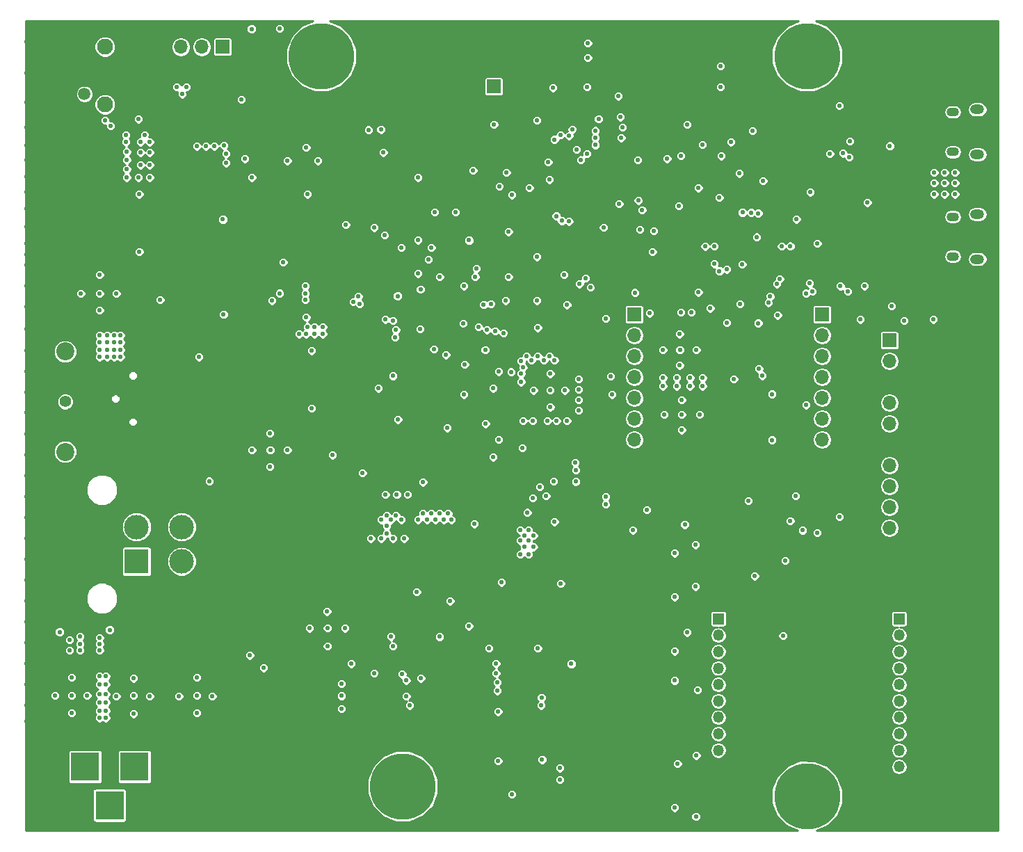
<source format=gbr>
G04 #@! TF.FileFunction,Copper,L2,Inr,Plane*
%FSLAX46Y46*%
G04 Gerber Fmt 4.6, Leading zero omitted, Abs format (unit mm)*
G04 Created by KiCad (PCBNEW 4.0.7) date 11/28/18 07:40:14*
%MOMM*%
%LPD*%
G01*
G04 APERTURE LIST*
%ADD10C,0.100000*%
%ADD11C,8.000000*%
%ADD12C,0.558800*%
%ADD13O,1.500000X1.100000*%
%ADD14O,1.700000X1.200000*%
%ADD15R,3.500000X3.500000*%
%ADD16R,3.000000X3.000000*%
%ADD17C,3.000000*%
%ADD18R,1.350000X1.350000*%
%ADD19O,1.350000X1.350000*%
%ADD20R,1.700000X1.700000*%
%ADD21O,1.700000X1.700000*%
%ADD22C,1.498000*%
%ADD23C,1.950000*%
%ADD24C,1.400000*%
%ADD25C,2.200000*%
%ADD26C,0.254000*%
G04 APERTURE END LIST*
D10*
D11*
X36512500Y-4762500D03*
X95646240Y-4762500D03*
X95646240Y-94853760D03*
D12*
X64008020Y-55753020D03*
X65405020Y-55753020D03*
X48895020Y-60452020D03*
X49911020Y-60452020D03*
X50927020Y-60452020D03*
X51943020Y-60452020D03*
X52324020Y-61214020D03*
X51435020Y-61214020D03*
X50419020Y-61214020D03*
X49403020Y-61214020D03*
X48260020Y-61214020D03*
X44450020Y-62865020D03*
X44450020Y-61976020D03*
X44450020Y-60706020D03*
X45593020Y-60706020D03*
X46228020Y-61214020D03*
X44958020Y-61214020D03*
X43815020Y-61214020D03*
X42545020Y-63500020D03*
X43815020Y-63500020D03*
X45212020Y-63500020D03*
X46609020Y-63500020D03*
X45593020Y-28829020D03*
X70231020Y-55880020D03*
X67437020Y-58928020D03*
X49657020Y-13335020D03*
X12065020Y-52959020D03*
X20066020Y-69977020D03*
X4699020Y-71247020D03*
X4318020Y-67056020D03*
X3302020Y-56007020D03*
X635020Y-85725020D03*
X635020Y-83820020D03*
X635020Y-81280020D03*
X635020Y-78740020D03*
X635020Y-76200020D03*
X635020Y-73660020D03*
X635020Y-71120020D03*
X635020Y-68580020D03*
X635020Y-66040020D03*
X635020Y-63500020D03*
X635020Y-60960020D03*
X635020Y-58420020D03*
X635020Y-55880020D03*
X635020Y-53340020D03*
X635020Y-50800020D03*
X635020Y-48133020D03*
X635020Y-45720020D03*
X635020Y-43180020D03*
X635020Y-40640020D03*
X635020Y-37973020D03*
X635020Y-35306020D03*
X635020Y-32766020D03*
X87122020Y-27686020D03*
X68961020Y-50292020D03*
X58674020Y-40132020D03*
X52324020Y-37719020D03*
X46863020Y-41402020D03*
X113665020Y-18923020D03*
X113665020Y-20193020D03*
X112395020Y-20193020D03*
X112395020Y-18923020D03*
X111125020Y-18923020D03*
X111125020Y-20193020D03*
X112395020Y-21590020D03*
X113665020Y-21590020D03*
X111125020Y-21590020D03*
X21336020Y-84709020D03*
X21336020Y-80391020D03*
X19177020Y-82677020D03*
X23241020Y-82677020D03*
X21336020Y-82618020D03*
X9525020Y-41402020D03*
X10414020Y-41402020D03*
X11303020Y-41402020D03*
X12065020Y-41402020D03*
X12065020Y-40513020D03*
X11303020Y-40513020D03*
X10414020Y-40513020D03*
X9525020Y-40513020D03*
X12065020Y-39624020D03*
X11303020Y-39624020D03*
X10414020Y-39624020D03*
X9525020Y-39624020D03*
X11303020Y-38735020D03*
X12065020Y-38735020D03*
X10414020Y-38735020D03*
X9525020Y-38735020D03*
X14986020Y-14351020D03*
X15621020Y-15240020D03*
X14478020Y-15240020D03*
X15621020Y-16510020D03*
X14478020Y-16510020D03*
X14478020Y-18034020D03*
X15621020Y-18034020D03*
X15621020Y-19558020D03*
X14224020Y-19558020D03*
X12827020Y-19558020D03*
X12827020Y-18542020D03*
X12827020Y-17399020D03*
X12827020Y-16383020D03*
X12700020Y-15240020D03*
X12700020Y-14351020D03*
X33782020Y-38608020D03*
X34671020Y-38608020D03*
X35687020Y-38608020D03*
X36703020Y-38608020D03*
X36703020Y-37719020D03*
X35687020Y-37719020D03*
X34798020Y-37719020D03*
X34671020Y-36576020D03*
X34544020Y-34417020D03*
X34544020Y-33655020D03*
X34544020Y-32766020D03*
X76200020Y-73406020D03*
X70358020Y-76962020D03*
X67564020Y-74676020D03*
X72390020Y-69596020D03*
X76708020Y-65024020D03*
X70866020Y-64008020D03*
X68326020Y-68580020D03*
X107950020Y-12446020D03*
X107950020Y-19050020D03*
X113030020Y-37084020D03*
X112522020Y-44450020D03*
X112522020Y-53848020D03*
X112268020Y-64516020D03*
X103886020Y-68580020D03*
X98044020Y-74168020D03*
X100330020Y-80518020D03*
X91694020Y-80518020D03*
X100076020Y-89916020D03*
X91948020Y-89916020D03*
X37592020Y-98806020D03*
X42926020Y-98552020D03*
X47244020Y-98552020D03*
X51816020Y-98552020D03*
X57912020Y-98552020D03*
X62230020Y-98806020D03*
X66294020Y-98806020D03*
X70612020Y-98806020D03*
X74676020Y-98806020D03*
X78740020Y-98806020D03*
X81026020Y-98806020D03*
X85344020Y-98806020D03*
X89154020Y-98806020D03*
X99568020Y-98806020D03*
X104648020Y-98806020D03*
X109220020Y-98806020D03*
X114046020Y-98806020D03*
X118618020Y-98806020D03*
X118618020Y-93726020D03*
X118618020Y-89154020D03*
X118618020Y-84074020D03*
X118618020Y-79502020D03*
X118618020Y-75438020D03*
X118618020Y-71628020D03*
X118618020Y-67564020D03*
X118618020Y-63500020D03*
X118618020Y-59690020D03*
X118618020Y-55626020D03*
X118618020Y-51816020D03*
X118618020Y-48006020D03*
X118618020Y-44450020D03*
X118618020Y-41148020D03*
X118618020Y-37084020D03*
X118618020Y-33274020D03*
X118618020Y-30226020D03*
X118618020Y-23114020D03*
X118618020Y-17526020D03*
X118618020Y-10668020D03*
X105410020Y-7874020D03*
X102870020Y-7874020D03*
X101854020Y-5842020D03*
X105410020Y-4064020D03*
X107696020Y-5842020D03*
X110744020Y-5842020D03*
X113792020Y-4318020D03*
X116332020Y-5842020D03*
X114808020Y-7366020D03*
X118618020Y-7620020D03*
X118618020Y-5080020D03*
X118618020Y-2540020D03*
X115570020Y-762020D03*
X111760020Y-762020D03*
X107696020Y-762020D03*
X102870020Y-762020D03*
X98806020Y-762020D03*
X90932020Y-762020D03*
X86868020Y-762020D03*
X83058020Y-762020D03*
X79248020Y-762020D03*
X75438020Y-762020D03*
X71882020Y-762020D03*
X68072020Y-762020D03*
X64262020Y-762020D03*
X60960020Y-762020D03*
X57150020Y-762020D03*
X52832020Y-762020D03*
X49276020Y-762020D03*
X45212020Y-762020D03*
X41148020Y-762020D03*
X32512020Y-762020D03*
X26416020Y-762020D03*
X22860020Y-762020D03*
X19050020Y-762020D03*
X15494020Y-762020D03*
X11938020Y-762020D03*
X7874020Y-762020D03*
X3556020Y-762020D03*
X635020Y-3048020D03*
X635020Y-6858020D03*
X635020Y-10414020D03*
X635020Y-13462020D03*
X44323020Y-58133000D03*
X46990020Y-58133000D03*
X45687000Y-58133000D03*
X9525020Y-31369020D03*
X9525020Y-35687020D03*
X7239020Y-33655020D03*
X11557020Y-33655020D03*
X9525020Y-33655020D03*
X30226020Y-50673020D03*
X30226020Y-54737020D03*
X28067020Y-52705020D03*
X32385020Y-52705020D03*
X30285020Y-52705020D03*
X56515020Y-88519020D03*
X60198020Y-87757020D03*
X59944020Y-89154020D03*
X66167020Y-79375020D03*
X65278020Y-78232020D03*
X64008020Y-77216020D03*
X69215020Y-81280020D03*
X70612020Y-81153020D03*
X71882020Y-81153020D03*
X73406020Y-81153020D03*
X75184020Y-81153020D03*
X76962020Y-81153020D03*
X78613020Y-81153020D03*
X80010020Y-91821020D03*
X80010020Y-93218020D03*
X78232020Y-93218020D03*
X76581020Y-93218020D03*
X75057020Y-93218020D03*
X73279020Y-93218020D03*
X71628020Y-93218020D03*
X69850020Y-93218020D03*
X68326020Y-93218020D03*
X67437020Y-94361020D03*
X66040020Y-94742020D03*
X64262020Y-94742020D03*
X62611020Y-94742020D03*
X39370020Y-42672020D03*
X39370020Y-48768020D03*
X40005020Y-45720020D03*
X38862020Y-45720020D03*
X96901020Y-27559020D03*
X99695020Y-32766020D03*
X102616020Y-32766020D03*
X60833020Y-44450020D03*
X60833020Y-43434020D03*
X61087020Y-42672020D03*
X60833020Y-41910020D03*
X61468020Y-41275020D03*
X62103020Y-41783020D03*
X62865020Y-41275020D03*
X63627020Y-41783020D03*
X64262020Y-41275020D03*
X64897020Y-41783020D03*
X67818020Y-44069020D03*
X67818020Y-45339020D03*
X67818020Y-46609020D03*
X67818020Y-47879020D03*
X61087020Y-49149020D03*
X62230020Y-49149020D03*
X64008020Y-49149020D03*
X65151020Y-49149020D03*
X66421020Y-49149020D03*
X64389020Y-43434020D03*
X64389020Y-47498020D03*
X62357020Y-45466020D03*
X66167020Y-45466020D03*
X64357347Y-45446195D03*
X78105020Y-40513020D03*
X80137020Y-38608020D03*
X80137020Y-42418020D03*
X82169020Y-40513020D03*
X80152020Y-40512020D03*
X78105020Y-44958020D03*
X78105020Y-43942020D03*
X79756020Y-43942020D03*
X79756020Y-44958020D03*
X81407020Y-44958020D03*
X81407020Y-43942020D03*
X82931020Y-43942020D03*
X82931020Y-44958020D03*
X80391020Y-46609020D03*
X80391020Y-50292020D03*
X78232020Y-48387020D03*
X82550020Y-48387020D03*
X80391020Y-48387020D03*
X10287020Y-85344020D03*
X9525020Y-85344020D03*
X10287020Y-84455020D03*
X9525020Y-84455020D03*
X10287020Y-83439020D03*
X9525020Y-83439020D03*
X10287020Y-82423020D03*
X9525020Y-82423020D03*
X10287020Y-81280020D03*
X9525020Y-81280020D03*
X10287020Y-80264020D03*
X9525020Y-80264020D03*
X6096020Y-84709020D03*
X6096020Y-80391020D03*
X4064020Y-82618020D03*
X8001020Y-82618020D03*
X6096020Y-82618020D03*
X11557020Y-82677020D03*
X15621020Y-82677020D03*
X13650000Y-84836020D03*
X13650000Y-80518020D03*
X13650000Y-82618020D03*
X37211020Y-72390020D03*
X35052020Y-74422020D03*
X39370020Y-74422020D03*
X37237000Y-76581020D03*
X37237000Y-74389000D03*
X38956000Y-81153020D03*
X38956000Y-84201020D03*
X38956000Y-82644000D03*
X5842020Y-75819020D03*
X5842020Y-77089020D03*
X7112020Y-77089020D03*
X7112020Y-76327020D03*
X7112020Y-75438020D03*
X9525020Y-75565020D03*
X9525020Y-76327020D03*
X9525020Y-77089020D03*
X24892020Y-17780020D03*
X24892020Y-16637020D03*
X24638020Y-15621020D03*
X23495020Y-15748020D03*
X22479020Y-15748020D03*
X21336020Y-15748020D03*
X19558020Y-9398020D03*
X20066020Y-8509020D03*
X18923020Y-8509020D03*
X48641020Y-80518020D03*
X54483020Y-74168020D03*
X65659020Y-68961020D03*
X64897020Y-61468020D03*
X62230020Y-58547020D03*
X56515020Y-49530020D03*
X57404020Y-53594020D03*
X57404020Y-45212020D03*
X53975020Y-42291020D03*
X51689020Y-41148020D03*
X48514020Y-37973020D03*
X27178020Y-17272020D03*
X32385020Y-17526020D03*
X34798020Y-21590020D03*
X39497020Y-25273020D03*
X41021020Y-34036020D03*
X40386020Y-34671020D03*
X41148020Y-34925020D03*
X44323020Y-36830020D03*
X45212020Y-36957020D03*
X45593020Y-38100020D03*
X45466020Y-38989020D03*
X43434020Y-45212020D03*
X63881020Y-58293020D03*
X61722020Y-62484020D03*
X60706020Y-62484020D03*
X61214020Y-63119020D03*
X62357020Y-63119020D03*
X61722020Y-63754020D03*
X60706020Y-63754020D03*
X61214020Y-64516020D03*
X62357020Y-64516020D03*
X61722020Y-65405020D03*
X60706020Y-65405020D03*
X57785020Y-78740020D03*
X57785020Y-79883020D03*
X57912020Y-81026020D03*
X57912020Y-82042020D03*
X46863020Y-80772020D03*
X46863020Y-82677020D03*
X47244020Y-83820020D03*
X26797020Y-7620020D03*
X84582020Y-43815020D03*
X91186020Y-38608020D03*
X91440020Y-50165020D03*
X89281020Y-47625020D03*
X89281020Y-51562020D03*
X86614020Y-53721020D03*
X84582020Y-53721020D03*
X83566020Y-53721020D03*
X82677020Y-53721020D03*
X80264020Y-53594020D03*
X80264020Y-52451020D03*
X80645020Y-54610020D03*
X80645020Y-56769020D03*
X80645020Y-57658020D03*
X98552020Y-27559020D03*
X97409020Y-32258020D03*
X103632020Y-32766020D03*
X110490020Y-31623020D03*
X117729020Y-21844020D03*
X117729020Y-20828020D03*
X117729020Y-19812020D03*
X117729020Y-18923020D03*
X59817020Y-3937020D03*
X54737020Y-3937020D03*
X49403020Y-3937020D03*
X13716020Y-8128020D03*
X12827020Y-8128020D03*
X14097020Y-7366020D03*
X13208020Y-7366020D03*
X12319020Y-7366020D03*
X2286020Y-15113020D03*
X635020Y-15621020D03*
X635020Y-17399020D03*
X635020Y-19431020D03*
X635020Y-21336020D03*
X635020Y-23368020D03*
X635020Y-25527020D03*
X635020Y-27559020D03*
X635020Y-28956020D03*
X635020Y-30226020D03*
X19431020Y-32766020D03*
X19431020Y-34417020D03*
X19431020Y-35941020D03*
X19431020Y-37338020D03*
X18034020Y-37338020D03*
X16510020Y-37338020D03*
X15240020Y-37338020D03*
X13970020Y-37338020D03*
X12446020Y-37338020D03*
X10922020Y-37338020D03*
X9652020Y-37338020D03*
X5461020Y-36195020D03*
X5461020Y-35179020D03*
X5461020Y-33909020D03*
X4572020Y-32893020D03*
X3683020Y-32131020D03*
X2921020Y-31496020D03*
X17526020Y-15748020D03*
X18542020Y-16764020D03*
X18542020Y-17653020D03*
X18415020Y-19304020D03*
X18415020Y-20193020D03*
X16510020Y-22479020D03*
X16637020Y-23622020D03*
X15748020Y-23622020D03*
X14859020Y-23622020D03*
X13716020Y-23622020D03*
X12954020Y-23622020D03*
X18415020Y-22352020D03*
X19304020Y-22098020D03*
X18415020Y-23622020D03*
X19050020Y-26670020D03*
X17780020Y-26670020D03*
X18415020Y-29718020D03*
X24638020Y-28702020D03*
X21463020Y-29591020D03*
X20320020Y-29591020D03*
X16383020Y-29718020D03*
X15113020Y-29718020D03*
X12954020Y-30099020D03*
X19050020Y-30607020D03*
X17907020Y-30607020D03*
X17907020Y-31623020D03*
X17907020Y-32512020D03*
X16891020Y-32512020D03*
X15875020Y-32512020D03*
X9144020Y-64008020D03*
X8255020Y-64008020D03*
X7493020Y-63881020D03*
X6985020Y-63373020D03*
X7493020Y-62865020D03*
X6985020Y-62103020D03*
X7493020Y-61595020D03*
X8001020Y-62103020D03*
X8509020Y-61595020D03*
X9017020Y-62103020D03*
X9525020Y-61595020D03*
X51181020Y-44704020D03*
X29464020Y-36830020D03*
X28321020Y-35560020D03*
X26924020Y-35687020D03*
X25781020Y-36830020D03*
X38862020Y-34798020D03*
X37973020Y-34798020D03*
X39116020Y-35814020D03*
X39116020Y-36830020D03*
X39116020Y-38227020D03*
X39116020Y-39116020D03*
X39878020Y-41783020D03*
X39116020Y-41783020D03*
X37465020Y-42418020D03*
X36576020Y-42672020D03*
X35814020Y-42672020D03*
X34671020Y-42672020D03*
X33909020Y-42672020D03*
X39116020Y-56515020D03*
X37592020Y-56515020D03*
X35941020Y-56515020D03*
X34417020Y-56515020D03*
X32893020Y-56515020D03*
X31369020Y-56515020D03*
X30099020Y-56515020D03*
X24130020Y-56769020D03*
X25146020Y-56515020D03*
X26797020Y-56515020D03*
X28321020Y-56515020D03*
X44831020Y-77978020D03*
X43561020Y-77978020D03*
X42164020Y-77978020D03*
X40894020Y-77978020D03*
X39116020Y-77978020D03*
X37338020Y-77978020D03*
X35560020Y-77978020D03*
X33909020Y-77978020D03*
X32766020Y-77851020D03*
X31750020Y-76962020D03*
X30988020Y-76200020D03*
X29972020Y-75946020D03*
X28829020Y-75946020D03*
X27305020Y-74549020D03*
X26289020Y-73660020D03*
X25273020Y-72771020D03*
X24257020Y-71755020D03*
X24003020Y-70358020D03*
X24003020Y-68199020D03*
X24003020Y-66421020D03*
X24003020Y-64643020D03*
X24003020Y-63119020D03*
X34671020Y-70358020D03*
X36068020Y-70358020D03*
X37973020Y-70358020D03*
X39624020Y-70358020D03*
X39624020Y-68961020D03*
X40132020Y-67310020D03*
X39116020Y-67310020D03*
X37846020Y-67310020D03*
X41656020Y-68707020D03*
X43561020Y-68707020D03*
X41910020Y-66548020D03*
X42926020Y-66548020D03*
X43942020Y-66548020D03*
X45085020Y-66548020D03*
X46228020Y-66548020D03*
X47244020Y-66548020D03*
X48260020Y-66294020D03*
X51689020Y-66294020D03*
X50800020Y-66294020D03*
X53086020Y-66294020D03*
X54102020Y-66294020D03*
X54991020Y-66421020D03*
X54991020Y-65278020D03*
X47244020Y-86868020D03*
X45974020Y-87757020D03*
X42037020Y-87757020D03*
X54229020Y-57785020D03*
X54229020Y-58928020D03*
X55626020Y-58928020D03*
X56769020Y-58928020D03*
X57912020Y-58928020D03*
X64008020Y-54102020D03*
X53086020Y-48768020D03*
X53213020Y-51435020D03*
X50673020Y-48514020D03*
X49022020Y-48641020D03*
X42799020Y-48514020D03*
X41529020Y-48641020D03*
X39751020Y-52070020D03*
X38735020Y-52070020D03*
X39751020Y-50927020D03*
X38735020Y-50927020D03*
X40005020Y-49657020D03*
X38735020Y-49657020D03*
X37084020Y-51562020D03*
X37211020Y-49149020D03*
X36195020Y-49149020D03*
X14859020Y-48554437D03*
X22098020Y-60198020D03*
X23749020Y-60833020D03*
X23495020Y-58928020D03*
X22860020Y-58420020D03*
X23368020Y-57658020D03*
X22352020Y-57658020D03*
X48387020Y-77851020D03*
X53340020Y-67437020D03*
X59436020Y-73406020D03*
X55245020Y-76200020D03*
X56896020Y-80391020D03*
X73914020Y-78740020D03*
X67437020Y-85598020D03*
X68326020Y-86741020D03*
X67310020Y-86741020D03*
X64897020Y-87376020D03*
X64897020Y-88392020D03*
X62357020Y-88138020D03*
X63119020Y-85725020D03*
X60325020Y-86106020D03*
X59055020Y-86106020D03*
X58039020Y-86106020D03*
X55245020Y-86106020D03*
X56007020Y-97409020D03*
X56007020Y-96012020D03*
X53213020Y-96139020D03*
X53213020Y-97409020D03*
X51308020Y-87757020D03*
X38862020Y-94996020D03*
X37338020Y-95250020D03*
X38862020Y-93980020D03*
X39624020Y-96012020D03*
X39624020Y-97536020D03*
X35306020Y-93726020D03*
X34036020Y-93726020D03*
X32766020Y-93726020D03*
X31496020Y-93726020D03*
X31496020Y-95250020D03*
X31496020Y-96520020D03*
X36322020Y-95758020D03*
X36322020Y-96774020D03*
X36322020Y-97790020D03*
X35306020Y-97790020D03*
X34290020Y-97790020D03*
X33020020Y-97790020D03*
D13*
X113380000Y-29170000D03*
X113380000Y-24330000D03*
D14*
X116380000Y-29480000D03*
X116380000Y-24020000D03*
D15*
X13750000Y-91281900D03*
X7750000Y-91281900D03*
X10750000Y-95981900D03*
D16*
X14000000Y-66278800D03*
D17*
X14000000Y-62078800D03*
X19500000Y-66278800D03*
X19500000Y-62078800D03*
D18*
X84838000Y-73270000D03*
D19*
X84838000Y-75270000D03*
X84838000Y-77270000D03*
X84838000Y-79270000D03*
X84838000Y-81270000D03*
X84838000Y-83270000D03*
X84838000Y-85270000D03*
X84838000Y-87270000D03*
X84838000Y-89270000D03*
X84838000Y-91270000D03*
D18*
X106838000Y-73270000D03*
D19*
X106838000Y-75270000D03*
X106838000Y-77270000D03*
X106838000Y-79270000D03*
X106838000Y-81270000D03*
X106838000Y-83270000D03*
X106838000Y-85270000D03*
X106838000Y-87270000D03*
X106838000Y-89270000D03*
X106838000Y-91270000D03*
D20*
X74614000Y-36230000D03*
D21*
X74614000Y-38770000D03*
X74614000Y-41310000D03*
X74614000Y-43850000D03*
X74614000Y-46390000D03*
X74614000Y-48930000D03*
X74614000Y-51470000D03*
X74614000Y-54010000D03*
D20*
X97474000Y-36230000D03*
D21*
X97474000Y-38770000D03*
X97474000Y-41310000D03*
X97474000Y-43850000D03*
X97474000Y-46390000D03*
X97474000Y-48930000D03*
X97474000Y-51470000D03*
X97474000Y-54010000D03*
D20*
X57498000Y-8476000D03*
D21*
X60038000Y-8476000D03*
D20*
X24478000Y-3650000D03*
D21*
X21938000Y-3650000D03*
X19398000Y-3650000D03*
D20*
X105664000Y-39370000D03*
D21*
X105664000Y-41910000D03*
X105664000Y-44450000D03*
X105664000Y-46990000D03*
X105664000Y-49530000D03*
X105664000Y-52070000D03*
X105664000Y-54610000D03*
X105664000Y-57150000D03*
X105664000Y-59690000D03*
X105664000Y-62230000D03*
D22*
X7675000Y-4893800D03*
X7675000Y-9393800D03*
D23*
X10165000Y-3638800D03*
X10165000Y-10648800D03*
D24*
X5325000Y-50832600D03*
X5325000Y-48832600D03*
X5325000Y-46832600D03*
D25*
X5325000Y-52932600D03*
X5325000Y-40732600D03*
D24*
X5325000Y-42832600D03*
D13*
X113380000Y-16420000D03*
X113380000Y-11580000D03*
D14*
X116380000Y-16730000D03*
X116380000Y-11270000D03*
D11*
X46433740Y-93662500D03*
D12*
X31750020Y-97790020D03*
X49562317Y-29529186D03*
X17794337Y-9924577D03*
X22327918Y-8322516D03*
X83676705Y-33929266D03*
X81661020Y-29972020D03*
X77171260Y-33674701D03*
X16173371Y-48779420D03*
X42672020Y-18542020D03*
X38608020Y-20955020D03*
X41291224Y-20811816D03*
X34925020Y-25781020D03*
X26785132Y-84697132D03*
X89408020Y-71628020D03*
X85979020Y-65532020D03*
X89154020Y-66548020D03*
X98171020Y-67564020D03*
X93599020Y-64643020D03*
X98298020Y-62103020D03*
X96686097Y-57443097D03*
X81915020Y-22987020D03*
X88264782Y-35813782D03*
X90805020Y-26797020D03*
X100584020Y-36830020D03*
X106807020Y-33401020D03*
X108331020Y-35179020D03*
X113919020Y-33020020D03*
X113919020Y-31496020D03*
X112014020Y-25400020D03*
X97867082Y-24588082D03*
X110744020Y-8128020D03*
X110744020Y-9652020D03*
X112014020Y-12700020D03*
X105118082Y-21552082D03*
X100838020Y-18161020D03*
X105283020Y-11430020D03*
X105029020Y-9525020D03*
X104876082Y-15214082D03*
X102743020Y-12573020D03*
X101219020Y-12700020D03*
X99987680Y-11430020D03*
X96139020Y-11684020D03*
X96012020Y-18034020D03*
X90297020Y-18542020D03*
X88519020Y-18923020D03*
X79883020Y-20828020D03*
X76962020Y-12192020D03*
X80518020Y-9652020D03*
X80518020Y-7112020D03*
X61066000Y-12721040D03*
X52705020Y-21463020D03*
X73279020Y-24892020D03*
X70993020Y-30480020D03*
X69173944Y-35645944D03*
X64388921Y-31496111D03*
X53848020Y-34036020D03*
X58133000Y-33368000D03*
X45466020Y-25146020D03*
X46101020Y-22606020D03*
X47117020Y-19304020D03*
X50800020Y-27559020D03*
X65278020Y-25527020D03*
X72390020Y-21463020D03*
X65659020Y-17907020D03*
X63881020Y-8636020D03*
X11430020Y-5080020D03*
X13810000Y-5174000D03*
X15494020Y-42164020D03*
X22987020Y-52832020D03*
X17018020Y-53721020D03*
X21463020Y-46928688D03*
X44099822Y-32766020D03*
X54495020Y-28690020D03*
X60960020Y-37719020D03*
X60833020Y-51054020D03*
X27940020Y-79248020D03*
X31623020Y-82296020D03*
X45382000Y-71544000D03*
X42016000Y-75671000D03*
X58801020Y-67945020D03*
X43434020Y-87884020D03*
X42926020Y-79883020D03*
X63108466Y-57202068D03*
X44958020Y-75438020D03*
X50192593Y-40424447D03*
X46355020Y-80010020D03*
X79502020Y-96266020D03*
X79883020Y-90914020D03*
X79514020Y-80784020D03*
X79502020Y-77216020D03*
X79502020Y-70612020D03*
X79502020Y-65278020D03*
X42251520Y-13740020D03*
X28003520Y-1460520D03*
X45783520Y-33972520D03*
X56451520Y-40513020D03*
X58102520Y-43180020D03*
X58102520Y-51435020D03*
X74422020Y-62484020D03*
X91374813Y-51494450D03*
X56896020Y-76835020D03*
X50914321Y-75450719D03*
X58420020Y-68834020D03*
X40132020Y-78740020D03*
X21590020Y-41402020D03*
X42926020Y-25654020D03*
X31877020Y-29879054D03*
X62865020Y-37846020D03*
X29464020Y-79248020D03*
X59690020Y-94615020D03*
X62865020Y-76835020D03*
X71127360Y-59325640D03*
X71127360Y-58420020D03*
X65532020Y-91440020D03*
X65532020Y-92837020D03*
X71127360Y-36699834D03*
X56642020Y-38100020D03*
X57134964Y-34932119D03*
X53848020Y-32766020D03*
X89008039Y-13837036D03*
X83861892Y-35479386D03*
X102997020Y-22606020D03*
X84963020Y-21971020D03*
X61849020Y-20802600D03*
X82105520Y-97345520D03*
X82169020Y-89916020D03*
X82296020Y-81915020D03*
X81026020Y-74930020D03*
X82042020Y-69342020D03*
X82042020Y-64262020D03*
X89281020Y-68072020D03*
X95111020Y-62496020D03*
X94234020Y-58293020D03*
X95504020Y-47244020D03*
X80010020Y-22987020D03*
X82423020Y-33528020D03*
X102108020Y-36830020D03*
X110998020Y-36830020D03*
X94361020Y-24638020D03*
X105719571Y-15692469D03*
X99568020Y-10795020D03*
X98425020Y-16637020D03*
X90297020Y-19939020D03*
X87376020Y-19050020D03*
X85090020Y-8509020D03*
X85090020Y-5969020D03*
X62738020Y-12573020D03*
X66040020Y-31369020D03*
X66421020Y-35052020D03*
X54495020Y-27190020D03*
X72771020Y-22733020D03*
X73177440Y-13436600D03*
X64706520Y-8636020D03*
X68834020Y-8509020D03*
X68961020Y-4953020D03*
X68961020Y-3175020D03*
X57531020Y-13081020D03*
X43751520Y-13716020D03*
X31432520Y-1397020D03*
X48577520Y-33147020D03*
X57658020Y-38227020D03*
X59602520Y-43204020D03*
X60960020Y-52451020D03*
X64770020Y-56515020D03*
X76124520Y-60019520D03*
X62738020Y-34544020D03*
X58928020Y-34544020D03*
X55245020Y-31623020D03*
X50927020Y-31623020D03*
X48260020Y-27178020D03*
X50292020Y-23749020D03*
X48260020Y-19558020D03*
X14224020Y-12446020D03*
X14351020Y-21590020D03*
X24523020Y-24650020D03*
X35306020Y-40640020D03*
X45224020Y-43700020D03*
X24603953Y-36186236D03*
X22895633Y-56496849D03*
X52832020Y-23749020D03*
X53756544Y-37292982D03*
X87456319Y-34951426D03*
X87772750Y-23801647D03*
X87757020Y-30099020D03*
X86360020Y-15240020D03*
X61595020Y-60314020D03*
X48895020Y-56642020D03*
X55626020Y-37719020D03*
X56273797Y-35033433D03*
X49911020Y-28067020D03*
X58674020Y-38481020D03*
X67505931Y-55157317D03*
X92693732Y-75311020D03*
X99568020Y-60833020D03*
X89704731Y-37270742D03*
X91948020Y-32512020D03*
X71706556Y-43749665D03*
X65770456Y-24822288D03*
X76456392Y-36070225D03*
X75296213Y-25893213D03*
X70847638Y-25613814D03*
X65090122Y-24232048D03*
X71882020Y-45974020D03*
X76962020Y-26035020D03*
X66675020Y-24892020D03*
X84974681Y-30921930D03*
X83214356Y-27941669D03*
X54991020Y-18669020D03*
X84332499Y-30058730D03*
X84328529Y-27906851D03*
X59055020Y-18923020D03*
X107442020Y-36957020D03*
X105918020Y-35179020D03*
X68083821Y-17387219D03*
X75017486Y-17431451D03*
X78613020Y-17272020D03*
X59691217Y-21673617D03*
X69864224Y-15593706D03*
X73025020Y-14732020D03*
X69845278Y-14703253D03*
X72898020Y-12192020D03*
X69845278Y-13831745D03*
X72644020Y-9652020D03*
X28067020Y-19558020D03*
X34671020Y-15875020D03*
X67422888Y-54243152D03*
X45847020Y-49022020D03*
X27813020Y-77724020D03*
X10731520Y-74612520D03*
X4635520Y-74866520D03*
X85171223Y-16936817D03*
X45228020Y-76581020D03*
X58039020Y-84582020D03*
X58039020Y-90551020D03*
X10160020Y-12573020D03*
X10868119Y-13269650D03*
X30480020Y-34544020D03*
X31442357Y-33636182D03*
X100788025Y-17070717D03*
X100019616Y-16594268D03*
X96012020Y-21336020D03*
X92527102Y-27904300D03*
X92964020Y-66182407D03*
X93604101Y-27884509D03*
X96887609Y-62810243D03*
X93599020Y-61341020D03*
X85852020Y-30734020D03*
X70251962Y-12425078D03*
X58166020Y-20609580D03*
X48133020Y-69977020D03*
X41529020Y-55499020D03*
X55118020Y-61722020D03*
X52197020Y-71120020D03*
X67505931Y-56569519D03*
X64262020Y-19812020D03*
X46228020Y-28067020D03*
X48260020Y-31242020D03*
X36068020Y-17526020D03*
X44069020Y-16510020D03*
X55372020Y-30607020D03*
X44188359Y-26580609D03*
X59309020Y-31623020D03*
X59309020Y-26162020D03*
X80747390Y-61806364D03*
X69253085Y-32905784D03*
X88510955Y-58919955D03*
X68691202Y-31811033D03*
X80264020Y-16891020D03*
X67564020Y-16129020D03*
X82423020Y-20828020D03*
X68834020Y-16637020D03*
X82896402Y-15561210D03*
X64897020Y-14919980D03*
X64135020Y-17653020D03*
X75085528Y-22352020D03*
X89707762Y-23892252D03*
X65659020Y-14351020D03*
X89524020Y-26786020D03*
X26779811Y-10044570D03*
X66675020Y-14478020D03*
X74674520Y-33552451D03*
X67945020Y-32512020D03*
X67036829Y-13690361D03*
X81026020Y-13081020D03*
X88835330Y-23810098D03*
X75565020Y-23495020D03*
X100838020Y-15113020D03*
X66941020Y-78752020D03*
X63246020Y-83820020D03*
X53848020Y-45974020D03*
X51816020Y-50038020D03*
X63385020Y-90424020D03*
X63307020Y-82870020D03*
X37846020Y-53340020D03*
X35306020Y-47625020D03*
X16891020Y-34417020D03*
X14351020Y-28575020D03*
X90170020Y-43688020D03*
X91375827Y-45909827D03*
X80264020Y-35941020D03*
X95917854Y-32399134D03*
X92329020Y-31877020D03*
X89789020Y-42799020D03*
X86741020Y-44069020D03*
X85852020Y-37211020D03*
X81534020Y-35941020D03*
X90932020Y-34798020D03*
X95506325Y-33629969D03*
X91149782Y-34012020D03*
X76835020Y-28575020D03*
X96266020Y-33401020D03*
X62738020Y-29210020D03*
X100584020Y-33401020D03*
X92075020Y-36322020D03*
D26*
G36*
X34062843Y-1089394D02*
X32843675Y-2306436D01*
X32183053Y-3897391D01*
X32181550Y-5620051D01*
X32839394Y-7212157D01*
X34056436Y-8431325D01*
X35647391Y-9091947D01*
X37370051Y-9093450D01*
X38962157Y-8435606D01*
X39773177Y-7626000D01*
X56311331Y-7626000D01*
X56311331Y-9326000D01*
X56334356Y-9448365D01*
X56406673Y-9560749D01*
X56517017Y-9636144D01*
X56648000Y-9662669D01*
X58348000Y-9662669D01*
X58470365Y-9639644D01*
X58582749Y-9567327D01*
X58658144Y-9456983D01*
X58684669Y-9326000D01*
X58684669Y-8756745D01*
X64096814Y-8756745D01*
X64189425Y-8980880D01*
X64360758Y-9152513D01*
X64584731Y-9245514D01*
X64827245Y-9245726D01*
X65051380Y-9153115D01*
X65223013Y-8981782D01*
X65316014Y-8757809D01*
X65316125Y-8629745D01*
X68224314Y-8629745D01*
X68316925Y-8853880D01*
X68488258Y-9025513D01*
X68712231Y-9118514D01*
X68954745Y-9118726D01*
X69178880Y-9026115D01*
X69350513Y-8854782D01*
X69443514Y-8630809D01*
X69443514Y-8629745D01*
X84480314Y-8629745D01*
X84572925Y-8853880D01*
X84744258Y-9025513D01*
X84968231Y-9118514D01*
X85210745Y-9118726D01*
X85434880Y-9026115D01*
X85606513Y-8854782D01*
X85699514Y-8630809D01*
X85699726Y-8388295D01*
X85607115Y-8164160D01*
X85435782Y-7992527D01*
X85211809Y-7899526D01*
X84969295Y-7899314D01*
X84745160Y-7991925D01*
X84573527Y-8163258D01*
X84480526Y-8387231D01*
X84480314Y-8629745D01*
X69443514Y-8629745D01*
X69443726Y-8388295D01*
X69351115Y-8164160D01*
X69179782Y-7992527D01*
X68955809Y-7899526D01*
X68713295Y-7899314D01*
X68489160Y-7991925D01*
X68317527Y-8163258D01*
X68224526Y-8387231D01*
X68224314Y-8629745D01*
X65316125Y-8629745D01*
X65316226Y-8515295D01*
X65223615Y-8291160D01*
X65052282Y-8119527D01*
X64828309Y-8026526D01*
X64585795Y-8026314D01*
X64361660Y-8118925D01*
X64190027Y-8290258D01*
X64097026Y-8514231D01*
X64096814Y-8756745D01*
X58684669Y-8756745D01*
X58684669Y-7626000D01*
X58661644Y-7503635D01*
X58589327Y-7391251D01*
X58478983Y-7315856D01*
X58348000Y-7289331D01*
X56648000Y-7289331D01*
X56525635Y-7312356D01*
X56413251Y-7384673D01*
X56337856Y-7495017D01*
X56311331Y-7626000D01*
X39773177Y-7626000D01*
X40181325Y-7218564D01*
X40650051Y-6089745D01*
X84480314Y-6089745D01*
X84572925Y-6313880D01*
X84744258Y-6485513D01*
X84968231Y-6578514D01*
X85210745Y-6578726D01*
X85434880Y-6486115D01*
X85606513Y-6314782D01*
X85699514Y-6090809D01*
X85699726Y-5848295D01*
X85607115Y-5624160D01*
X85435782Y-5452527D01*
X85211809Y-5359526D01*
X84969295Y-5359314D01*
X84745160Y-5451925D01*
X84573527Y-5623258D01*
X84480526Y-5847231D01*
X84480314Y-6089745D01*
X40650051Y-6089745D01*
X40841947Y-5627609D01*
X40842430Y-5073745D01*
X68351314Y-5073745D01*
X68443925Y-5297880D01*
X68615258Y-5469513D01*
X68839231Y-5562514D01*
X69081745Y-5562726D01*
X69305880Y-5470115D01*
X69477513Y-5298782D01*
X69570514Y-5074809D01*
X69570726Y-4832295D01*
X69478115Y-4608160D01*
X69306782Y-4436527D01*
X69082809Y-4343526D01*
X68840295Y-4343314D01*
X68616160Y-4435925D01*
X68444527Y-4607258D01*
X68351526Y-4831231D01*
X68351314Y-5073745D01*
X40842430Y-5073745D01*
X40843450Y-3904949D01*
X40591733Y-3295745D01*
X68351314Y-3295745D01*
X68443925Y-3519880D01*
X68615258Y-3691513D01*
X68839231Y-3784514D01*
X69081745Y-3784726D01*
X69305880Y-3692115D01*
X69477513Y-3520782D01*
X69570514Y-3296809D01*
X69570726Y-3054295D01*
X69478115Y-2830160D01*
X69306782Y-2658527D01*
X69082809Y-2565526D01*
X68840295Y-2565314D01*
X68616160Y-2657925D01*
X68444527Y-2829258D01*
X68351526Y-3053231D01*
X68351314Y-3295745D01*
X40591733Y-3295745D01*
X40185606Y-2312843D01*
X38968564Y-1093675D01*
X37558150Y-508020D01*
X94603617Y-508020D01*
X93196583Y-1089394D01*
X91977415Y-2306436D01*
X91316793Y-3897391D01*
X91315290Y-5620051D01*
X91973134Y-7212157D01*
X93190176Y-8431325D01*
X94781131Y-9091947D01*
X96503791Y-9093450D01*
X98095897Y-8435606D01*
X99315065Y-7218564D01*
X99975687Y-5627609D01*
X99977190Y-3904949D01*
X99319346Y-2312843D01*
X98102304Y-1093675D01*
X96691890Y-508020D01*
X118872020Y-508020D01*
X118872020Y-99060020D01*
X96805564Y-99060020D01*
X98095897Y-98526866D01*
X99315065Y-97309824D01*
X99975687Y-95718869D01*
X99977190Y-93996209D01*
X99319346Y-92404103D01*
X98102304Y-91184935D01*
X96511349Y-90524313D01*
X94788689Y-90522810D01*
X93196583Y-91180654D01*
X91977415Y-92397696D01*
X91316793Y-93988651D01*
X91315290Y-95711311D01*
X91973134Y-97303417D01*
X93190176Y-98522585D01*
X94484464Y-99060020D01*
X508020Y-99060020D01*
X508020Y-94231900D01*
X8663331Y-94231900D01*
X8663331Y-97731900D01*
X8686356Y-97854265D01*
X8758673Y-97966649D01*
X8869017Y-98042044D01*
X9000000Y-98068569D01*
X12500000Y-98068569D01*
X12622365Y-98045544D01*
X12734749Y-97973227D01*
X12810144Y-97862883D01*
X12836669Y-97731900D01*
X12836669Y-94520051D01*
X42102790Y-94520051D01*
X42760634Y-96112157D01*
X43977676Y-97331325D01*
X45568631Y-97991947D01*
X47291291Y-97993450D01*
X48567226Y-97466245D01*
X81495814Y-97466245D01*
X81588425Y-97690380D01*
X81759758Y-97862013D01*
X81983731Y-97955014D01*
X82226245Y-97955226D01*
X82450380Y-97862615D01*
X82622013Y-97691282D01*
X82715014Y-97467309D01*
X82715226Y-97224795D01*
X82622615Y-97000660D01*
X82451282Y-96829027D01*
X82227309Y-96736026D01*
X81984795Y-96735814D01*
X81760660Y-96828425D01*
X81589027Y-96999758D01*
X81496026Y-97223731D01*
X81495814Y-97466245D01*
X48567226Y-97466245D01*
X48883397Y-97335606D01*
X49833915Y-96386745D01*
X78892314Y-96386745D01*
X78984925Y-96610880D01*
X79156258Y-96782513D01*
X79380231Y-96875514D01*
X79622745Y-96875726D01*
X79846880Y-96783115D01*
X80018513Y-96611782D01*
X80111514Y-96387809D01*
X80111726Y-96145295D01*
X80019115Y-95921160D01*
X79847782Y-95749527D01*
X79623809Y-95656526D01*
X79381295Y-95656314D01*
X79157160Y-95748925D01*
X78985527Y-95920258D01*
X78892526Y-96144231D01*
X78892314Y-96386745D01*
X49833915Y-96386745D01*
X50102565Y-96118564D01*
X50676761Y-94735745D01*
X59080314Y-94735745D01*
X59172925Y-94959880D01*
X59344258Y-95131513D01*
X59568231Y-95224514D01*
X59810745Y-95224726D01*
X60034880Y-95132115D01*
X60206513Y-94960782D01*
X60299514Y-94736809D01*
X60299726Y-94494295D01*
X60207115Y-94270160D01*
X60035782Y-94098527D01*
X59811809Y-94005526D01*
X59569295Y-94005314D01*
X59345160Y-94097925D01*
X59173527Y-94269258D01*
X59080526Y-94493231D01*
X59080314Y-94735745D01*
X50676761Y-94735745D01*
X50763187Y-94527609D01*
X50764556Y-92957745D01*
X64922314Y-92957745D01*
X65014925Y-93181880D01*
X65186258Y-93353513D01*
X65410231Y-93446514D01*
X65652745Y-93446726D01*
X65876880Y-93354115D01*
X66048513Y-93182782D01*
X66141514Y-92958809D01*
X66141726Y-92716295D01*
X66049115Y-92492160D01*
X65877782Y-92320527D01*
X65653809Y-92227526D01*
X65411295Y-92227314D01*
X65187160Y-92319925D01*
X65015527Y-92491258D01*
X64922526Y-92715231D01*
X64922314Y-92957745D01*
X50764556Y-92957745D01*
X50764690Y-92804949D01*
X50250597Y-91560745D01*
X64922314Y-91560745D01*
X65014925Y-91784880D01*
X65186258Y-91956513D01*
X65410231Y-92049514D01*
X65652745Y-92049726D01*
X65876880Y-91957115D01*
X66048513Y-91785782D01*
X66141514Y-91561809D01*
X66141726Y-91319295D01*
X66049115Y-91095160D01*
X65988806Y-91034745D01*
X79273314Y-91034745D01*
X79365925Y-91258880D01*
X79537258Y-91430513D01*
X79761231Y-91523514D01*
X80003745Y-91523726D01*
X80227880Y-91431115D01*
X80399513Y-91259782D01*
X80492514Y-91035809D01*
X80492726Y-90793295D01*
X80400115Y-90569160D01*
X80228782Y-90397527D01*
X80004809Y-90304526D01*
X79762295Y-90304314D01*
X79538160Y-90396925D01*
X79366527Y-90568258D01*
X79273526Y-90792231D01*
X79273314Y-91034745D01*
X65988806Y-91034745D01*
X65877782Y-90923527D01*
X65653809Y-90830526D01*
X65411295Y-90830314D01*
X65187160Y-90922925D01*
X65015527Y-91094258D01*
X64922526Y-91318231D01*
X64922314Y-91560745D01*
X50250597Y-91560745D01*
X50106846Y-91212843D01*
X49566692Y-90671745D01*
X57429314Y-90671745D01*
X57521925Y-90895880D01*
X57693258Y-91067513D01*
X57917231Y-91160514D01*
X58159745Y-91160726D01*
X58383880Y-91068115D01*
X58555513Y-90896782D01*
X58648514Y-90672809D01*
X58648625Y-90544745D01*
X62775314Y-90544745D01*
X62867925Y-90768880D01*
X63039258Y-90940513D01*
X63263231Y-91033514D01*
X63505745Y-91033726D01*
X63729880Y-90941115D01*
X63901513Y-90769782D01*
X63994514Y-90545809D01*
X63994726Y-90303295D01*
X63902115Y-90079160D01*
X63859775Y-90036745D01*
X81559314Y-90036745D01*
X81651925Y-90260880D01*
X81823258Y-90432513D01*
X82047231Y-90525514D01*
X82289745Y-90525726D01*
X82513880Y-90433115D01*
X82685513Y-90261782D01*
X82778514Y-90037809D01*
X82778726Y-89795295D01*
X82686115Y-89571160D01*
X82514782Y-89399527D01*
X82290809Y-89306526D01*
X82048295Y-89306314D01*
X81824160Y-89398925D01*
X81652527Y-89570258D01*
X81559526Y-89794231D01*
X81559314Y-90036745D01*
X63859775Y-90036745D01*
X63730782Y-89907527D01*
X63506809Y-89814526D01*
X63264295Y-89814314D01*
X63040160Y-89906925D01*
X62868527Y-90078258D01*
X62775526Y-90302231D01*
X62775314Y-90544745D01*
X58648625Y-90544745D01*
X58648726Y-90430295D01*
X58556115Y-90206160D01*
X58384782Y-90034527D01*
X58160809Y-89941526D01*
X57918295Y-89941314D01*
X57694160Y-90033925D01*
X57522527Y-90205258D01*
X57429526Y-90429231D01*
X57429314Y-90671745D01*
X49566692Y-90671745D01*
X48889804Y-89993675D01*
X47298849Y-89333053D01*
X45576189Y-89331550D01*
X43984083Y-89989394D01*
X42764915Y-91206436D01*
X42104293Y-92797391D01*
X42102790Y-94520051D01*
X12836669Y-94520051D01*
X12836669Y-94231900D01*
X12813644Y-94109535D01*
X12741327Y-93997151D01*
X12630983Y-93921756D01*
X12500000Y-93895231D01*
X9000000Y-93895231D01*
X8877635Y-93918256D01*
X8765251Y-93990573D01*
X8689856Y-94100917D01*
X8663331Y-94231900D01*
X508020Y-94231900D01*
X508020Y-89531900D01*
X5663331Y-89531900D01*
X5663331Y-93031900D01*
X5686356Y-93154265D01*
X5758673Y-93266649D01*
X5869017Y-93342044D01*
X6000000Y-93368569D01*
X9500000Y-93368569D01*
X9622365Y-93345544D01*
X9734749Y-93273227D01*
X9810144Y-93162883D01*
X9836669Y-93031900D01*
X9836669Y-89531900D01*
X11663331Y-89531900D01*
X11663331Y-93031900D01*
X11686356Y-93154265D01*
X11758673Y-93266649D01*
X11869017Y-93342044D01*
X12000000Y-93368569D01*
X15500000Y-93368569D01*
X15622365Y-93345544D01*
X15734749Y-93273227D01*
X15810144Y-93162883D01*
X15836669Y-93031900D01*
X15836669Y-89531900D01*
X15813644Y-89409535D01*
X15741327Y-89297151D01*
X15630983Y-89221756D01*
X15500000Y-89195231D01*
X12000000Y-89195231D01*
X11877635Y-89218256D01*
X11765251Y-89290573D01*
X11689856Y-89400917D01*
X11663331Y-89531900D01*
X9836669Y-89531900D01*
X9813644Y-89409535D01*
X9741327Y-89297151D01*
X9630983Y-89221756D01*
X9500000Y-89195231D01*
X6000000Y-89195231D01*
X5877635Y-89218256D01*
X5765251Y-89290573D01*
X5689856Y-89400917D01*
X5663331Y-89531900D01*
X508020Y-89531900D01*
X508020Y-84829745D01*
X5486314Y-84829745D01*
X5578925Y-85053880D01*
X5750258Y-85225513D01*
X5974231Y-85318514D01*
X6216745Y-85318726D01*
X6440880Y-85226115D01*
X6612513Y-85054782D01*
X6705514Y-84830809D01*
X6705726Y-84588295D01*
X6613115Y-84364160D01*
X6441782Y-84192527D01*
X6217809Y-84099526D01*
X5975295Y-84099314D01*
X5751160Y-84191925D01*
X5579527Y-84363258D01*
X5486526Y-84587231D01*
X5486314Y-84829745D01*
X508020Y-84829745D01*
X508020Y-82738745D01*
X3454314Y-82738745D01*
X3546925Y-82962880D01*
X3718258Y-83134513D01*
X3942231Y-83227514D01*
X4184745Y-83227726D01*
X4408880Y-83135115D01*
X4580513Y-82963782D01*
X4673514Y-82739809D01*
X4673514Y-82738745D01*
X5486314Y-82738745D01*
X5578925Y-82962880D01*
X5750258Y-83134513D01*
X5974231Y-83227514D01*
X6216745Y-83227726D01*
X6440880Y-83135115D01*
X6612513Y-82963782D01*
X6705514Y-82739809D01*
X6705514Y-82738745D01*
X7391314Y-82738745D01*
X7483925Y-82962880D01*
X7655258Y-83134513D01*
X7879231Y-83227514D01*
X8121745Y-83227726D01*
X8345880Y-83135115D01*
X8517513Y-82963782D01*
X8610514Y-82739809D01*
X8610726Y-82497295D01*
X8518115Y-82273160D01*
X8346782Y-82101527D01*
X8122809Y-82008526D01*
X7880295Y-82008314D01*
X7656160Y-82100925D01*
X7484527Y-82272258D01*
X7391526Y-82496231D01*
X7391314Y-82738745D01*
X6705514Y-82738745D01*
X6705726Y-82497295D01*
X6613115Y-82273160D01*
X6441782Y-82101527D01*
X6217809Y-82008526D01*
X5975295Y-82008314D01*
X5751160Y-82100925D01*
X5579527Y-82272258D01*
X5486526Y-82496231D01*
X5486314Y-82738745D01*
X4673514Y-82738745D01*
X4673726Y-82497295D01*
X4581115Y-82273160D01*
X4409782Y-82101527D01*
X4185809Y-82008526D01*
X3943295Y-82008314D01*
X3719160Y-82100925D01*
X3547527Y-82272258D01*
X3454526Y-82496231D01*
X3454314Y-82738745D01*
X508020Y-82738745D01*
X508020Y-80511745D01*
X5486314Y-80511745D01*
X5578925Y-80735880D01*
X5750258Y-80907513D01*
X5974231Y-81000514D01*
X6216745Y-81000726D01*
X6440880Y-80908115D01*
X6612513Y-80736782D01*
X6705514Y-80512809D01*
X6705625Y-80384745D01*
X8915314Y-80384745D01*
X9007925Y-80608880D01*
X9170914Y-80772155D01*
X9008527Y-80934258D01*
X8915526Y-81158231D01*
X8915314Y-81400745D01*
X9007925Y-81624880D01*
X9179258Y-81796513D01*
X9311780Y-81851541D01*
X9180160Y-81905925D01*
X9008527Y-82077258D01*
X8915526Y-82301231D01*
X8915314Y-82543745D01*
X9007925Y-82767880D01*
X9170914Y-82931155D01*
X9008527Y-83093258D01*
X8915526Y-83317231D01*
X8915314Y-83559745D01*
X9007925Y-83783880D01*
X9170914Y-83947155D01*
X9008527Y-84109258D01*
X8915526Y-84333231D01*
X8915314Y-84575745D01*
X9007925Y-84799880D01*
X9107414Y-84899544D01*
X9008527Y-84998258D01*
X8915526Y-85222231D01*
X8915314Y-85464745D01*
X9007925Y-85688880D01*
X9179258Y-85860513D01*
X9403231Y-85953514D01*
X9645745Y-85953726D01*
X9869880Y-85861115D01*
X9905932Y-85825126D01*
X9941258Y-85860513D01*
X10165231Y-85953514D01*
X10407745Y-85953726D01*
X10631880Y-85861115D01*
X10803513Y-85689782D01*
X10896514Y-85465809D01*
X10896726Y-85223295D01*
X10804115Y-84999160D01*
X10761775Y-84956745D01*
X13040294Y-84956745D01*
X13132905Y-85180880D01*
X13304238Y-85352513D01*
X13528211Y-85445514D01*
X13770725Y-85445726D01*
X13994860Y-85353115D01*
X14166493Y-85181782D01*
X14259494Y-84957809D01*
X14259605Y-84829745D01*
X20726314Y-84829745D01*
X20818925Y-85053880D01*
X20990258Y-85225513D01*
X21214231Y-85318514D01*
X21456745Y-85318726D01*
X21680880Y-85226115D01*
X21852513Y-85054782D01*
X21945514Y-84830809D01*
X21945726Y-84588295D01*
X21853115Y-84364160D01*
X21810775Y-84321745D01*
X38346294Y-84321745D01*
X38438905Y-84545880D01*
X38610238Y-84717513D01*
X38834211Y-84810514D01*
X39076725Y-84810726D01*
X39300860Y-84718115D01*
X39316256Y-84702745D01*
X57429314Y-84702745D01*
X57521925Y-84926880D01*
X57693258Y-85098513D01*
X57917231Y-85191514D01*
X58159745Y-85191726D01*
X58383880Y-85099115D01*
X58555513Y-84927782D01*
X58648514Y-84703809D01*
X58648726Y-84461295D01*
X58556115Y-84237160D01*
X58384782Y-84065527D01*
X58160809Y-83972526D01*
X57918295Y-83972314D01*
X57694160Y-84064925D01*
X57522527Y-84236258D01*
X57429526Y-84460231D01*
X57429314Y-84702745D01*
X39316256Y-84702745D01*
X39472493Y-84546782D01*
X39565494Y-84322809D01*
X39565706Y-84080295D01*
X39473095Y-83856160D01*
X39301762Y-83684527D01*
X39077789Y-83591526D01*
X38835275Y-83591314D01*
X38611140Y-83683925D01*
X38439507Y-83855258D01*
X38346506Y-84079231D01*
X38346294Y-84321745D01*
X21810775Y-84321745D01*
X21681782Y-84192527D01*
X21457809Y-84099526D01*
X21215295Y-84099314D01*
X20991160Y-84191925D01*
X20819527Y-84363258D01*
X20726526Y-84587231D01*
X20726314Y-84829745D01*
X14259605Y-84829745D01*
X14259706Y-84715295D01*
X14167095Y-84491160D01*
X13995762Y-84319527D01*
X13771789Y-84226526D01*
X13529275Y-84226314D01*
X13305140Y-84318925D01*
X13133507Y-84490258D01*
X13040506Y-84714231D01*
X13040294Y-84956745D01*
X10761775Y-84956745D01*
X10704626Y-84899496D01*
X10803513Y-84800782D01*
X10896514Y-84576809D01*
X10896726Y-84334295D01*
X10804115Y-84110160D01*
X10641126Y-83946885D01*
X10803513Y-83784782D01*
X10896514Y-83560809D01*
X10896726Y-83318295D01*
X10804115Y-83094160D01*
X10641126Y-82930885D01*
X10774499Y-82797745D01*
X10947314Y-82797745D01*
X11039925Y-83021880D01*
X11211258Y-83193513D01*
X11435231Y-83286514D01*
X11677745Y-83286726D01*
X11901880Y-83194115D01*
X12073513Y-83022782D01*
X12166514Y-82798809D01*
X12166566Y-82738745D01*
X13040294Y-82738745D01*
X13132905Y-82962880D01*
X13304238Y-83134513D01*
X13528211Y-83227514D01*
X13770725Y-83227726D01*
X13994860Y-83135115D01*
X14166493Y-82963782D01*
X14235437Y-82797745D01*
X15011314Y-82797745D01*
X15103925Y-83021880D01*
X15275258Y-83193513D01*
X15499231Y-83286514D01*
X15741745Y-83286726D01*
X15965880Y-83194115D01*
X16137513Y-83022782D01*
X16230514Y-82798809D01*
X16230514Y-82797745D01*
X18567314Y-82797745D01*
X18659925Y-83021880D01*
X18831258Y-83193513D01*
X19055231Y-83286514D01*
X19297745Y-83286726D01*
X19521880Y-83194115D01*
X19693513Y-83022782D01*
X19786514Y-82798809D01*
X19786566Y-82738745D01*
X20726314Y-82738745D01*
X20818925Y-82962880D01*
X20990258Y-83134513D01*
X21214231Y-83227514D01*
X21456745Y-83227726D01*
X21680880Y-83135115D01*
X21852513Y-82963782D01*
X21921457Y-82797745D01*
X22631314Y-82797745D01*
X22723925Y-83021880D01*
X22895258Y-83193513D01*
X23119231Y-83286514D01*
X23361745Y-83286726D01*
X23585880Y-83194115D01*
X23757513Y-83022782D01*
X23850514Y-82798809D01*
X23850543Y-82764725D01*
X38346294Y-82764725D01*
X38438905Y-82988860D01*
X38610238Y-83160493D01*
X38834211Y-83253494D01*
X39076725Y-83253706D01*
X39300860Y-83161095D01*
X39472493Y-82989762D01*
X39552224Y-82797745D01*
X46253314Y-82797745D01*
X46345925Y-83021880D01*
X46517258Y-83193513D01*
X46741231Y-83286514D01*
X46938460Y-83286686D01*
X46899160Y-83302925D01*
X46727527Y-83474258D01*
X46634526Y-83698231D01*
X46634314Y-83940745D01*
X46726925Y-84164880D01*
X46898258Y-84336513D01*
X47122231Y-84429514D01*
X47364745Y-84429726D01*
X47588880Y-84337115D01*
X47760513Y-84165782D01*
X47853514Y-83941809D01*
X47853514Y-83940745D01*
X62636314Y-83940745D01*
X62728925Y-84164880D01*
X62900258Y-84336513D01*
X63124231Y-84429514D01*
X63366745Y-84429726D01*
X63590880Y-84337115D01*
X63762513Y-84165782D01*
X63855514Y-83941809D01*
X63855726Y-83699295D01*
X63763115Y-83475160D01*
X63663572Y-83375443D01*
X63823513Y-83215782D01*
X63916514Y-82991809D01*
X63916726Y-82749295D01*
X63824115Y-82525160D01*
X63652782Y-82353527D01*
X63428809Y-82260526D01*
X63186295Y-82260314D01*
X62962160Y-82352925D01*
X62790527Y-82524258D01*
X62697526Y-82748231D01*
X62697314Y-82990745D01*
X62789925Y-83214880D01*
X62889468Y-83314597D01*
X62729527Y-83474258D01*
X62636526Y-83698231D01*
X62636314Y-83940745D01*
X47853514Y-83940745D01*
X47853726Y-83699295D01*
X47761115Y-83475160D01*
X47589782Y-83303527D01*
X47365809Y-83210526D01*
X47168580Y-83210354D01*
X47207880Y-83194115D01*
X47379513Y-83022782D01*
X47472514Y-82798809D01*
X47472726Y-82556295D01*
X47380115Y-82332160D01*
X47208782Y-82160527D01*
X46984809Y-82067526D01*
X46742295Y-82067314D01*
X46518160Y-82159925D01*
X46346527Y-82331258D01*
X46253526Y-82555231D01*
X46253314Y-82797745D01*
X39552224Y-82797745D01*
X39565494Y-82765789D01*
X39565706Y-82523275D01*
X39473095Y-82299140D01*
X39301762Y-82127507D01*
X39077789Y-82034506D01*
X38835275Y-82034294D01*
X38611140Y-82126905D01*
X38439507Y-82298238D01*
X38346506Y-82522211D01*
X38346294Y-82764725D01*
X23850543Y-82764725D01*
X23850726Y-82556295D01*
X23758115Y-82332160D01*
X23586782Y-82160527D01*
X23362809Y-82067526D01*
X23120295Y-82067314D01*
X22896160Y-82159925D01*
X22724527Y-82331258D01*
X22631526Y-82555231D01*
X22631314Y-82797745D01*
X21921457Y-82797745D01*
X21945514Y-82739809D01*
X21945726Y-82497295D01*
X21853115Y-82273160D01*
X21681782Y-82101527D01*
X21457809Y-82008526D01*
X21215295Y-82008314D01*
X20991160Y-82100925D01*
X20819527Y-82272258D01*
X20726526Y-82496231D01*
X20726314Y-82738745D01*
X19786566Y-82738745D01*
X19786726Y-82556295D01*
X19694115Y-82332160D01*
X19522782Y-82160527D01*
X19298809Y-82067526D01*
X19056295Y-82067314D01*
X18832160Y-82159925D01*
X18660527Y-82331258D01*
X18567526Y-82555231D01*
X18567314Y-82797745D01*
X16230514Y-82797745D01*
X16230726Y-82556295D01*
X16138115Y-82332160D01*
X15966782Y-82160527D01*
X15742809Y-82067526D01*
X15500295Y-82067314D01*
X15276160Y-82159925D01*
X15104527Y-82331258D01*
X15011526Y-82555231D01*
X15011314Y-82797745D01*
X14235437Y-82797745D01*
X14259494Y-82739809D01*
X14259706Y-82497295D01*
X14167095Y-82273160D01*
X13995762Y-82101527D01*
X13771789Y-82008526D01*
X13529275Y-82008314D01*
X13305140Y-82100925D01*
X13133507Y-82272258D01*
X13040506Y-82496231D01*
X13040294Y-82738745D01*
X12166566Y-82738745D01*
X12166726Y-82556295D01*
X12074115Y-82332160D01*
X11902782Y-82160527D01*
X11678809Y-82067526D01*
X11436295Y-82067314D01*
X11212160Y-82159925D01*
X11040527Y-82331258D01*
X10947526Y-82555231D01*
X10947314Y-82797745D01*
X10774499Y-82797745D01*
X10803513Y-82768782D01*
X10896514Y-82544809D01*
X10896726Y-82302295D01*
X10804115Y-82078160D01*
X10632782Y-81906527D01*
X10500260Y-81851499D01*
X10631880Y-81797115D01*
X10803513Y-81625782D01*
X10896514Y-81401809D01*
X10896625Y-81273745D01*
X38346294Y-81273745D01*
X38438905Y-81497880D01*
X38610238Y-81669513D01*
X38834211Y-81762514D01*
X39076725Y-81762726D01*
X39300860Y-81670115D01*
X39472493Y-81498782D01*
X39565494Y-81274809D01*
X39565706Y-81032295D01*
X39473095Y-80808160D01*
X39301762Y-80636527D01*
X39077789Y-80543526D01*
X38835275Y-80543314D01*
X38611140Y-80635925D01*
X38439507Y-80807258D01*
X38346506Y-81031231D01*
X38346294Y-81273745D01*
X10896625Y-81273745D01*
X10896726Y-81159295D01*
X10804115Y-80935160D01*
X10641126Y-80771885D01*
X10774499Y-80638745D01*
X13040294Y-80638745D01*
X13132905Y-80862880D01*
X13304238Y-81034513D01*
X13528211Y-81127514D01*
X13770725Y-81127726D01*
X13994860Y-81035115D01*
X14166493Y-80863782D01*
X14259494Y-80639809D01*
X14259605Y-80511745D01*
X20726314Y-80511745D01*
X20818925Y-80735880D01*
X20990258Y-80907513D01*
X21214231Y-81000514D01*
X21456745Y-81000726D01*
X21680880Y-80908115D01*
X21852513Y-80736782D01*
X21945514Y-80512809D01*
X21945726Y-80270295D01*
X21853115Y-80046160D01*
X21810775Y-80003745D01*
X42316314Y-80003745D01*
X42408925Y-80227880D01*
X42580258Y-80399513D01*
X42804231Y-80492514D01*
X43046745Y-80492726D01*
X43270880Y-80400115D01*
X43442513Y-80228782D01*
X43483221Y-80130745D01*
X45745314Y-80130745D01*
X45837925Y-80354880D01*
X46009258Y-80526513D01*
X46233231Y-80619514D01*
X46266269Y-80619543D01*
X46253526Y-80650231D01*
X46253314Y-80892745D01*
X46345925Y-81116880D01*
X46517258Y-81288513D01*
X46741231Y-81381514D01*
X46983745Y-81381726D01*
X47207880Y-81289115D01*
X47379513Y-81117782D01*
X47472514Y-80893809D01*
X47472726Y-80651295D01*
X47467541Y-80638745D01*
X48031314Y-80638745D01*
X48123925Y-80862880D01*
X48295258Y-81034513D01*
X48519231Y-81127514D01*
X48761745Y-81127726D01*
X48985880Y-81035115D01*
X49157513Y-80863782D01*
X49250514Y-80639809D01*
X49250726Y-80397295D01*
X49158115Y-80173160D01*
X48986782Y-80001527D01*
X48762809Y-79908526D01*
X48520295Y-79908314D01*
X48296160Y-80000925D01*
X48124527Y-80172258D01*
X48031526Y-80396231D01*
X48031314Y-80638745D01*
X47467541Y-80638745D01*
X47380115Y-80427160D01*
X47208782Y-80255527D01*
X46984809Y-80162526D01*
X46951771Y-80162497D01*
X46964514Y-80131809D01*
X46964726Y-79889295D01*
X46872115Y-79665160D01*
X46700782Y-79493527D01*
X46476809Y-79400526D01*
X46234295Y-79400314D01*
X46010160Y-79492925D01*
X45838527Y-79664258D01*
X45745526Y-79888231D01*
X45745314Y-80130745D01*
X43483221Y-80130745D01*
X43535514Y-80004809D01*
X43535726Y-79762295D01*
X43443115Y-79538160D01*
X43271782Y-79366527D01*
X43047809Y-79273526D01*
X42805295Y-79273314D01*
X42581160Y-79365925D01*
X42409527Y-79537258D01*
X42316526Y-79761231D01*
X42316314Y-80003745D01*
X21810775Y-80003745D01*
X21681782Y-79874527D01*
X21457809Y-79781526D01*
X21215295Y-79781314D01*
X20991160Y-79873925D01*
X20819527Y-80045258D01*
X20726526Y-80269231D01*
X20726314Y-80511745D01*
X14259605Y-80511745D01*
X14259706Y-80397295D01*
X14167095Y-80173160D01*
X13995762Y-80001527D01*
X13771789Y-79908526D01*
X13529275Y-79908314D01*
X13305140Y-80000925D01*
X13133507Y-80172258D01*
X13040506Y-80396231D01*
X13040294Y-80638745D01*
X10774499Y-80638745D01*
X10803513Y-80609782D01*
X10896514Y-80385809D01*
X10896726Y-80143295D01*
X10804115Y-79919160D01*
X10632782Y-79747527D01*
X10408809Y-79654526D01*
X10166295Y-79654314D01*
X9942160Y-79746925D01*
X9906108Y-79782914D01*
X9870782Y-79747527D01*
X9646809Y-79654526D01*
X9404295Y-79654314D01*
X9180160Y-79746925D01*
X9008527Y-79918258D01*
X8915526Y-80142231D01*
X8915314Y-80384745D01*
X6705625Y-80384745D01*
X6705726Y-80270295D01*
X6613115Y-80046160D01*
X6441782Y-79874527D01*
X6217809Y-79781526D01*
X5975295Y-79781314D01*
X5751160Y-79873925D01*
X5579527Y-80045258D01*
X5486526Y-80269231D01*
X5486314Y-80511745D01*
X508020Y-80511745D01*
X508020Y-79368745D01*
X28854314Y-79368745D01*
X28946925Y-79592880D01*
X29118258Y-79764513D01*
X29342231Y-79857514D01*
X29584745Y-79857726D01*
X29808880Y-79765115D01*
X29980513Y-79593782D01*
X30073514Y-79369809D01*
X30073726Y-79127295D01*
X29981115Y-78903160D01*
X29938775Y-78860745D01*
X39522314Y-78860745D01*
X39614925Y-79084880D01*
X39786258Y-79256513D01*
X40010231Y-79349514D01*
X40252745Y-79349726D01*
X40476880Y-79257115D01*
X40648513Y-79085782D01*
X40741514Y-78861809D01*
X40741514Y-78860745D01*
X57175314Y-78860745D01*
X57267925Y-79084880D01*
X57439258Y-79256513D01*
X57571780Y-79311541D01*
X57440160Y-79365925D01*
X57268527Y-79537258D01*
X57175526Y-79761231D01*
X57175314Y-80003745D01*
X57267925Y-80227880D01*
X57439258Y-80399513D01*
X57635124Y-80480843D01*
X57567160Y-80508925D01*
X57395527Y-80680258D01*
X57302526Y-80904231D01*
X57302314Y-81146745D01*
X57394925Y-81370880D01*
X57557914Y-81534155D01*
X57395527Y-81696258D01*
X57302526Y-81920231D01*
X57302314Y-82162745D01*
X57394925Y-82386880D01*
X57566258Y-82558513D01*
X57790231Y-82651514D01*
X58032745Y-82651726D01*
X58256880Y-82559115D01*
X58428513Y-82387782D01*
X58521514Y-82163809D01*
X58521625Y-82035745D01*
X81686314Y-82035745D01*
X81778925Y-82259880D01*
X81950258Y-82431513D01*
X82174231Y-82524514D01*
X82416745Y-82524726D01*
X82640880Y-82432115D01*
X82812513Y-82260782D01*
X82905514Y-82036809D01*
X82905726Y-81794295D01*
X82813115Y-81570160D01*
X82641782Y-81398527D01*
X82417809Y-81305526D01*
X82175295Y-81305314D01*
X81951160Y-81397925D01*
X81779527Y-81569258D01*
X81686526Y-81793231D01*
X81686314Y-82035745D01*
X58521625Y-82035745D01*
X58521726Y-81921295D01*
X58429115Y-81697160D01*
X58266126Y-81533885D01*
X58428513Y-81371782D01*
X58521514Y-81147809D01*
X58521726Y-80905295D01*
X58521499Y-80904745D01*
X78904314Y-80904745D01*
X78996925Y-81128880D01*
X79168258Y-81300513D01*
X79392231Y-81393514D01*
X79634745Y-81393726D01*
X79858880Y-81301115D01*
X80030513Y-81129782D01*
X80123514Y-80905809D01*
X80123726Y-80663295D01*
X80031115Y-80439160D01*
X79859782Y-80267527D01*
X79635809Y-80174526D01*
X79393295Y-80174314D01*
X79169160Y-80266925D01*
X78997527Y-80438258D01*
X78904526Y-80662231D01*
X78904314Y-80904745D01*
X58521499Y-80904745D01*
X58429115Y-80681160D01*
X58257782Y-80509527D01*
X58061916Y-80428197D01*
X58129880Y-80400115D01*
X58301513Y-80228782D01*
X58394514Y-80004809D01*
X58394726Y-79762295D01*
X58302115Y-79538160D01*
X58130782Y-79366527D01*
X57998260Y-79311499D01*
X58129880Y-79257115D01*
X58301513Y-79085782D01*
X58389973Y-78872745D01*
X66331314Y-78872745D01*
X66423925Y-79096880D01*
X66595258Y-79268513D01*
X66819231Y-79361514D01*
X67061745Y-79361726D01*
X67285880Y-79269115D01*
X67457513Y-79097782D01*
X67550514Y-78873809D01*
X67550726Y-78631295D01*
X67458115Y-78407160D01*
X67286782Y-78235527D01*
X67062809Y-78142526D01*
X66820295Y-78142314D01*
X66596160Y-78234925D01*
X66424527Y-78406258D01*
X66331526Y-78630231D01*
X66331314Y-78872745D01*
X58389973Y-78872745D01*
X58394514Y-78861809D01*
X58394726Y-78619295D01*
X58302115Y-78395160D01*
X58130782Y-78223527D01*
X57906809Y-78130526D01*
X57664295Y-78130314D01*
X57440160Y-78222925D01*
X57268527Y-78394258D01*
X57175526Y-78618231D01*
X57175314Y-78860745D01*
X40741514Y-78860745D01*
X40741726Y-78619295D01*
X40649115Y-78395160D01*
X40477782Y-78223527D01*
X40253809Y-78130526D01*
X40011295Y-78130314D01*
X39787160Y-78222925D01*
X39615527Y-78394258D01*
X39522526Y-78618231D01*
X39522314Y-78860745D01*
X29938775Y-78860745D01*
X29809782Y-78731527D01*
X29585809Y-78638526D01*
X29343295Y-78638314D01*
X29119160Y-78730925D01*
X28947527Y-78902258D01*
X28854526Y-79126231D01*
X28854314Y-79368745D01*
X508020Y-79368745D01*
X508020Y-77844745D01*
X27203314Y-77844745D01*
X27295925Y-78068880D01*
X27467258Y-78240513D01*
X27691231Y-78333514D01*
X27933745Y-78333726D01*
X28157880Y-78241115D01*
X28329513Y-78069782D01*
X28422514Y-77845809D01*
X28422726Y-77603295D01*
X28330115Y-77379160D01*
X28158782Y-77207527D01*
X27934809Y-77114526D01*
X27692295Y-77114314D01*
X27468160Y-77206925D01*
X27296527Y-77378258D01*
X27203526Y-77602231D01*
X27203314Y-77844745D01*
X508020Y-77844745D01*
X508020Y-77209745D01*
X5232314Y-77209745D01*
X5324925Y-77433880D01*
X5496258Y-77605513D01*
X5720231Y-77698514D01*
X5962745Y-77698726D01*
X6186880Y-77606115D01*
X6358513Y-77434782D01*
X6451514Y-77210809D01*
X6451726Y-76968295D01*
X6359115Y-76744160D01*
X6187782Y-76572527D01*
X5963809Y-76479526D01*
X5721295Y-76479314D01*
X5497160Y-76571925D01*
X5325527Y-76743258D01*
X5232526Y-76967231D01*
X5232314Y-77209745D01*
X508020Y-77209745D01*
X508020Y-75939745D01*
X5232314Y-75939745D01*
X5324925Y-76163880D01*
X5496258Y-76335513D01*
X5720231Y-76428514D01*
X5962745Y-76428726D01*
X6186880Y-76336115D01*
X6358513Y-76164782D01*
X6451514Y-75940809D01*
X6451726Y-75698295D01*
X6394065Y-75558745D01*
X6502314Y-75558745D01*
X6594925Y-75782880D01*
X6694414Y-75882544D01*
X6595527Y-75981258D01*
X6502526Y-76205231D01*
X6502314Y-76447745D01*
X6594925Y-76671880D01*
X6630914Y-76707932D01*
X6595527Y-76743258D01*
X6502526Y-76967231D01*
X6502314Y-77209745D01*
X6594925Y-77433880D01*
X6766258Y-77605513D01*
X6990231Y-77698514D01*
X7232745Y-77698726D01*
X7456880Y-77606115D01*
X7628513Y-77434782D01*
X7721514Y-77210809D01*
X7721726Y-76968295D01*
X7629115Y-76744160D01*
X7593126Y-76708108D01*
X7628513Y-76672782D01*
X7721514Y-76448809D01*
X7721726Y-76206295D01*
X7629115Y-75982160D01*
X7529626Y-75882496D01*
X7628513Y-75783782D01*
X7669221Y-75685745D01*
X8915314Y-75685745D01*
X9007925Y-75909880D01*
X9043914Y-75945932D01*
X9008527Y-75981258D01*
X8915526Y-76205231D01*
X8915314Y-76447745D01*
X9007925Y-76671880D01*
X9043914Y-76707932D01*
X9008527Y-76743258D01*
X8915526Y-76967231D01*
X8915314Y-77209745D01*
X9007925Y-77433880D01*
X9179258Y-77605513D01*
X9403231Y-77698514D01*
X9645745Y-77698726D01*
X9869880Y-77606115D01*
X10041513Y-77434782D01*
X10134514Y-77210809D01*
X10134726Y-76968295D01*
X10042115Y-76744160D01*
X10006126Y-76708108D01*
X10012499Y-76701745D01*
X36627294Y-76701745D01*
X36719905Y-76925880D01*
X36891238Y-77097513D01*
X37115211Y-77190514D01*
X37357725Y-77190726D01*
X37581860Y-77098115D01*
X37753493Y-76926782D01*
X37846494Y-76702809D01*
X37846706Y-76460295D01*
X37754095Y-76236160D01*
X37582762Y-76064527D01*
X37358789Y-75971526D01*
X37116275Y-75971314D01*
X36892140Y-76063925D01*
X36720507Y-76235258D01*
X36627506Y-76459231D01*
X36627294Y-76701745D01*
X10012499Y-76701745D01*
X10041513Y-76672782D01*
X10134514Y-76448809D01*
X10134726Y-76206295D01*
X10042115Y-75982160D01*
X10006126Y-75946108D01*
X10041513Y-75910782D01*
X10134514Y-75686809D01*
X10134625Y-75558745D01*
X44348314Y-75558745D01*
X44440925Y-75782880D01*
X44612258Y-75954513D01*
X44836231Y-76047514D01*
X44922695Y-76047590D01*
X44883160Y-76063925D01*
X44711527Y-76235258D01*
X44618526Y-76459231D01*
X44618314Y-76701745D01*
X44710925Y-76925880D01*
X44882258Y-77097513D01*
X45106231Y-77190514D01*
X45348745Y-77190726D01*
X45572880Y-77098115D01*
X45715499Y-76955745D01*
X56286314Y-76955745D01*
X56378925Y-77179880D01*
X56550258Y-77351513D01*
X56774231Y-77444514D01*
X57016745Y-77444726D01*
X57240880Y-77352115D01*
X57412513Y-77180782D01*
X57505514Y-76956809D01*
X57505514Y-76955745D01*
X62255314Y-76955745D01*
X62347925Y-77179880D01*
X62519258Y-77351513D01*
X62743231Y-77444514D01*
X62985745Y-77444726D01*
X63209880Y-77352115D01*
X63225276Y-77336745D01*
X78892314Y-77336745D01*
X78984925Y-77560880D01*
X79156258Y-77732513D01*
X79380231Y-77825514D01*
X79622745Y-77825726D01*
X79846880Y-77733115D01*
X80018513Y-77561782D01*
X80111514Y-77337809D01*
X80111726Y-77095295D01*
X80019115Y-76871160D01*
X79847782Y-76699527D01*
X79623809Y-76606526D01*
X79381295Y-76606314D01*
X79157160Y-76698925D01*
X78985527Y-76870258D01*
X78892526Y-77094231D01*
X78892314Y-77336745D01*
X63225276Y-77336745D01*
X63381513Y-77180782D01*
X63474514Y-76956809D01*
X63474726Y-76714295D01*
X63382115Y-76490160D01*
X63210782Y-76318527D01*
X62986809Y-76225526D01*
X62744295Y-76225314D01*
X62520160Y-76317925D01*
X62348527Y-76489258D01*
X62255526Y-76713231D01*
X62255314Y-76955745D01*
X57505514Y-76955745D01*
X57505726Y-76714295D01*
X57413115Y-76490160D01*
X57241782Y-76318527D01*
X57017809Y-76225526D01*
X56775295Y-76225314D01*
X56551160Y-76317925D01*
X56379527Y-76489258D01*
X56286526Y-76713231D01*
X56286314Y-76955745D01*
X45715499Y-76955745D01*
X45744513Y-76926782D01*
X45837514Y-76702809D01*
X45837726Y-76460295D01*
X45745115Y-76236160D01*
X45573782Y-76064527D01*
X45349809Y-75971526D01*
X45263345Y-75971450D01*
X45302880Y-75955115D01*
X45474513Y-75783782D01*
X45562682Y-75571444D01*
X50304615Y-75571444D01*
X50397226Y-75795579D01*
X50568559Y-75967212D01*
X50792532Y-76060213D01*
X51035046Y-76060425D01*
X51259181Y-75967814D01*
X51430814Y-75796481D01*
X51523815Y-75572508D01*
X51524027Y-75329994D01*
X51431416Y-75105859D01*
X51376399Y-75050745D01*
X80416314Y-75050745D01*
X80508925Y-75274880D01*
X80680258Y-75446513D01*
X80904231Y-75539514D01*
X81146745Y-75539726D01*
X81370880Y-75447115D01*
X81542513Y-75275782D01*
X81544913Y-75270000D01*
X83813107Y-75270000D01*
X83889623Y-75654673D01*
X84107523Y-75980784D01*
X84433634Y-76198684D01*
X84792165Y-76270000D01*
X84433634Y-76341316D01*
X84107523Y-76559216D01*
X83889623Y-76885327D01*
X83813107Y-77270000D01*
X83889623Y-77654673D01*
X84107523Y-77980784D01*
X84433634Y-78198684D01*
X84792165Y-78270000D01*
X84433634Y-78341316D01*
X84107523Y-78559216D01*
X83889623Y-78885327D01*
X83813107Y-79270000D01*
X83889623Y-79654673D01*
X84107523Y-79980784D01*
X84433634Y-80198684D01*
X84792165Y-80270000D01*
X84433634Y-80341316D01*
X84107523Y-80559216D01*
X83889623Y-80885327D01*
X83813107Y-81270000D01*
X83889623Y-81654673D01*
X84107523Y-81980784D01*
X84433634Y-82198684D01*
X84792165Y-82270000D01*
X84433634Y-82341316D01*
X84107523Y-82559216D01*
X83889623Y-82885327D01*
X83813107Y-83270000D01*
X83889623Y-83654673D01*
X84107523Y-83980784D01*
X84433634Y-84198684D01*
X84792165Y-84270000D01*
X84433634Y-84341316D01*
X84107523Y-84559216D01*
X83889623Y-84885327D01*
X83813107Y-85270000D01*
X83889623Y-85654673D01*
X84107523Y-85980784D01*
X84433634Y-86198684D01*
X84792165Y-86270000D01*
X84433634Y-86341316D01*
X84107523Y-86559216D01*
X83889623Y-86885327D01*
X83813107Y-87270000D01*
X83889623Y-87654673D01*
X84107523Y-87980784D01*
X84433634Y-88198684D01*
X84792165Y-88270000D01*
X84433634Y-88341316D01*
X84107523Y-88559216D01*
X83889623Y-88885327D01*
X83813107Y-89270000D01*
X83889623Y-89654673D01*
X84107523Y-89980784D01*
X84433634Y-90198684D01*
X84818307Y-90275200D01*
X84857693Y-90275200D01*
X85242366Y-90198684D01*
X85568477Y-89980784D01*
X85786377Y-89654673D01*
X85862893Y-89270000D01*
X85786377Y-88885327D01*
X85568477Y-88559216D01*
X85242366Y-88341316D01*
X84883835Y-88270000D01*
X85242366Y-88198684D01*
X85568477Y-87980784D01*
X85786377Y-87654673D01*
X85862893Y-87270000D01*
X85786377Y-86885327D01*
X85568477Y-86559216D01*
X85242366Y-86341316D01*
X84883835Y-86270000D01*
X85242366Y-86198684D01*
X85568477Y-85980784D01*
X85786377Y-85654673D01*
X85862893Y-85270000D01*
X85786377Y-84885327D01*
X85568477Y-84559216D01*
X85242366Y-84341316D01*
X84883835Y-84270000D01*
X85242366Y-84198684D01*
X85568477Y-83980784D01*
X85786377Y-83654673D01*
X85862893Y-83270000D01*
X85786377Y-82885327D01*
X85568477Y-82559216D01*
X85242366Y-82341316D01*
X84883835Y-82270000D01*
X85242366Y-82198684D01*
X85568477Y-81980784D01*
X85786377Y-81654673D01*
X85862893Y-81270000D01*
X85786377Y-80885327D01*
X85568477Y-80559216D01*
X85242366Y-80341316D01*
X84883835Y-80270000D01*
X85242366Y-80198684D01*
X85568477Y-79980784D01*
X85786377Y-79654673D01*
X85862893Y-79270000D01*
X85786377Y-78885327D01*
X85568477Y-78559216D01*
X85242366Y-78341316D01*
X84883835Y-78270000D01*
X85242366Y-78198684D01*
X85568477Y-77980784D01*
X85786377Y-77654673D01*
X85862893Y-77270000D01*
X85786377Y-76885327D01*
X85568477Y-76559216D01*
X85242366Y-76341316D01*
X84883835Y-76270000D01*
X85242366Y-76198684D01*
X85568477Y-75980784D01*
X85786377Y-75654673D01*
X85830720Y-75431745D01*
X92084026Y-75431745D01*
X92176637Y-75655880D01*
X92347970Y-75827513D01*
X92571943Y-75920514D01*
X92814457Y-75920726D01*
X93038592Y-75828115D01*
X93210225Y-75656782D01*
X93303226Y-75432809D01*
X93303368Y-75270000D01*
X105813107Y-75270000D01*
X105889623Y-75654673D01*
X106107523Y-75980784D01*
X106433634Y-76198684D01*
X106792165Y-76270000D01*
X106433634Y-76341316D01*
X106107523Y-76559216D01*
X105889623Y-76885327D01*
X105813107Y-77270000D01*
X105889623Y-77654673D01*
X106107523Y-77980784D01*
X106433634Y-78198684D01*
X106792165Y-78270000D01*
X106433634Y-78341316D01*
X106107523Y-78559216D01*
X105889623Y-78885327D01*
X105813107Y-79270000D01*
X105889623Y-79654673D01*
X106107523Y-79980784D01*
X106433634Y-80198684D01*
X106792165Y-80270000D01*
X106433634Y-80341316D01*
X106107523Y-80559216D01*
X105889623Y-80885327D01*
X105813107Y-81270000D01*
X105889623Y-81654673D01*
X106107523Y-81980784D01*
X106433634Y-82198684D01*
X106792165Y-82270000D01*
X106433634Y-82341316D01*
X106107523Y-82559216D01*
X105889623Y-82885327D01*
X105813107Y-83270000D01*
X105889623Y-83654673D01*
X106107523Y-83980784D01*
X106433634Y-84198684D01*
X106792165Y-84270000D01*
X106433634Y-84341316D01*
X106107523Y-84559216D01*
X105889623Y-84885327D01*
X105813107Y-85270000D01*
X105889623Y-85654673D01*
X106107523Y-85980784D01*
X106433634Y-86198684D01*
X106792165Y-86270000D01*
X106433634Y-86341316D01*
X106107523Y-86559216D01*
X105889623Y-86885327D01*
X105813107Y-87270000D01*
X105889623Y-87654673D01*
X106107523Y-87980784D01*
X106433634Y-88198684D01*
X106792165Y-88270000D01*
X106433634Y-88341316D01*
X106107523Y-88559216D01*
X105889623Y-88885327D01*
X105813107Y-89270000D01*
X105889623Y-89654673D01*
X106107523Y-89980784D01*
X106433634Y-90198684D01*
X106792165Y-90270000D01*
X106433634Y-90341316D01*
X106107523Y-90559216D01*
X105889623Y-90885327D01*
X105813107Y-91270000D01*
X105889623Y-91654673D01*
X106107523Y-91980784D01*
X106433634Y-92198684D01*
X106818307Y-92275200D01*
X106857693Y-92275200D01*
X107242366Y-92198684D01*
X107568477Y-91980784D01*
X107786377Y-91654673D01*
X107862893Y-91270000D01*
X107786377Y-90885327D01*
X107568477Y-90559216D01*
X107242366Y-90341316D01*
X106883835Y-90270000D01*
X107242366Y-90198684D01*
X107568477Y-89980784D01*
X107786377Y-89654673D01*
X107862893Y-89270000D01*
X107786377Y-88885327D01*
X107568477Y-88559216D01*
X107242366Y-88341316D01*
X106883835Y-88270000D01*
X107242366Y-88198684D01*
X107568477Y-87980784D01*
X107786377Y-87654673D01*
X107862893Y-87270000D01*
X107786377Y-86885327D01*
X107568477Y-86559216D01*
X107242366Y-86341316D01*
X106883835Y-86270000D01*
X107242366Y-86198684D01*
X107568477Y-85980784D01*
X107786377Y-85654673D01*
X107862893Y-85270000D01*
X107786377Y-84885327D01*
X107568477Y-84559216D01*
X107242366Y-84341316D01*
X106883835Y-84270000D01*
X107242366Y-84198684D01*
X107568477Y-83980784D01*
X107786377Y-83654673D01*
X107862893Y-83270000D01*
X107786377Y-82885327D01*
X107568477Y-82559216D01*
X107242366Y-82341316D01*
X106883835Y-82270000D01*
X107242366Y-82198684D01*
X107568477Y-81980784D01*
X107786377Y-81654673D01*
X107862893Y-81270000D01*
X107786377Y-80885327D01*
X107568477Y-80559216D01*
X107242366Y-80341316D01*
X106883835Y-80270000D01*
X107242366Y-80198684D01*
X107568477Y-79980784D01*
X107786377Y-79654673D01*
X107862893Y-79270000D01*
X107786377Y-78885327D01*
X107568477Y-78559216D01*
X107242366Y-78341316D01*
X106883835Y-78270000D01*
X107242366Y-78198684D01*
X107568477Y-77980784D01*
X107786377Y-77654673D01*
X107862893Y-77270000D01*
X107786377Y-76885327D01*
X107568477Y-76559216D01*
X107242366Y-76341316D01*
X106883835Y-76270000D01*
X107242366Y-76198684D01*
X107568477Y-75980784D01*
X107786377Y-75654673D01*
X107862893Y-75270000D01*
X107786377Y-74885327D01*
X107568477Y-74559216D01*
X107242366Y-74341316D01*
X106942499Y-74281669D01*
X107513000Y-74281669D01*
X107635365Y-74258644D01*
X107747749Y-74186327D01*
X107823144Y-74075983D01*
X107849669Y-73945000D01*
X107849669Y-72595000D01*
X107826644Y-72472635D01*
X107754327Y-72360251D01*
X107643983Y-72284856D01*
X107513000Y-72258331D01*
X106163000Y-72258331D01*
X106040635Y-72281356D01*
X105928251Y-72353673D01*
X105852856Y-72464017D01*
X105826331Y-72595000D01*
X105826331Y-73945000D01*
X105849356Y-74067365D01*
X105921673Y-74179749D01*
X106032017Y-74255144D01*
X106163000Y-74281669D01*
X106733501Y-74281669D01*
X106433634Y-74341316D01*
X106107523Y-74559216D01*
X105889623Y-74885327D01*
X105813107Y-75270000D01*
X93303368Y-75270000D01*
X93303438Y-75190295D01*
X93210827Y-74966160D01*
X93039494Y-74794527D01*
X92815521Y-74701526D01*
X92573007Y-74701314D01*
X92348872Y-74793925D01*
X92177239Y-74965258D01*
X92084238Y-75189231D01*
X92084026Y-75431745D01*
X85830720Y-75431745D01*
X85862893Y-75270000D01*
X85786377Y-74885327D01*
X85568477Y-74559216D01*
X85242366Y-74341316D01*
X84942499Y-74281669D01*
X85513000Y-74281669D01*
X85635365Y-74258644D01*
X85747749Y-74186327D01*
X85823144Y-74075983D01*
X85849669Y-73945000D01*
X85849669Y-72595000D01*
X85826644Y-72472635D01*
X85754327Y-72360251D01*
X85643983Y-72284856D01*
X85513000Y-72258331D01*
X84163000Y-72258331D01*
X84040635Y-72281356D01*
X83928251Y-72353673D01*
X83852856Y-72464017D01*
X83826331Y-72595000D01*
X83826331Y-73945000D01*
X83849356Y-74067365D01*
X83921673Y-74179749D01*
X84032017Y-74255144D01*
X84163000Y-74281669D01*
X84733501Y-74281669D01*
X84433634Y-74341316D01*
X84107523Y-74559216D01*
X83889623Y-74885327D01*
X83813107Y-75270000D01*
X81544913Y-75270000D01*
X81635514Y-75051809D01*
X81635726Y-74809295D01*
X81543115Y-74585160D01*
X81371782Y-74413527D01*
X81147809Y-74320526D01*
X80905295Y-74320314D01*
X80681160Y-74412925D01*
X80509527Y-74584258D01*
X80416526Y-74808231D01*
X80416314Y-75050745D01*
X51376399Y-75050745D01*
X51260083Y-74934226D01*
X51036110Y-74841225D01*
X50793596Y-74841013D01*
X50569461Y-74933624D01*
X50397828Y-75104957D01*
X50304827Y-75328930D01*
X50304615Y-75571444D01*
X45562682Y-75571444D01*
X45567514Y-75559809D01*
X45567726Y-75317295D01*
X45475115Y-75093160D01*
X45303782Y-74921527D01*
X45079809Y-74828526D01*
X44837295Y-74828314D01*
X44613160Y-74920925D01*
X44441527Y-75092258D01*
X44348526Y-75316231D01*
X44348314Y-75558745D01*
X10134625Y-75558745D01*
X10134726Y-75444295D01*
X10042115Y-75220160D01*
X9870782Y-75048527D01*
X9646809Y-74955526D01*
X9404295Y-74955314D01*
X9180160Y-75047925D01*
X9008527Y-75219258D01*
X8915526Y-75443231D01*
X8915314Y-75685745D01*
X7669221Y-75685745D01*
X7721514Y-75559809D01*
X7721726Y-75317295D01*
X7629115Y-75093160D01*
X7457782Y-74921527D01*
X7233809Y-74828526D01*
X6991295Y-74828314D01*
X6767160Y-74920925D01*
X6595527Y-75092258D01*
X6502526Y-75316231D01*
X6502314Y-75558745D01*
X6394065Y-75558745D01*
X6359115Y-75474160D01*
X6187782Y-75302527D01*
X5963809Y-75209526D01*
X5721295Y-75209314D01*
X5497160Y-75301925D01*
X5325527Y-75473258D01*
X5232526Y-75697231D01*
X5232314Y-75939745D01*
X508020Y-75939745D01*
X508020Y-74987245D01*
X4025814Y-74987245D01*
X4118425Y-75211380D01*
X4289758Y-75383013D01*
X4513731Y-75476014D01*
X4756245Y-75476226D01*
X4980380Y-75383615D01*
X5152013Y-75212282D01*
X5245014Y-74988309D01*
X5245226Y-74745795D01*
X5240041Y-74733245D01*
X10121814Y-74733245D01*
X10214425Y-74957380D01*
X10385758Y-75129013D01*
X10609731Y-75222014D01*
X10852245Y-75222226D01*
X11076380Y-75129615D01*
X11248013Y-74958282D01*
X11341014Y-74734309D01*
X11341181Y-74542745D01*
X34442314Y-74542745D01*
X34534925Y-74766880D01*
X34706258Y-74938513D01*
X34930231Y-75031514D01*
X35172745Y-75031726D01*
X35396880Y-74939115D01*
X35568513Y-74767782D01*
X35661514Y-74543809D01*
X35661543Y-74509725D01*
X36627294Y-74509725D01*
X36719905Y-74733860D01*
X36891238Y-74905493D01*
X37115211Y-74998494D01*
X37357725Y-74998706D01*
X37581860Y-74906095D01*
X37753493Y-74734762D01*
X37833224Y-74542745D01*
X38760314Y-74542745D01*
X38852925Y-74766880D01*
X39024258Y-74938513D01*
X39248231Y-75031514D01*
X39490745Y-75031726D01*
X39714880Y-74939115D01*
X39886513Y-74767782D01*
X39979514Y-74543809D01*
X39979726Y-74301295D01*
X39974541Y-74288745D01*
X53873314Y-74288745D01*
X53965925Y-74512880D01*
X54137258Y-74684513D01*
X54361231Y-74777514D01*
X54603745Y-74777726D01*
X54827880Y-74685115D01*
X54999513Y-74513782D01*
X55092514Y-74289809D01*
X55092726Y-74047295D01*
X55000115Y-73823160D01*
X54828782Y-73651527D01*
X54604809Y-73558526D01*
X54362295Y-73558314D01*
X54138160Y-73650925D01*
X53966527Y-73822258D01*
X53873526Y-74046231D01*
X53873314Y-74288745D01*
X39974541Y-74288745D01*
X39887115Y-74077160D01*
X39715782Y-73905527D01*
X39491809Y-73812526D01*
X39249295Y-73812314D01*
X39025160Y-73904925D01*
X38853527Y-74076258D01*
X38760526Y-74300231D01*
X38760314Y-74542745D01*
X37833224Y-74542745D01*
X37846494Y-74510789D01*
X37846706Y-74268275D01*
X37754095Y-74044140D01*
X37582762Y-73872507D01*
X37358789Y-73779506D01*
X37116275Y-73779294D01*
X36892140Y-73871905D01*
X36720507Y-74043238D01*
X36627506Y-74267211D01*
X36627294Y-74509725D01*
X35661543Y-74509725D01*
X35661726Y-74301295D01*
X35569115Y-74077160D01*
X35397782Y-73905527D01*
X35173809Y-73812526D01*
X34931295Y-73812314D01*
X34707160Y-73904925D01*
X34535527Y-74076258D01*
X34442526Y-74300231D01*
X34442314Y-74542745D01*
X11341181Y-74542745D01*
X11341226Y-74491795D01*
X11248615Y-74267660D01*
X11077282Y-74096027D01*
X10853309Y-74003026D01*
X10610795Y-74002814D01*
X10386660Y-74095425D01*
X10215027Y-74266758D01*
X10122026Y-74490731D01*
X10121814Y-74733245D01*
X5240041Y-74733245D01*
X5152615Y-74521660D01*
X4981282Y-74350027D01*
X4757309Y-74257026D01*
X4514795Y-74256814D01*
X4290660Y-74349425D01*
X4119027Y-74520758D01*
X4026026Y-74744731D01*
X4025814Y-74987245D01*
X508020Y-74987245D01*
X508020Y-71161056D01*
X7869466Y-71161056D01*
X8162702Y-71870742D01*
X8705202Y-72414190D01*
X9414375Y-72708664D01*
X10182256Y-72709334D01*
X10662878Y-72510745D01*
X36601314Y-72510745D01*
X36693925Y-72734880D01*
X36865258Y-72906513D01*
X37089231Y-72999514D01*
X37331745Y-72999726D01*
X37555880Y-72907115D01*
X37727513Y-72735782D01*
X37820514Y-72511809D01*
X37820726Y-72269295D01*
X37728115Y-72045160D01*
X37556782Y-71873527D01*
X37332809Y-71780526D01*
X37090295Y-71780314D01*
X36866160Y-71872925D01*
X36694527Y-72044258D01*
X36601526Y-72268231D01*
X36601314Y-72510745D01*
X10662878Y-72510745D01*
X10891942Y-72416098D01*
X11435390Y-71873598D01*
X11698173Y-71240745D01*
X51587314Y-71240745D01*
X51679925Y-71464880D01*
X51851258Y-71636513D01*
X52075231Y-71729514D01*
X52317745Y-71729726D01*
X52541880Y-71637115D01*
X52713513Y-71465782D01*
X52806514Y-71241809D01*
X52806726Y-70999295D01*
X52714115Y-70775160D01*
X52671775Y-70732745D01*
X78892314Y-70732745D01*
X78984925Y-70956880D01*
X79156258Y-71128513D01*
X79380231Y-71221514D01*
X79622745Y-71221726D01*
X79846880Y-71129115D01*
X80018513Y-70957782D01*
X80111514Y-70733809D01*
X80111726Y-70491295D01*
X80019115Y-70267160D01*
X79847782Y-70095527D01*
X79623809Y-70002526D01*
X79381295Y-70002314D01*
X79157160Y-70094925D01*
X78985527Y-70266258D01*
X78892526Y-70490231D01*
X78892314Y-70732745D01*
X52671775Y-70732745D01*
X52542782Y-70603527D01*
X52318809Y-70510526D01*
X52076295Y-70510314D01*
X51852160Y-70602925D01*
X51680527Y-70774258D01*
X51587526Y-70998231D01*
X51587314Y-71240745D01*
X11698173Y-71240745D01*
X11729864Y-71164425D01*
X11730534Y-70396544D01*
X11607073Y-70097745D01*
X47523314Y-70097745D01*
X47615925Y-70321880D01*
X47787258Y-70493513D01*
X48011231Y-70586514D01*
X48253745Y-70586726D01*
X48477880Y-70494115D01*
X48649513Y-70322782D01*
X48742514Y-70098809D01*
X48742726Y-69856295D01*
X48650115Y-69632160D01*
X48478782Y-69460527D01*
X48254809Y-69367526D01*
X48012295Y-69367314D01*
X47788160Y-69459925D01*
X47616527Y-69631258D01*
X47523526Y-69855231D01*
X47523314Y-70097745D01*
X11607073Y-70097745D01*
X11437298Y-69686858D01*
X10894798Y-69143410D01*
X10440442Y-68954745D01*
X57810314Y-68954745D01*
X57902925Y-69178880D01*
X58074258Y-69350513D01*
X58298231Y-69443514D01*
X58540745Y-69443726D01*
X58764880Y-69351115D01*
X58936513Y-69179782D01*
X58977221Y-69081745D01*
X65049314Y-69081745D01*
X65141925Y-69305880D01*
X65313258Y-69477513D01*
X65537231Y-69570514D01*
X65779745Y-69570726D01*
X66003880Y-69478115D01*
X66019276Y-69462745D01*
X81432314Y-69462745D01*
X81524925Y-69686880D01*
X81696258Y-69858513D01*
X81920231Y-69951514D01*
X82162745Y-69951726D01*
X82386880Y-69859115D01*
X82558513Y-69687782D01*
X82651514Y-69463809D01*
X82651726Y-69221295D01*
X82559115Y-68997160D01*
X82387782Y-68825527D01*
X82163809Y-68732526D01*
X81921295Y-68732314D01*
X81697160Y-68824925D01*
X81525527Y-68996258D01*
X81432526Y-69220231D01*
X81432314Y-69462745D01*
X66019276Y-69462745D01*
X66175513Y-69306782D01*
X66268514Y-69082809D01*
X66268726Y-68840295D01*
X66176115Y-68616160D01*
X66004782Y-68444527D01*
X65780809Y-68351526D01*
X65538295Y-68351314D01*
X65314160Y-68443925D01*
X65142527Y-68615258D01*
X65049526Y-68839231D01*
X65049314Y-69081745D01*
X58977221Y-69081745D01*
X59029514Y-68955809D01*
X59029726Y-68713295D01*
X58937115Y-68489160D01*
X58765782Y-68317527D01*
X58541809Y-68224526D01*
X58299295Y-68224314D01*
X58075160Y-68316925D01*
X57903527Y-68488258D01*
X57810526Y-68712231D01*
X57810314Y-68954745D01*
X10440442Y-68954745D01*
X10185625Y-68848936D01*
X9417744Y-68848266D01*
X8708058Y-69141502D01*
X8164610Y-69684002D01*
X7870136Y-70393175D01*
X7869466Y-71161056D01*
X508020Y-71161056D01*
X508020Y-68192745D01*
X88671314Y-68192745D01*
X88763925Y-68416880D01*
X88935258Y-68588513D01*
X89159231Y-68681514D01*
X89401745Y-68681726D01*
X89625880Y-68589115D01*
X89797513Y-68417782D01*
X89890514Y-68193809D01*
X89890726Y-67951295D01*
X89798115Y-67727160D01*
X89626782Y-67555527D01*
X89402809Y-67462526D01*
X89160295Y-67462314D01*
X88936160Y-67554925D01*
X88764527Y-67726258D01*
X88671526Y-67950231D01*
X88671314Y-68192745D01*
X508020Y-68192745D01*
X508020Y-64778800D01*
X12163331Y-64778800D01*
X12163331Y-67778800D01*
X12186356Y-67901165D01*
X12258673Y-68013549D01*
X12369017Y-68088944D01*
X12500000Y-68115469D01*
X15500000Y-68115469D01*
X15622365Y-68092444D01*
X15734749Y-68020127D01*
X15810144Y-67909783D01*
X15836669Y-67778800D01*
X15836669Y-66641252D01*
X17669483Y-66641252D01*
X17947527Y-67314171D01*
X18461921Y-67829464D01*
X19134354Y-68108682D01*
X19862452Y-68109317D01*
X20535371Y-67831273D01*
X21050664Y-67316879D01*
X21329882Y-66644446D01*
X21330179Y-66303132D01*
X92354314Y-66303132D01*
X92446925Y-66527267D01*
X92618258Y-66698900D01*
X92842231Y-66791901D01*
X93084745Y-66792113D01*
X93308880Y-66699502D01*
X93480513Y-66528169D01*
X93573514Y-66304196D01*
X93573726Y-66061682D01*
X93481115Y-65837547D01*
X93309782Y-65665914D01*
X93085809Y-65572913D01*
X92843295Y-65572701D01*
X92619160Y-65665312D01*
X92447527Y-65836645D01*
X92354526Y-66060618D01*
X92354314Y-66303132D01*
X21330179Y-66303132D01*
X21330517Y-65916348D01*
X21052473Y-65243429D01*
X20538079Y-64728136D01*
X19865646Y-64448918D01*
X19137548Y-64448283D01*
X18464629Y-64726327D01*
X17949336Y-65240721D01*
X17670118Y-65913154D01*
X17669483Y-66641252D01*
X15836669Y-66641252D01*
X15836669Y-64778800D01*
X15813644Y-64656435D01*
X15741327Y-64544051D01*
X15630983Y-64468656D01*
X15500000Y-64442131D01*
X12500000Y-64442131D01*
X12377635Y-64465156D01*
X12265251Y-64537473D01*
X12189856Y-64647817D01*
X12163331Y-64778800D01*
X508020Y-64778800D01*
X508020Y-62441252D01*
X12169483Y-62441252D01*
X12447527Y-63114171D01*
X12961921Y-63629464D01*
X13634354Y-63908682D01*
X14362452Y-63909317D01*
X15035371Y-63631273D01*
X15550664Y-63116879D01*
X15829882Y-62444446D01*
X15829884Y-62441252D01*
X17669483Y-62441252D01*
X17947527Y-63114171D01*
X18461921Y-63629464D01*
X19134354Y-63908682D01*
X19862452Y-63909317D01*
X20535371Y-63631273D01*
X20545917Y-63620745D01*
X41935314Y-63620745D01*
X42027925Y-63844880D01*
X42199258Y-64016513D01*
X42423231Y-64109514D01*
X42665745Y-64109726D01*
X42889880Y-64017115D01*
X43061513Y-63845782D01*
X43154514Y-63621809D01*
X43154726Y-63379295D01*
X43062115Y-63155160D01*
X42890782Y-62983527D01*
X42666809Y-62890526D01*
X42424295Y-62890314D01*
X42200160Y-62982925D01*
X42028527Y-63154258D01*
X41935526Y-63378231D01*
X41935314Y-63620745D01*
X20545917Y-63620745D01*
X21050664Y-63116879D01*
X21329882Y-62444446D01*
X21330517Y-61716348D01*
X21172843Y-61334745D01*
X43205314Y-61334745D01*
X43297925Y-61558880D01*
X43469258Y-61730513D01*
X43693231Y-61823514D01*
X43853223Y-61823654D01*
X43840526Y-61854231D01*
X43840314Y-62096745D01*
X43932925Y-62320880D01*
X44032414Y-62420544D01*
X43933527Y-62519258D01*
X43840526Y-62743231D01*
X43840397Y-62890442D01*
X43694295Y-62890314D01*
X43470160Y-62982925D01*
X43298527Y-63154258D01*
X43205526Y-63378231D01*
X43205314Y-63620745D01*
X43297925Y-63844880D01*
X43469258Y-64016513D01*
X43693231Y-64109514D01*
X43935745Y-64109726D01*
X44159880Y-64017115D01*
X44331513Y-63845782D01*
X44424514Y-63621809D01*
X44424643Y-63474598D01*
X44570745Y-63474726D01*
X44602453Y-63461624D01*
X44602314Y-63620745D01*
X44694925Y-63844880D01*
X44866258Y-64016513D01*
X45090231Y-64109514D01*
X45332745Y-64109726D01*
X45556880Y-64017115D01*
X45728513Y-63845782D01*
X45821514Y-63621809D01*
X45821514Y-63620745D01*
X45999314Y-63620745D01*
X46091925Y-63844880D01*
X46263258Y-64016513D01*
X46487231Y-64109514D01*
X46729745Y-64109726D01*
X46953880Y-64017115D01*
X47125513Y-63845782D01*
X47218514Y-63621809D01*
X47218726Y-63379295D01*
X47126115Y-63155160D01*
X46954782Y-62983527D01*
X46730809Y-62890526D01*
X46488295Y-62890314D01*
X46264160Y-62982925D01*
X46092527Y-63154258D01*
X45999526Y-63378231D01*
X45999314Y-63620745D01*
X45821514Y-63620745D01*
X45821726Y-63379295D01*
X45729115Y-63155160D01*
X45557782Y-62983527D01*
X45333809Y-62890526D01*
X45091295Y-62890314D01*
X45059587Y-62903416D01*
X45059726Y-62744295D01*
X45002065Y-62604745D01*
X60096314Y-62604745D01*
X60188925Y-62828880D01*
X60360258Y-63000513D01*
X60584231Y-63093514D01*
X60604442Y-63093532D01*
X60604397Y-63144331D01*
X60585295Y-63144314D01*
X60361160Y-63236925D01*
X60189527Y-63408258D01*
X60096526Y-63632231D01*
X60096314Y-63874745D01*
X60188925Y-64098880D01*
X60360258Y-64270513D01*
X60584231Y-64363514D01*
X60617269Y-64363543D01*
X60604526Y-64394231D01*
X60604314Y-64636745D01*
X60669864Y-64795388D01*
X60585295Y-64795314D01*
X60361160Y-64887925D01*
X60189527Y-65059258D01*
X60096526Y-65283231D01*
X60096314Y-65525745D01*
X60188925Y-65749880D01*
X60360258Y-65921513D01*
X60584231Y-66014514D01*
X60826745Y-66014726D01*
X61050880Y-65922115D01*
X61214155Y-65759126D01*
X61376258Y-65921513D01*
X61600231Y-66014514D01*
X61842745Y-66014726D01*
X62066880Y-65922115D01*
X62238513Y-65750782D01*
X62331514Y-65526809D01*
X62331625Y-65398745D01*
X78892314Y-65398745D01*
X78984925Y-65622880D01*
X79156258Y-65794513D01*
X79380231Y-65887514D01*
X79622745Y-65887726D01*
X79846880Y-65795115D01*
X80018513Y-65623782D01*
X80111514Y-65399809D01*
X80111726Y-65157295D01*
X80019115Y-64933160D01*
X79847782Y-64761527D01*
X79623809Y-64668526D01*
X79381295Y-64668314D01*
X79157160Y-64760925D01*
X78985527Y-64932258D01*
X78892526Y-65156231D01*
X78892314Y-65398745D01*
X62331625Y-65398745D01*
X62331726Y-65284295D01*
X62266130Y-65125541D01*
X62477745Y-65125726D01*
X62701880Y-65033115D01*
X62873513Y-64861782D01*
X62966514Y-64637809D01*
X62966726Y-64395295D01*
X62961541Y-64382745D01*
X81432314Y-64382745D01*
X81524925Y-64606880D01*
X81696258Y-64778513D01*
X81920231Y-64871514D01*
X82162745Y-64871726D01*
X82386880Y-64779115D01*
X82558513Y-64607782D01*
X82651514Y-64383809D01*
X82651726Y-64141295D01*
X82559115Y-63917160D01*
X82387782Y-63745527D01*
X82163809Y-63652526D01*
X81921295Y-63652314D01*
X81697160Y-63744925D01*
X81525527Y-63916258D01*
X81432526Y-64140231D01*
X81432314Y-64382745D01*
X62961541Y-64382745D01*
X62874115Y-64171160D01*
X62702782Y-63999527D01*
X62478809Y-63906526D01*
X62318817Y-63906386D01*
X62331514Y-63875809D01*
X62331643Y-63728598D01*
X62477745Y-63728726D01*
X62701880Y-63636115D01*
X62873513Y-63464782D01*
X62966514Y-63240809D01*
X62966726Y-62998295D01*
X62874115Y-62774160D01*
X62704997Y-62604745D01*
X73812314Y-62604745D01*
X73904925Y-62828880D01*
X74076258Y-63000513D01*
X74300231Y-63093514D01*
X74542745Y-63093726D01*
X74766880Y-63001115D01*
X74938513Y-62829782D01*
X75026973Y-62616745D01*
X94501314Y-62616745D01*
X94593925Y-62840880D01*
X94765258Y-63012513D01*
X94989231Y-63105514D01*
X95231745Y-63105726D01*
X95455880Y-63013115D01*
X95538170Y-62930968D01*
X96277903Y-62930968D01*
X96370514Y-63155103D01*
X96541847Y-63326736D01*
X96765820Y-63419737D01*
X97008334Y-63419949D01*
X97232469Y-63327338D01*
X97404102Y-63156005D01*
X97497103Y-62932032D01*
X97497315Y-62689518D01*
X97404704Y-62465383D01*
X97233371Y-62293750D01*
X97079843Y-62230000D01*
X104460679Y-62230000D01*
X104550516Y-62681643D01*
X104806352Y-63064527D01*
X105189236Y-63320363D01*
X105640879Y-63410200D01*
X105687121Y-63410200D01*
X106138764Y-63320363D01*
X106521648Y-63064527D01*
X106777484Y-62681643D01*
X106867321Y-62230000D01*
X106777484Y-61778357D01*
X106521648Y-61395473D01*
X106138764Y-61139637D01*
X105687121Y-61049800D01*
X105640879Y-61049800D01*
X105189236Y-61139637D01*
X104806352Y-61395473D01*
X104550516Y-61778357D01*
X104460679Y-62230000D01*
X97079843Y-62230000D01*
X97009398Y-62200749D01*
X96766884Y-62200537D01*
X96542749Y-62293148D01*
X96371116Y-62464481D01*
X96278115Y-62688454D01*
X96277903Y-62930968D01*
X95538170Y-62930968D01*
X95627513Y-62841782D01*
X95720514Y-62617809D01*
X95720726Y-62375295D01*
X95628115Y-62151160D01*
X95456782Y-61979527D01*
X95232809Y-61886526D01*
X94990295Y-61886314D01*
X94766160Y-61978925D01*
X94594527Y-62150258D01*
X94501526Y-62374231D01*
X94501314Y-62616745D01*
X75026973Y-62616745D01*
X75031514Y-62605809D01*
X75031726Y-62363295D01*
X74939115Y-62139160D01*
X74767782Y-61967527D01*
X74670396Y-61927089D01*
X80137684Y-61927089D01*
X80230295Y-62151224D01*
X80401628Y-62322857D01*
X80625601Y-62415858D01*
X80868115Y-62416070D01*
X81092250Y-62323459D01*
X81263883Y-62152126D01*
X81356884Y-61928153D01*
X81357096Y-61685639D01*
X81264585Y-61461745D01*
X92989314Y-61461745D01*
X93081925Y-61685880D01*
X93253258Y-61857513D01*
X93477231Y-61950514D01*
X93719745Y-61950726D01*
X93943880Y-61858115D01*
X94115513Y-61686782D01*
X94208514Y-61462809D01*
X94208726Y-61220295D01*
X94116115Y-60996160D01*
X94073775Y-60953745D01*
X98958314Y-60953745D01*
X99050925Y-61177880D01*
X99222258Y-61349513D01*
X99446231Y-61442514D01*
X99688745Y-61442726D01*
X99912880Y-61350115D01*
X100084513Y-61178782D01*
X100177514Y-60954809D01*
X100177726Y-60712295D01*
X100085115Y-60488160D01*
X99913782Y-60316527D01*
X99689809Y-60223526D01*
X99447295Y-60223314D01*
X99223160Y-60315925D01*
X99051527Y-60487258D01*
X98958526Y-60711231D01*
X98958314Y-60953745D01*
X94073775Y-60953745D01*
X93944782Y-60824527D01*
X93720809Y-60731526D01*
X93478295Y-60731314D01*
X93254160Y-60823925D01*
X93082527Y-60995258D01*
X92989526Y-61219231D01*
X92989314Y-61461745D01*
X81264585Y-61461745D01*
X81264485Y-61461504D01*
X81093152Y-61289871D01*
X80869179Y-61196870D01*
X80626665Y-61196658D01*
X80402530Y-61289269D01*
X80230897Y-61460602D01*
X80137896Y-61684575D01*
X80137684Y-61927089D01*
X74670396Y-61927089D01*
X74543809Y-61874526D01*
X74301295Y-61874314D01*
X74077160Y-61966925D01*
X73905527Y-62138258D01*
X73812526Y-62362231D01*
X73812314Y-62604745D01*
X62704997Y-62604745D01*
X62702782Y-62602527D01*
X62478809Y-62509526D01*
X62331598Y-62509397D01*
X62331726Y-62363295D01*
X62239115Y-62139160D01*
X62067782Y-61967527D01*
X61843809Y-61874526D01*
X61601295Y-61874314D01*
X61377160Y-61966925D01*
X61213885Y-62129914D01*
X61051782Y-61967527D01*
X60827809Y-61874526D01*
X60585295Y-61874314D01*
X60361160Y-61966925D01*
X60189527Y-62138258D01*
X60096526Y-62362231D01*
X60096314Y-62604745D01*
X45002065Y-62604745D01*
X44967115Y-62520160D01*
X44867626Y-62420496D01*
X44966513Y-62321782D01*
X45059514Y-62097809D01*
X45059726Y-61855295D01*
X45054541Y-61842745D01*
X54508314Y-61842745D01*
X54600925Y-62066880D01*
X54772258Y-62238513D01*
X54996231Y-62331514D01*
X55238745Y-62331726D01*
X55462880Y-62239115D01*
X55634513Y-62067782D01*
X55727514Y-61843809D01*
X55727726Y-61601295D01*
X55722541Y-61588745D01*
X64287314Y-61588745D01*
X64379925Y-61812880D01*
X64551258Y-61984513D01*
X64775231Y-62077514D01*
X65017745Y-62077726D01*
X65241880Y-61985115D01*
X65413513Y-61813782D01*
X65506514Y-61589809D01*
X65506726Y-61347295D01*
X65414115Y-61123160D01*
X65242782Y-60951527D01*
X65018809Y-60858526D01*
X64776295Y-60858314D01*
X64552160Y-60950925D01*
X64380527Y-61122258D01*
X64287526Y-61346231D01*
X64287314Y-61588745D01*
X55722541Y-61588745D01*
X55635115Y-61377160D01*
X55463782Y-61205527D01*
X55239809Y-61112526D01*
X54997295Y-61112314D01*
X54773160Y-61204925D01*
X54601527Y-61376258D01*
X54508526Y-61600231D01*
X54508314Y-61842745D01*
X45054541Y-61842745D01*
X45046670Y-61823698D01*
X45078745Y-61823726D01*
X45302880Y-61731115D01*
X45474513Y-61559782D01*
X45567514Y-61335809D01*
X45567532Y-61315598D01*
X45618331Y-61315643D01*
X45618314Y-61334745D01*
X45710925Y-61558880D01*
X45882258Y-61730513D01*
X46106231Y-61823514D01*
X46348745Y-61823726D01*
X46572880Y-61731115D01*
X46744513Y-61559782D01*
X46837514Y-61335809D01*
X46837514Y-61334745D01*
X47650314Y-61334745D01*
X47742925Y-61558880D01*
X47914258Y-61730513D01*
X48138231Y-61823514D01*
X48380745Y-61823726D01*
X48604880Y-61731115D01*
X48776513Y-61559782D01*
X48831541Y-61427260D01*
X48885925Y-61558880D01*
X49057258Y-61730513D01*
X49281231Y-61823514D01*
X49523745Y-61823726D01*
X49747880Y-61731115D01*
X49911155Y-61568126D01*
X50073258Y-61730513D01*
X50297231Y-61823514D01*
X50539745Y-61823726D01*
X50763880Y-61731115D01*
X50927155Y-61568126D01*
X51089258Y-61730513D01*
X51313231Y-61823514D01*
X51555745Y-61823726D01*
X51779880Y-61731115D01*
X51879544Y-61631626D01*
X51978258Y-61730513D01*
X52202231Y-61823514D01*
X52444745Y-61823726D01*
X52668880Y-61731115D01*
X52840513Y-61559782D01*
X52933514Y-61335809D01*
X52933726Y-61093295D01*
X52841115Y-60869160D01*
X52669782Y-60697527D01*
X52525943Y-60637800D01*
X52552514Y-60573809D01*
X52552635Y-60434745D01*
X60985314Y-60434745D01*
X61077925Y-60658880D01*
X61249258Y-60830513D01*
X61473231Y-60923514D01*
X61715745Y-60923726D01*
X61939880Y-60831115D01*
X62111513Y-60659782D01*
X62204514Y-60435809D01*
X62204726Y-60193295D01*
X62182807Y-60140245D01*
X75514814Y-60140245D01*
X75607425Y-60364380D01*
X75778758Y-60536013D01*
X76002731Y-60629014D01*
X76245245Y-60629226D01*
X76469380Y-60536615D01*
X76641013Y-60365282D01*
X76734014Y-60141309D01*
X76734226Y-59898795D01*
X76647954Y-59690000D01*
X104460679Y-59690000D01*
X104550516Y-60141643D01*
X104806352Y-60524527D01*
X105189236Y-60780363D01*
X105640879Y-60870200D01*
X105687121Y-60870200D01*
X106138764Y-60780363D01*
X106521648Y-60524527D01*
X106777484Y-60141643D01*
X106867321Y-59690000D01*
X106777484Y-59238357D01*
X106521648Y-58855473D01*
X106138764Y-58599637D01*
X105687121Y-58509800D01*
X105640879Y-58509800D01*
X105189236Y-58599637D01*
X104806352Y-58855473D01*
X104550516Y-59238357D01*
X104460679Y-59690000D01*
X76647954Y-59690000D01*
X76641615Y-59674660D01*
X76470282Y-59503027D01*
X76246309Y-59410026D01*
X76003795Y-59409814D01*
X75779660Y-59502425D01*
X75608027Y-59673758D01*
X75515026Y-59897731D01*
X75514814Y-60140245D01*
X62182807Y-60140245D01*
X62112115Y-59969160D01*
X61940782Y-59797527D01*
X61716809Y-59704526D01*
X61474295Y-59704314D01*
X61250160Y-59796925D01*
X61078527Y-59968258D01*
X60985526Y-60192231D01*
X60985314Y-60434745D01*
X52552635Y-60434745D01*
X52552726Y-60331295D01*
X52460115Y-60107160D01*
X52288782Y-59935527D01*
X52064809Y-59842526D01*
X51822295Y-59842314D01*
X51598160Y-59934925D01*
X51434885Y-60097914D01*
X51272782Y-59935527D01*
X51048809Y-59842526D01*
X50806295Y-59842314D01*
X50582160Y-59934925D01*
X50418885Y-60097914D01*
X50256782Y-59935527D01*
X50032809Y-59842526D01*
X49790295Y-59842314D01*
X49566160Y-59934925D01*
X49402885Y-60097914D01*
X49240782Y-59935527D01*
X49016809Y-59842526D01*
X48774295Y-59842314D01*
X48550160Y-59934925D01*
X48378527Y-60106258D01*
X48285526Y-60330231D01*
X48285314Y-60572745D01*
X48298416Y-60604453D01*
X48139295Y-60604314D01*
X47915160Y-60696925D01*
X47743527Y-60868258D01*
X47650526Y-61092231D01*
X47650314Y-61334745D01*
X46837514Y-61334745D01*
X46837726Y-61093295D01*
X46745115Y-60869160D01*
X46573782Y-60697527D01*
X46349809Y-60604526D01*
X46202709Y-60604397D01*
X46202726Y-60585295D01*
X46110115Y-60361160D01*
X45938782Y-60189527D01*
X45714809Y-60096526D01*
X45472295Y-60096314D01*
X45248160Y-60188925D01*
X45076527Y-60360258D01*
X45021499Y-60492780D01*
X44967115Y-60361160D01*
X44795782Y-60189527D01*
X44571809Y-60096526D01*
X44329295Y-60096314D01*
X44105160Y-60188925D01*
X43933527Y-60360258D01*
X43840526Y-60584231D01*
X43840508Y-60604442D01*
X43694295Y-60604314D01*
X43470160Y-60696925D01*
X43298527Y-60868258D01*
X43205526Y-61092231D01*
X43205314Y-61334745D01*
X21172843Y-61334745D01*
X21052473Y-61043429D01*
X20538079Y-60528136D01*
X19865646Y-60248918D01*
X19137548Y-60248283D01*
X18464629Y-60526327D01*
X17949336Y-61040721D01*
X17670118Y-61713154D01*
X17669483Y-62441252D01*
X15829884Y-62441252D01*
X15830517Y-61716348D01*
X15552473Y-61043429D01*
X15038079Y-60528136D01*
X14365646Y-60248918D01*
X13637548Y-60248283D01*
X12964629Y-60526327D01*
X12449336Y-61040721D01*
X12170118Y-61713154D01*
X12169483Y-62441252D01*
X508020Y-62441252D01*
X508020Y-57961056D01*
X7869466Y-57961056D01*
X8162702Y-58670742D01*
X8705202Y-59214190D01*
X9414375Y-59508664D01*
X10182256Y-59509334D01*
X10891942Y-59216098D01*
X11435390Y-58673598D01*
X11609736Y-58253725D01*
X43713314Y-58253725D01*
X43805925Y-58477860D01*
X43977258Y-58649493D01*
X44201231Y-58742494D01*
X44443745Y-58742706D01*
X44667880Y-58650095D01*
X44839513Y-58478762D01*
X44932514Y-58254789D01*
X44932514Y-58253725D01*
X45077294Y-58253725D01*
X45169905Y-58477860D01*
X45341238Y-58649493D01*
X45565211Y-58742494D01*
X45807725Y-58742706D01*
X46031860Y-58650095D01*
X46203493Y-58478762D01*
X46296494Y-58254789D01*
X46296494Y-58253725D01*
X46380314Y-58253725D01*
X46472925Y-58477860D01*
X46644258Y-58649493D01*
X46868231Y-58742494D01*
X47110745Y-58742706D01*
X47292163Y-58667745D01*
X61620314Y-58667745D01*
X61712925Y-58891880D01*
X61884258Y-59063513D01*
X62108231Y-59156514D01*
X62350745Y-59156726D01*
X62574880Y-59064115D01*
X62746513Y-58892782D01*
X62839514Y-58668809D01*
X62839726Y-58426295D01*
X62834541Y-58413745D01*
X63271314Y-58413745D01*
X63363925Y-58637880D01*
X63535258Y-58809513D01*
X63759231Y-58902514D01*
X64001745Y-58902726D01*
X64225880Y-58810115D01*
X64397513Y-58638782D01*
X64438221Y-58540745D01*
X70517654Y-58540745D01*
X70610265Y-58764880D01*
X70718064Y-58872868D01*
X70610867Y-58979878D01*
X70517866Y-59203851D01*
X70517654Y-59446365D01*
X70610265Y-59670500D01*
X70781598Y-59842133D01*
X71005571Y-59935134D01*
X71248085Y-59935346D01*
X71472220Y-59842735D01*
X71643853Y-59671402D01*
X71736854Y-59447429D01*
X71737066Y-59204915D01*
X71669206Y-59040680D01*
X87901249Y-59040680D01*
X87993860Y-59264815D01*
X88165193Y-59436448D01*
X88389166Y-59529449D01*
X88631680Y-59529661D01*
X88855815Y-59437050D01*
X89027448Y-59265717D01*
X89120449Y-59041744D01*
X89120661Y-58799230D01*
X89028050Y-58575095D01*
X88866983Y-58413745D01*
X93624314Y-58413745D01*
X93716925Y-58637880D01*
X93888258Y-58809513D01*
X94112231Y-58902514D01*
X94354745Y-58902726D01*
X94578880Y-58810115D01*
X94750513Y-58638782D01*
X94843514Y-58414809D01*
X94843726Y-58172295D01*
X94751115Y-57948160D01*
X94579782Y-57776527D01*
X94355809Y-57683526D01*
X94113295Y-57683314D01*
X93889160Y-57775925D01*
X93717527Y-57947258D01*
X93624526Y-58171231D01*
X93624314Y-58413745D01*
X88866983Y-58413745D01*
X88856717Y-58403462D01*
X88632744Y-58310461D01*
X88390230Y-58310249D01*
X88166095Y-58402860D01*
X87994462Y-58574193D01*
X87901461Y-58798166D01*
X87901249Y-59040680D01*
X71669206Y-59040680D01*
X71644455Y-58980780D01*
X71536656Y-58872792D01*
X71643853Y-58765782D01*
X71736854Y-58541809D01*
X71737066Y-58299295D01*
X71644455Y-58075160D01*
X71473122Y-57903527D01*
X71249149Y-57810526D01*
X71006635Y-57810314D01*
X70782500Y-57902925D01*
X70610867Y-58074258D01*
X70517866Y-58298231D01*
X70517654Y-58540745D01*
X64438221Y-58540745D01*
X64490514Y-58414809D01*
X64490726Y-58172295D01*
X64398115Y-57948160D01*
X64226782Y-57776527D01*
X64002809Y-57683526D01*
X63760295Y-57683314D01*
X63536160Y-57775925D01*
X63364527Y-57947258D01*
X63271526Y-58171231D01*
X63271314Y-58413745D01*
X62834541Y-58413745D01*
X62747115Y-58202160D01*
X62575782Y-58030527D01*
X62351809Y-57937526D01*
X62109295Y-57937314D01*
X61885160Y-58029925D01*
X61713527Y-58201258D01*
X61620526Y-58425231D01*
X61620314Y-58667745D01*
X47292163Y-58667745D01*
X47334880Y-58650095D01*
X47506513Y-58478762D01*
X47599514Y-58254789D01*
X47599726Y-58012275D01*
X47507115Y-57788140D01*
X47335782Y-57616507D01*
X47111809Y-57523506D01*
X46869295Y-57523294D01*
X46645160Y-57615905D01*
X46473527Y-57787238D01*
X46380526Y-58011211D01*
X46380314Y-58253725D01*
X46296494Y-58253725D01*
X46296706Y-58012275D01*
X46204095Y-57788140D01*
X46032762Y-57616507D01*
X45808789Y-57523506D01*
X45566275Y-57523294D01*
X45342140Y-57615905D01*
X45170507Y-57787238D01*
X45077506Y-58011211D01*
X45077294Y-58253725D01*
X44932514Y-58253725D01*
X44932726Y-58012275D01*
X44840115Y-57788140D01*
X44668782Y-57616507D01*
X44444809Y-57523506D01*
X44202295Y-57523294D01*
X43978160Y-57615905D01*
X43806527Y-57787238D01*
X43713526Y-58011211D01*
X43713314Y-58253725D01*
X11609736Y-58253725D01*
X11729864Y-57964425D01*
X11730423Y-57322793D01*
X62498760Y-57322793D01*
X62591371Y-57546928D01*
X62762704Y-57718561D01*
X62986677Y-57811562D01*
X63229191Y-57811774D01*
X63453326Y-57719163D01*
X63624959Y-57547830D01*
X63717960Y-57323857D01*
X63718172Y-57081343D01*
X63625561Y-56857208D01*
X63454228Y-56685575D01*
X63334224Y-56635745D01*
X64160314Y-56635745D01*
X64252925Y-56859880D01*
X64424258Y-57031513D01*
X64648231Y-57124514D01*
X64890745Y-57124726D01*
X65114880Y-57032115D01*
X65286513Y-56860782D01*
X65357326Y-56690244D01*
X66896225Y-56690244D01*
X66988836Y-56914379D01*
X67160169Y-57086012D01*
X67384142Y-57179013D01*
X67626656Y-57179225D01*
X67697385Y-57150000D01*
X104460679Y-57150000D01*
X104550516Y-57601643D01*
X104806352Y-57984527D01*
X105189236Y-58240363D01*
X105640879Y-58330200D01*
X105687121Y-58330200D01*
X106138764Y-58240363D01*
X106521648Y-57984527D01*
X106777484Y-57601643D01*
X106867321Y-57150000D01*
X106777484Y-56698357D01*
X106521648Y-56315473D01*
X106138764Y-56059637D01*
X105687121Y-55969800D01*
X105640879Y-55969800D01*
X105189236Y-56059637D01*
X104806352Y-56315473D01*
X104550516Y-56698357D01*
X104460679Y-57150000D01*
X67697385Y-57150000D01*
X67850791Y-57086614D01*
X68022424Y-56915281D01*
X68115425Y-56691308D01*
X68115637Y-56448794D01*
X68023026Y-56224659D01*
X67851693Y-56053026D01*
X67627720Y-55960025D01*
X67385206Y-55959813D01*
X67161071Y-56052424D01*
X66989438Y-56223757D01*
X66896437Y-56447730D01*
X66896225Y-56690244D01*
X65357326Y-56690244D01*
X65379514Y-56636809D01*
X65379726Y-56394295D01*
X65287115Y-56170160D01*
X65115782Y-55998527D01*
X64891809Y-55905526D01*
X64649295Y-55905314D01*
X64425160Y-55997925D01*
X64253527Y-56169258D01*
X64160526Y-56393231D01*
X64160314Y-56635745D01*
X63334224Y-56635745D01*
X63230255Y-56592574D01*
X62987741Y-56592362D01*
X62763606Y-56684973D01*
X62591973Y-56856306D01*
X62498972Y-57080279D01*
X62498760Y-57322793D01*
X11730423Y-57322793D01*
X11730534Y-57196544D01*
X11491309Y-56617574D01*
X22285927Y-56617574D01*
X22378538Y-56841709D01*
X22549871Y-57013342D01*
X22773844Y-57106343D01*
X23016358Y-57106555D01*
X23240493Y-57013944D01*
X23412126Y-56842611D01*
X23445289Y-56762745D01*
X48285314Y-56762745D01*
X48377925Y-56986880D01*
X48549258Y-57158513D01*
X48773231Y-57251514D01*
X49015745Y-57251726D01*
X49239880Y-57159115D01*
X49411513Y-56987782D01*
X49504514Y-56763809D01*
X49504726Y-56521295D01*
X49412115Y-56297160D01*
X49240782Y-56125527D01*
X49016809Y-56032526D01*
X48774295Y-56032314D01*
X48550160Y-56124925D01*
X48378527Y-56296258D01*
X48285526Y-56520231D01*
X48285314Y-56762745D01*
X23445289Y-56762745D01*
X23505127Y-56618638D01*
X23505339Y-56376124D01*
X23412728Y-56151989D01*
X23241395Y-55980356D01*
X23017422Y-55887355D01*
X22774908Y-55887143D01*
X22550773Y-55979754D01*
X22379140Y-56151087D01*
X22286139Y-56375060D01*
X22285927Y-56617574D01*
X11491309Y-56617574D01*
X11437298Y-56486858D01*
X10894798Y-55943410D01*
X10185625Y-55648936D01*
X9417744Y-55648266D01*
X8708058Y-55941502D01*
X8164610Y-56484002D01*
X7870136Y-57193175D01*
X7869466Y-57961056D01*
X508020Y-57961056D01*
X508020Y-55619745D01*
X40919314Y-55619745D01*
X41011925Y-55843880D01*
X41183258Y-56015513D01*
X41407231Y-56108514D01*
X41649745Y-56108726D01*
X41873880Y-56016115D01*
X42045513Y-55844782D01*
X42138514Y-55620809D01*
X42138726Y-55378295D01*
X42046115Y-55154160D01*
X41874782Y-54982527D01*
X41650809Y-54889526D01*
X41408295Y-54889314D01*
X41184160Y-54981925D01*
X41012527Y-55153258D01*
X40919526Y-55377231D01*
X40919314Y-55619745D01*
X508020Y-55619745D01*
X508020Y-54857745D01*
X29616314Y-54857745D01*
X29708925Y-55081880D01*
X29880258Y-55253513D01*
X30104231Y-55346514D01*
X30346745Y-55346726D01*
X30570880Y-55254115D01*
X30742513Y-55082782D01*
X30835514Y-54858809D01*
X30835726Y-54616295D01*
X30743115Y-54392160D01*
X30714882Y-54363877D01*
X66813182Y-54363877D01*
X66905793Y-54588012D01*
X67059314Y-54741801D01*
X66989438Y-54811555D01*
X66896437Y-55035528D01*
X66896225Y-55278042D01*
X66988836Y-55502177D01*
X67160169Y-55673810D01*
X67384142Y-55766811D01*
X67626656Y-55767023D01*
X67850791Y-55674412D01*
X68022424Y-55503079D01*
X68115425Y-55279106D01*
X68115637Y-55036592D01*
X68023026Y-54812457D01*
X67869505Y-54658668D01*
X67918258Y-54610000D01*
X104460679Y-54610000D01*
X104550516Y-55061643D01*
X104806352Y-55444527D01*
X105189236Y-55700363D01*
X105640879Y-55790200D01*
X105687121Y-55790200D01*
X106138764Y-55700363D01*
X106521648Y-55444527D01*
X106777484Y-55061643D01*
X106867321Y-54610000D01*
X106777484Y-54158357D01*
X106521648Y-53775473D01*
X106138764Y-53519637D01*
X105687121Y-53429800D01*
X105640879Y-53429800D01*
X105189236Y-53519637D01*
X104806352Y-53775473D01*
X104550516Y-54158357D01*
X104460679Y-54610000D01*
X67918258Y-54610000D01*
X67939381Y-54588914D01*
X68032382Y-54364941D01*
X68032594Y-54122427D01*
X67939983Y-53898292D01*
X67768650Y-53726659D01*
X67544677Y-53633658D01*
X67302163Y-53633446D01*
X67078028Y-53726057D01*
X66906395Y-53897390D01*
X66813394Y-54121363D01*
X66813182Y-54363877D01*
X30714882Y-54363877D01*
X30571782Y-54220527D01*
X30347809Y-54127526D01*
X30105295Y-54127314D01*
X29881160Y-54219925D01*
X29709527Y-54391258D01*
X29616526Y-54615231D01*
X29616314Y-54857745D01*
X508020Y-54857745D01*
X508020Y-53215836D01*
X3894553Y-53215836D01*
X4111829Y-53741685D01*
X4513799Y-54144357D01*
X5039268Y-54362551D01*
X5608236Y-54363047D01*
X6134085Y-54145771D01*
X6536757Y-53743801D01*
X6654292Y-53460745D01*
X37236314Y-53460745D01*
X37328925Y-53684880D01*
X37500258Y-53856513D01*
X37724231Y-53949514D01*
X37966745Y-53949726D01*
X38190880Y-53857115D01*
X38333499Y-53714745D01*
X56794314Y-53714745D01*
X56886925Y-53938880D01*
X57058258Y-54110513D01*
X57282231Y-54203514D01*
X57524745Y-54203726D01*
X57748880Y-54111115D01*
X57920513Y-53939782D01*
X58013514Y-53715809D01*
X58013726Y-53473295D01*
X57921115Y-53249160D01*
X57749782Y-53077527D01*
X57525809Y-52984526D01*
X57283295Y-52984314D01*
X57059160Y-53076925D01*
X56887527Y-53248258D01*
X56794526Y-53472231D01*
X56794314Y-53714745D01*
X38333499Y-53714745D01*
X38362513Y-53685782D01*
X38455514Y-53461809D01*
X38455726Y-53219295D01*
X38363115Y-52995160D01*
X38191782Y-52823527D01*
X37967809Y-52730526D01*
X37725295Y-52730314D01*
X37501160Y-52822925D01*
X37329527Y-52994258D01*
X37236526Y-53218231D01*
X37236314Y-53460745D01*
X6654292Y-53460745D01*
X6754951Y-53218332D01*
X6755293Y-52825745D01*
X27457314Y-52825745D01*
X27549925Y-53049880D01*
X27721258Y-53221513D01*
X27945231Y-53314514D01*
X28187745Y-53314726D01*
X28411880Y-53222115D01*
X28583513Y-53050782D01*
X28676514Y-52826809D01*
X28676514Y-52825745D01*
X29675314Y-52825745D01*
X29767925Y-53049880D01*
X29939258Y-53221513D01*
X30163231Y-53314514D01*
X30405745Y-53314726D01*
X30629880Y-53222115D01*
X30801513Y-53050782D01*
X30894514Y-52826809D01*
X30894514Y-52825745D01*
X31775314Y-52825745D01*
X31867925Y-53049880D01*
X32039258Y-53221513D01*
X32263231Y-53314514D01*
X32505745Y-53314726D01*
X32729880Y-53222115D01*
X32901513Y-53050782D01*
X32994514Y-52826809D01*
X32994726Y-52584295D01*
X32989541Y-52571745D01*
X60350314Y-52571745D01*
X60442925Y-52795880D01*
X60614258Y-52967513D01*
X60838231Y-53060514D01*
X61080745Y-53060726D01*
X61304880Y-52968115D01*
X61476513Y-52796782D01*
X61569514Y-52572809D01*
X61569726Y-52330295D01*
X61477115Y-52106160D01*
X61305782Y-51934527D01*
X61081809Y-51841526D01*
X60839295Y-51841314D01*
X60615160Y-51933925D01*
X60443527Y-52105258D01*
X60350526Y-52329231D01*
X60350314Y-52571745D01*
X32989541Y-52571745D01*
X32902115Y-52360160D01*
X32730782Y-52188527D01*
X32506809Y-52095526D01*
X32264295Y-52095314D01*
X32040160Y-52187925D01*
X31868527Y-52359258D01*
X31775526Y-52583231D01*
X31775314Y-52825745D01*
X30894514Y-52825745D01*
X30894726Y-52584295D01*
X30802115Y-52360160D01*
X30630782Y-52188527D01*
X30406809Y-52095526D01*
X30164295Y-52095314D01*
X29940160Y-52187925D01*
X29768527Y-52359258D01*
X29675526Y-52583231D01*
X29675314Y-52825745D01*
X28676514Y-52825745D01*
X28676726Y-52584295D01*
X28584115Y-52360160D01*
X28412782Y-52188527D01*
X28188809Y-52095526D01*
X27946295Y-52095314D01*
X27722160Y-52187925D01*
X27550527Y-52359258D01*
X27457526Y-52583231D01*
X27457314Y-52825745D01*
X6755293Y-52825745D01*
X6755447Y-52649364D01*
X6538171Y-52123515D01*
X6136201Y-51720843D01*
X5738602Y-51555745D01*
X57492814Y-51555745D01*
X57585425Y-51779880D01*
X57756758Y-51951513D01*
X57980731Y-52044514D01*
X58223245Y-52044726D01*
X58447380Y-51952115D01*
X58619013Y-51780782D01*
X58712014Y-51556809D01*
X58712089Y-51470000D01*
X73410679Y-51470000D01*
X73500516Y-51921643D01*
X73756352Y-52304527D01*
X74139236Y-52560363D01*
X74590879Y-52650200D01*
X74637121Y-52650200D01*
X75088764Y-52560363D01*
X75471648Y-52304527D01*
X75727484Y-51921643D01*
X75788444Y-51615175D01*
X90765107Y-51615175D01*
X90857718Y-51839310D01*
X91029051Y-52010943D01*
X91253024Y-52103944D01*
X91495538Y-52104156D01*
X91719673Y-52011545D01*
X91891306Y-51840212D01*
X91984307Y-51616239D01*
X91984434Y-51470000D01*
X96270679Y-51470000D01*
X96360516Y-51921643D01*
X96616352Y-52304527D01*
X96999236Y-52560363D01*
X97450879Y-52650200D01*
X97497121Y-52650200D01*
X97948764Y-52560363D01*
X98331648Y-52304527D01*
X98587484Y-51921643D01*
X98677321Y-51470000D01*
X98587484Y-51018357D01*
X98331648Y-50635473D01*
X97948764Y-50379637D01*
X97497121Y-50289800D01*
X97450879Y-50289800D01*
X96999236Y-50379637D01*
X96616352Y-50635473D01*
X96360516Y-51018357D01*
X96270679Y-51470000D01*
X91984434Y-51470000D01*
X91984519Y-51373725D01*
X91891908Y-51149590D01*
X91720575Y-50977957D01*
X91496602Y-50884956D01*
X91254088Y-50884744D01*
X91029953Y-50977355D01*
X90858320Y-51148688D01*
X90765319Y-51372661D01*
X90765107Y-51615175D01*
X75788444Y-51615175D01*
X75817321Y-51470000D01*
X75727484Y-51018357D01*
X75471648Y-50635473D01*
X75138314Y-50412745D01*
X79781314Y-50412745D01*
X79873925Y-50636880D01*
X80045258Y-50808513D01*
X80269231Y-50901514D01*
X80511745Y-50901726D01*
X80735880Y-50809115D01*
X80907513Y-50637782D01*
X81000514Y-50413809D01*
X81000726Y-50171295D01*
X80908115Y-49947160D01*
X80736782Y-49775527D01*
X80512809Y-49682526D01*
X80270295Y-49682314D01*
X80046160Y-49774925D01*
X79874527Y-49946258D01*
X79781526Y-50170231D01*
X79781314Y-50412745D01*
X75138314Y-50412745D01*
X75088764Y-50379637D01*
X74637121Y-50289800D01*
X74590879Y-50289800D01*
X74139236Y-50379637D01*
X73756352Y-50635473D01*
X73500516Y-51018357D01*
X73410679Y-51470000D01*
X58712089Y-51470000D01*
X58712226Y-51314295D01*
X58619615Y-51090160D01*
X58448282Y-50918527D01*
X58224309Y-50825526D01*
X57981795Y-50825314D01*
X57757660Y-50917925D01*
X57586027Y-51089258D01*
X57493026Y-51313231D01*
X57492814Y-51555745D01*
X5738602Y-51555745D01*
X5610732Y-51502649D01*
X5041764Y-51502153D01*
X4515915Y-51719429D01*
X4113243Y-52121399D01*
X3895049Y-52646868D01*
X3894553Y-53215836D01*
X508020Y-53215836D01*
X508020Y-50793745D01*
X29616314Y-50793745D01*
X29708925Y-51017880D01*
X29880258Y-51189513D01*
X30104231Y-51282514D01*
X30346745Y-51282726D01*
X30570880Y-51190115D01*
X30742513Y-51018782D01*
X30835514Y-50794809D01*
X30835726Y-50552295D01*
X30743115Y-50328160D01*
X30573997Y-50158745D01*
X51206314Y-50158745D01*
X51298925Y-50382880D01*
X51470258Y-50554513D01*
X51694231Y-50647514D01*
X51936745Y-50647726D01*
X52160880Y-50555115D01*
X52332513Y-50383782D01*
X52425514Y-50159809D01*
X52425726Y-49917295D01*
X52333115Y-49693160D01*
X52290775Y-49650745D01*
X55905314Y-49650745D01*
X55997925Y-49874880D01*
X56169258Y-50046513D01*
X56393231Y-50139514D01*
X56635745Y-50139726D01*
X56859880Y-50047115D01*
X57031513Y-49875782D01*
X57124514Y-49651809D01*
X57124726Y-49409295D01*
X57067065Y-49269745D01*
X60477314Y-49269745D01*
X60569925Y-49493880D01*
X60741258Y-49665513D01*
X60965231Y-49758514D01*
X61207745Y-49758726D01*
X61431880Y-49666115D01*
X61603513Y-49494782D01*
X61658541Y-49362260D01*
X61712925Y-49493880D01*
X61884258Y-49665513D01*
X62108231Y-49758514D01*
X62350745Y-49758726D01*
X62574880Y-49666115D01*
X62746513Y-49494782D01*
X62839514Y-49270809D01*
X62839514Y-49269745D01*
X63398314Y-49269745D01*
X63490925Y-49493880D01*
X63662258Y-49665513D01*
X63886231Y-49758514D01*
X64128745Y-49758726D01*
X64352880Y-49666115D01*
X64524513Y-49494782D01*
X64579541Y-49362260D01*
X64633925Y-49493880D01*
X64805258Y-49665513D01*
X65029231Y-49758514D01*
X65271745Y-49758726D01*
X65495880Y-49666115D01*
X65667513Y-49494782D01*
X65760514Y-49270809D01*
X65760514Y-49269745D01*
X65811314Y-49269745D01*
X65903925Y-49493880D01*
X66075258Y-49665513D01*
X66299231Y-49758514D01*
X66541745Y-49758726D01*
X66765880Y-49666115D01*
X66937513Y-49494782D01*
X67030514Y-49270809D01*
X67030726Y-49028295D01*
X66990112Y-48930000D01*
X73410679Y-48930000D01*
X73500516Y-49381643D01*
X73756352Y-49764527D01*
X74139236Y-50020363D01*
X74590879Y-50110200D01*
X74637121Y-50110200D01*
X75088764Y-50020363D01*
X75471648Y-49764527D01*
X75727484Y-49381643D01*
X75817321Y-48930000D01*
X75733330Y-48507745D01*
X77622314Y-48507745D01*
X77714925Y-48731880D01*
X77886258Y-48903513D01*
X78110231Y-48996514D01*
X78352745Y-48996726D01*
X78576880Y-48904115D01*
X78748513Y-48732782D01*
X78841514Y-48508809D01*
X78841514Y-48507745D01*
X79781314Y-48507745D01*
X79873925Y-48731880D01*
X80045258Y-48903513D01*
X80269231Y-48996514D01*
X80511745Y-48996726D01*
X80735880Y-48904115D01*
X80907513Y-48732782D01*
X81000514Y-48508809D01*
X81000514Y-48507745D01*
X81940314Y-48507745D01*
X82032925Y-48731880D01*
X82204258Y-48903513D01*
X82428231Y-48996514D01*
X82670745Y-48996726D01*
X82832233Y-48930000D01*
X96270679Y-48930000D01*
X96360516Y-49381643D01*
X96616352Y-49764527D01*
X96999236Y-50020363D01*
X97450879Y-50110200D01*
X97497121Y-50110200D01*
X97948764Y-50020363D01*
X98331648Y-49764527D01*
X98488354Y-49530000D01*
X104460679Y-49530000D01*
X104550516Y-49981643D01*
X104806352Y-50364527D01*
X105189236Y-50620363D01*
X105640879Y-50710200D01*
X105687121Y-50710200D01*
X106138764Y-50620363D01*
X106521648Y-50364527D01*
X106777484Y-49981643D01*
X106867321Y-49530000D01*
X106777484Y-49078357D01*
X106521648Y-48695473D01*
X106138764Y-48439637D01*
X105687121Y-48349800D01*
X105640879Y-48349800D01*
X105189236Y-48439637D01*
X104806352Y-48695473D01*
X104550516Y-49078357D01*
X104460679Y-49530000D01*
X98488354Y-49530000D01*
X98587484Y-49381643D01*
X98677321Y-48930000D01*
X98587484Y-48478357D01*
X98331648Y-48095473D01*
X97948764Y-47839637D01*
X97497121Y-47749800D01*
X97450879Y-47749800D01*
X96999236Y-47839637D01*
X96616352Y-48095473D01*
X96360516Y-48478357D01*
X96270679Y-48930000D01*
X82832233Y-48930000D01*
X82894880Y-48904115D01*
X83066513Y-48732782D01*
X83159514Y-48508809D01*
X83159726Y-48266295D01*
X83067115Y-48042160D01*
X82895782Y-47870527D01*
X82671809Y-47777526D01*
X82429295Y-47777314D01*
X82205160Y-47869925D01*
X82033527Y-48041258D01*
X81940526Y-48265231D01*
X81940314Y-48507745D01*
X81000514Y-48507745D01*
X81000726Y-48266295D01*
X80908115Y-48042160D01*
X80736782Y-47870527D01*
X80512809Y-47777526D01*
X80270295Y-47777314D01*
X80046160Y-47869925D01*
X79874527Y-48041258D01*
X79781526Y-48265231D01*
X79781314Y-48507745D01*
X78841514Y-48507745D01*
X78841726Y-48266295D01*
X78749115Y-48042160D01*
X78577782Y-47870527D01*
X78353809Y-47777526D01*
X78111295Y-47777314D01*
X77887160Y-47869925D01*
X77715527Y-48041258D01*
X77622526Y-48265231D01*
X77622314Y-48507745D01*
X75733330Y-48507745D01*
X75727484Y-48478357D01*
X75471648Y-48095473D01*
X75088764Y-47839637D01*
X74637121Y-47749800D01*
X74590879Y-47749800D01*
X74139236Y-47839637D01*
X73756352Y-48095473D01*
X73500516Y-48478357D01*
X73410679Y-48930000D01*
X66990112Y-48930000D01*
X66938115Y-48804160D01*
X66766782Y-48632527D01*
X66542809Y-48539526D01*
X66300295Y-48539314D01*
X66076160Y-48631925D01*
X65904527Y-48803258D01*
X65811526Y-49027231D01*
X65811314Y-49269745D01*
X65760514Y-49269745D01*
X65760726Y-49028295D01*
X65668115Y-48804160D01*
X65496782Y-48632527D01*
X65272809Y-48539526D01*
X65030295Y-48539314D01*
X64806160Y-48631925D01*
X64634527Y-48803258D01*
X64579499Y-48935780D01*
X64525115Y-48804160D01*
X64353782Y-48632527D01*
X64129809Y-48539526D01*
X63887295Y-48539314D01*
X63663160Y-48631925D01*
X63491527Y-48803258D01*
X63398526Y-49027231D01*
X63398314Y-49269745D01*
X62839514Y-49269745D01*
X62839726Y-49028295D01*
X62747115Y-48804160D01*
X62575782Y-48632527D01*
X62351809Y-48539526D01*
X62109295Y-48539314D01*
X61885160Y-48631925D01*
X61713527Y-48803258D01*
X61658499Y-48935780D01*
X61604115Y-48804160D01*
X61432782Y-48632527D01*
X61208809Y-48539526D01*
X60966295Y-48539314D01*
X60742160Y-48631925D01*
X60570527Y-48803258D01*
X60477526Y-49027231D01*
X60477314Y-49269745D01*
X57067065Y-49269745D01*
X57032115Y-49185160D01*
X56860782Y-49013527D01*
X56636809Y-48920526D01*
X56394295Y-48920314D01*
X56170160Y-49012925D01*
X55998527Y-49184258D01*
X55905526Y-49408231D01*
X55905314Y-49650745D01*
X52290775Y-49650745D01*
X52161782Y-49521527D01*
X51937809Y-49428526D01*
X51695295Y-49428314D01*
X51471160Y-49520925D01*
X51299527Y-49692258D01*
X51206526Y-49916231D01*
X51206314Y-50158745D01*
X30573997Y-50158745D01*
X30571782Y-50156527D01*
X30347809Y-50063526D01*
X30105295Y-50063314D01*
X29881160Y-50155925D01*
X29709527Y-50327258D01*
X29616526Y-50551231D01*
X29616314Y-50793745D01*
X508020Y-50793745D01*
X508020Y-49396923D01*
X12989719Y-49396923D01*
X13077863Y-49610248D01*
X13240934Y-49773603D01*
X13454105Y-49862119D01*
X13684923Y-49862321D01*
X13898248Y-49774177D01*
X14061603Y-49611106D01*
X14150119Y-49397935D01*
X14150321Y-49167117D01*
X14140251Y-49142745D01*
X45237314Y-49142745D01*
X45329925Y-49366880D01*
X45501258Y-49538513D01*
X45725231Y-49631514D01*
X45967745Y-49631726D01*
X46191880Y-49539115D01*
X46363513Y-49367782D01*
X46456514Y-49143809D01*
X46456726Y-48901295D01*
X46364115Y-48677160D01*
X46192782Y-48505527D01*
X45968809Y-48412526D01*
X45726295Y-48412314D01*
X45502160Y-48504925D01*
X45330527Y-48676258D01*
X45237526Y-48900231D01*
X45237314Y-49142745D01*
X14140251Y-49142745D01*
X14062177Y-48953792D01*
X13899106Y-48790437D01*
X13685935Y-48701921D01*
X13455117Y-48701719D01*
X13241792Y-48789863D01*
X13078437Y-48952934D01*
X12989921Y-49166105D01*
X12989719Y-49396923D01*
X508020Y-49396923D01*
X508020Y-47036620D01*
X4294621Y-47036620D01*
X4451130Y-47415399D01*
X4740677Y-47705452D01*
X5119182Y-47862621D01*
X5529020Y-47862979D01*
X5812746Y-47745745D01*
X34696314Y-47745745D01*
X34788925Y-47969880D01*
X34960258Y-48141513D01*
X35184231Y-48234514D01*
X35426745Y-48234726D01*
X35650880Y-48142115D01*
X35822513Y-47970782D01*
X35915514Y-47746809D01*
X35915625Y-47618745D01*
X63779314Y-47618745D01*
X63871925Y-47842880D01*
X64043258Y-48014513D01*
X64267231Y-48107514D01*
X64509745Y-48107726D01*
X64733880Y-48015115D01*
X64749276Y-47999745D01*
X67208314Y-47999745D01*
X67300925Y-48223880D01*
X67472258Y-48395513D01*
X67696231Y-48488514D01*
X67938745Y-48488726D01*
X68162880Y-48396115D01*
X68334513Y-48224782D01*
X68427514Y-48000809D01*
X68427726Y-47758295D01*
X68335115Y-47534160D01*
X68163782Y-47362527D01*
X67939809Y-47269526D01*
X67697295Y-47269314D01*
X67473160Y-47361925D01*
X67301527Y-47533258D01*
X67208526Y-47757231D01*
X67208314Y-47999745D01*
X64749276Y-47999745D01*
X64905513Y-47843782D01*
X64998514Y-47619809D01*
X64998726Y-47377295D01*
X64906115Y-47153160D01*
X64734782Y-46981527D01*
X64510809Y-46888526D01*
X64268295Y-46888314D01*
X64044160Y-46980925D01*
X63872527Y-47152258D01*
X63779526Y-47376231D01*
X63779314Y-47618745D01*
X35915625Y-47618745D01*
X35915726Y-47504295D01*
X35823115Y-47280160D01*
X35651782Y-47108527D01*
X35427809Y-47015526D01*
X35185295Y-47015314D01*
X34961160Y-47107925D01*
X34789527Y-47279258D01*
X34696526Y-47503231D01*
X34696314Y-47745745D01*
X5812746Y-47745745D01*
X5907799Y-47706470D01*
X6197852Y-47416923D01*
X6355021Y-47038418D01*
X6355379Y-46628580D01*
X6342299Y-46596923D01*
X10839719Y-46596923D01*
X10927863Y-46810248D01*
X11090934Y-46973603D01*
X11304105Y-47062119D01*
X11534923Y-47062321D01*
X11748248Y-46974177D01*
X11911603Y-46811106D01*
X11945386Y-46729745D01*
X67208314Y-46729745D01*
X67300925Y-46953880D01*
X67472258Y-47125513D01*
X67696231Y-47218514D01*
X67938745Y-47218726D01*
X68162880Y-47126115D01*
X68334513Y-46954782D01*
X68427514Y-46730809D01*
X68427726Y-46488295D01*
X68335115Y-46264160D01*
X68165997Y-46094745D01*
X71272314Y-46094745D01*
X71364925Y-46318880D01*
X71536258Y-46490513D01*
X71760231Y-46583514D01*
X72002745Y-46583726D01*
X72226880Y-46491115D01*
X72328172Y-46390000D01*
X73410679Y-46390000D01*
X73500516Y-46841643D01*
X73756352Y-47224527D01*
X74139236Y-47480363D01*
X74590879Y-47570200D01*
X74637121Y-47570200D01*
X75088764Y-47480363D01*
X75261797Y-47364745D01*
X94894314Y-47364745D01*
X94986925Y-47588880D01*
X95158258Y-47760513D01*
X95382231Y-47853514D01*
X95624745Y-47853726D01*
X95848880Y-47761115D01*
X96020513Y-47589782D01*
X96113514Y-47365809D01*
X96113726Y-47123295D01*
X96021115Y-46899160D01*
X95849782Y-46727527D01*
X95625809Y-46634526D01*
X95383295Y-46634314D01*
X95159160Y-46726925D01*
X94987527Y-46898258D01*
X94894526Y-47122231D01*
X94894314Y-47364745D01*
X75261797Y-47364745D01*
X75471648Y-47224527D01*
X75727484Y-46841643D01*
X75749741Y-46729745D01*
X79781314Y-46729745D01*
X79873925Y-46953880D01*
X80045258Y-47125513D01*
X80269231Y-47218514D01*
X80511745Y-47218726D01*
X80735880Y-47126115D01*
X80907513Y-46954782D01*
X81000514Y-46730809D01*
X81000726Y-46488295D01*
X80908115Y-46264160D01*
X80736782Y-46092527D01*
X80587529Y-46030552D01*
X90766121Y-46030552D01*
X90858732Y-46254687D01*
X91030065Y-46426320D01*
X91254038Y-46519321D01*
X91496552Y-46519533D01*
X91720687Y-46426922D01*
X91757673Y-46390000D01*
X96270679Y-46390000D01*
X96360516Y-46841643D01*
X96616352Y-47224527D01*
X96999236Y-47480363D01*
X97450879Y-47570200D01*
X97497121Y-47570200D01*
X97948764Y-47480363D01*
X98331648Y-47224527D01*
X98488354Y-46990000D01*
X104460679Y-46990000D01*
X104550516Y-47441643D01*
X104806352Y-47824527D01*
X105189236Y-48080363D01*
X105640879Y-48170200D01*
X105687121Y-48170200D01*
X106138764Y-48080363D01*
X106521648Y-47824527D01*
X106777484Y-47441643D01*
X106867321Y-46990000D01*
X106777484Y-46538357D01*
X106521648Y-46155473D01*
X106138764Y-45899637D01*
X105687121Y-45809800D01*
X105640879Y-45809800D01*
X105189236Y-45899637D01*
X104806352Y-46155473D01*
X104550516Y-46538357D01*
X104460679Y-46990000D01*
X98488354Y-46990000D01*
X98587484Y-46841643D01*
X98677321Y-46390000D01*
X98587484Y-45938357D01*
X98331648Y-45555473D01*
X97948764Y-45299637D01*
X97497121Y-45209800D01*
X97450879Y-45209800D01*
X96999236Y-45299637D01*
X96616352Y-45555473D01*
X96360516Y-45938357D01*
X96270679Y-46390000D01*
X91757673Y-46390000D01*
X91892320Y-46255589D01*
X91985321Y-46031616D01*
X91985533Y-45789102D01*
X91892922Y-45564967D01*
X91721589Y-45393334D01*
X91497616Y-45300333D01*
X91255102Y-45300121D01*
X91030967Y-45392732D01*
X90859334Y-45564065D01*
X90766333Y-45788038D01*
X90766121Y-46030552D01*
X80587529Y-46030552D01*
X80512809Y-45999526D01*
X80270295Y-45999314D01*
X80046160Y-46091925D01*
X79874527Y-46263258D01*
X79781526Y-46487231D01*
X79781314Y-46729745D01*
X75749741Y-46729745D01*
X75817321Y-46390000D01*
X75727484Y-45938357D01*
X75471648Y-45555473D01*
X75088764Y-45299637D01*
X74637121Y-45209800D01*
X74590879Y-45209800D01*
X74139236Y-45299637D01*
X73756352Y-45555473D01*
X73500516Y-45938357D01*
X73410679Y-46390000D01*
X72328172Y-46390000D01*
X72398513Y-46319782D01*
X72491514Y-46095809D01*
X72491726Y-45853295D01*
X72399115Y-45629160D01*
X72227782Y-45457527D01*
X72003809Y-45364526D01*
X71761295Y-45364314D01*
X71537160Y-45456925D01*
X71365527Y-45628258D01*
X71272526Y-45852231D01*
X71272314Y-46094745D01*
X68165997Y-46094745D01*
X68163782Y-46092527D01*
X67939809Y-45999526D01*
X67697295Y-45999314D01*
X67473160Y-46091925D01*
X67301527Y-46263258D01*
X67208526Y-46487231D01*
X67208314Y-46729745D01*
X11945386Y-46729745D01*
X12000119Y-46597935D01*
X12000321Y-46367117D01*
X11912177Y-46153792D01*
X11853233Y-46094745D01*
X53238314Y-46094745D01*
X53330925Y-46318880D01*
X53502258Y-46490513D01*
X53726231Y-46583514D01*
X53968745Y-46583726D01*
X54192880Y-46491115D01*
X54364513Y-46319782D01*
X54457514Y-46095809D01*
X54457726Y-45853295D01*
X54365115Y-45629160D01*
X54193782Y-45457527D01*
X53969809Y-45364526D01*
X53727295Y-45364314D01*
X53503160Y-45456925D01*
X53331527Y-45628258D01*
X53238526Y-45852231D01*
X53238314Y-46094745D01*
X11853233Y-46094745D01*
X11749106Y-45990437D01*
X11535935Y-45901921D01*
X11305117Y-45901719D01*
X11091792Y-45989863D01*
X10928437Y-46152934D01*
X10839921Y-46366105D01*
X10839719Y-46596923D01*
X6342299Y-46596923D01*
X6198870Y-46249801D01*
X5909323Y-45959748D01*
X5530818Y-45802579D01*
X5120980Y-45802221D01*
X4742201Y-45958730D01*
X4452148Y-46248277D01*
X4294979Y-46626782D01*
X4294621Y-47036620D01*
X508020Y-47036620D01*
X508020Y-45332745D01*
X42824314Y-45332745D01*
X42916925Y-45556880D01*
X43088258Y-45728513D01*
X43312231Y-45821514D01*
X43554745Y-45821726D01*
X43778880Y-45729115D01*
X43950513Y-45557782D01*
X44043514Y-45333809D01*
X44043514Y-45332745D01*
X56794314Y-45332745D01*
X56886925Y-45556880D01*
X57058258Y-45728513D01*
X57282231Y-45821514D01*
X57524745Y-45821726D01*
X57748880Y-45729115D01*
X57891499Y-45586745D01*
X61747314Y-45586745D01*
X61839925Y-45810880D01*
X62011258Y-45982513D01*
X62235231Y-46075514D01*
X62477745Y-46075726D01*
X62701880Y-45983115D01*
X62873513Y-45811782D01*
X62966514Y-45587809D01*
X62966532Y-45566920D01*
X63747641Y-45566920D01*
X63840252Y-45791055D01*
X64011585Y-45962688D01*
X64235558Y-46055689D01*
X64478072Y-46055901D01*
X64702207Y-45963290D01*
X64873840Y-45791957D01*
X64959050Y-45586745D01*
X65557314Y-45586745D01*
X65649925Y-45810880D01*
X65821258Y-45982513D01*
X66045231Y-46075514D01*
X66287745Y-46075726D01*
X66511880Y-45983115D01*
X66683513Y-45811782D01*
X66776514Y-45587809D01*
X66776625Y-45459745D01*
X67208314Y-45459745D01*
X67300925Y-45683880D01*
X67472258Y-45855513D01*
X67696231Y-45948514D01*
X67938745Y-45948726D01*
X68162880Y-45856115D01*
X68334513Y-45684782D01*
X68427514Y-45460809D01*
X68427726Y-45218295D01*
X68335115Y-44994160D01*
X68163782Y-44822527D01*
X67939809Y-44729526D01*
X67697295Y-44729314D01*
X67473160Y-44821925D01*
X67301527Y-44993258D01*
X67208526Y-45217231D01*
X67208314Y-45459745D01*
X66776625Y-45459745D01*
X66776726Y-45345295D01*
X66684115Y-45121160D01*
X66512782Y-44949527D01*
X66288809Y-44856526D01*
X66046295Y-44856314D01*
X65822160Y-44948925D01*
X65650527Y-45120258D01*
X65557526Y-45344231D01*
X65557314Y-45586745D01*
X64959050Y-45586745D01*
X64966841Y-45567984D01*
X64967053Y-45325470D01*
X64874442Y-45101335D01*
X64703109Y-44929702D01*
X64479136Y-44836701D01*
X64236622Y-44836489D01*
X64012487Y-44929100D01*
X63840854Y-45100433D01*
X63747853Y-45324406D01*
X63747641Y-45566920D01*
X62966532Y-45566920D01*
X62966726Y-45345295D01*
X62874115Y-45121160D01*
X62702782Y-44949527D01*
X62478809Y-44856526D01*
X62236295Y-44856314D01*
X62012160Y-44948925D01*
X61840527Y-45120258D01*
X61747526Y-45344231D01*
X61747314Y-45586745D01*
X57891499Y-45586745D01*
X57920513Y-45557782D01*
X58013514Y-45333809D01*
X58013726Y-45091295D01*
X57921115Y-44867160D01*
X57749782Y-44695527D01*
X57525809Y-44602526D01*
X57283295Y-44602314D01*
X57059160Y-44694925D01*
X56887527Y-44866258D01*
X56794526Y-45090231D01*
X56794314Y-45332745D01*
X44043514Y-45332745D01*
X44043726Y-45091295D01*
X43951115Y-44867160D01*
X43779782Y-44695527D01*
X43555809Y-44602526D01*
X43313295Y-44602314D01*
X43089160Y-44694925D01*
X42917527Y-44866258D01*
X42824526Y-45090231D01*
X42824314Y-45332745D01*
X508020Y-45332745D01*
X508020Y-43796923D01*
X12989719Y-43796923D01*
X13077863Y-44010248D01*
X13240934Y-44173603D01*
X13454105Y-44262119D01*
X13684923Y-44262321D01*
X13898248Y-44174177D01*
X14061603Y-44011106D01*
X14140647Y-43820745D01*
X44614314Y-43820745D01*
X44706925Y-44044880D01*
X44878258Y-44216513D01*
X45102231Y-44309514D01*
X45344745Y-44309726D01*
X45568880Y-44217115D01*
X45740513Y-44045782D01*
X45833514Y-43821809D01*
X45833726Y-43579295D01*
X45741115Y-43355160D01*
X45686796Y-43300745D01*
X57492814Y-43300745D01*
X57585425Y-43524880D01*
X57756758Y-43696513D01*
X57980731Y-43789514D01*
X58223245Y-43789726D01*
X58447380Y-43697115D01*
X58619013Y-43525782D01*
X58702490Y-43324745D01*
X58992814Y-43324745D01*
X59085425Y-43548880D01*
X59256758Y-43720513D01*
X59480731Y-43813514D01*
X59723245Y-43813726D01*
X59947380Y-43721115D01*
X60119013Y-43549782D01*
X60212014Y-43325809D01*
X60212226Y-43083295D01*
X60119615Y-42859160D01*
X59948282Y-42687527D01*
X59724309Y-42594526D01*
X59481795Y-42594314D01*
X59257660Y-42686925D01*
X59086027Y-42858258D01*
X58993026Y-43082231D01*
X58992814Y-43324745D01*
X58702490Y-43324745D01*
X58712014Y-43301809D01*
X58712226Y-43059295D01*
X58619615Y-42835160D01*
X58448282Y-42663527D01*
X58224309Y-42570526D01*
X57981795Y-42570314D01*
X57757660Y-42662925D01*
X57586027Y-42834258D01*
X57493026Y-43058231D01*
X57492814Y-43300745D01*
X45686796Y-43300745D01*
X45569782Y-43183527D01*
X45345809Y-43090526D01*
X45103295Y-43090314D01*
X44879160Y-43182925D01*
X44707527Y-43354258D01*
X44614526Y-43578231D01*
X44614314Y-43820745D01*
X14140647Y-43820745D01*
X14150119Y-43797935D01*
X14150321Y-43567117D01*
X14062177Y-43353792D01*
X13899106Y-43190437D01*
X13685935Y-43101921D01*
X13455117Y-43101719D01*
X13241792Y-43189863D01*
X13078437Y-43352934D01*
X12989921Y-43566105D01*
X12989719Y-43796923D01*
X508020Y-43796923D01*
X508020Y-42411745D01*
X53365314Y-42411745D01*
X53457925Y-42635880D01*
X53629258Y-42807513D01*
X53853231Y-42900514D01*
X54095745Y-42900726D01*
X54319880Y-42808115D01*
X54491513Y-42636782D01*
X54584514Y-42412809D01*
X54584726Y-42170295D01*
X54527065Y-42030745D01*
X60223314Y-42030745D01*
X60315925Y-42254880D01*
X60487258Y-42426513D01*
X60522774Y-42441260D01*
X60477526Y-42550231D01*
X60477314Y-42792745D01*
X60522723Y-42902644D01*
X60488160Y-42916925D01*
X60316527Y-43088258D01*
X60223526Y-43312231D01*
X60223314Y-43554745D01*
X60315925Y-43778880D01*
X60478914Y-43942155D01*
X60316527Y-44104258D01*
X60223526Y-44328231D01*
X60223314Y-44570745D01*
X60315925Y-44794880D01*
X60487258Y-44966513D01*
X60711231Y-45059514D01*
X60953745Y-45059726D01*
X61177880Y-44967115D01*
X61349513Y-44795782D01*
X61442514Y-44571809D01*
X61442726Y-44329295D01*
X61385065Y-44189745D01*
X67208314Y-44189745D01*
X67300925Y-44413880D01*
X67472258Y-44585513D01*
X67696231Y-44678514D01*
X67938745Y-44678726D01*
X68162880Y-44586115D01*
X68334513Y-44414782D01*
X68427514Y-44190809D01*
X68427726Y-43948295D01*
X68395537Y-43870390D01*
X71096850Y-43870390D01*
X71189461Y-44094525D01*
X71360794Y-44266158D01*
X71584767Y-44359159D01*
X71827281Y-44359371D01*
X72051416Y-44266760D01*
X72223049Y-44095427D01*
X72316050Y-43871454D01*
X72316068Y-43850000D01*
X73410679Y-43850000D01*
X73500516Y-44301643D01*
X73756352Y-44684527D01*
X74139236Y-44940363D01*
X74590879Y-45030200D01*
X74637121Y-45030200D01*
X75088764Y-44940363D01*
X75471648Y-44684527D01*
X75727484Y-44301643D01*
X75775003Y-44062745D01*
X77495314Y-44062745D01*
X77587925Y-44286880D01*
X77750914Y-44450155D01*
X77588527Y-44612258D01*
X77495526Y-44836231D01*
X77495314Y-45078745D01*
X77587925Y-45302880D01*
X77759258Y-45474513D01*
X77983231Y-45567514D01*
X78225745Y-45567726D01*
X78449880Y-45475115D01*
X78621513Y-45303782D01*
X78714514Y-45079809D01*
X78714726Y-44837295D01*
X78622115Y-44613160D01*
X78459126Y-44449885D01*
X78621513Y-44287782D01*
X78714514Y-44063809D01*
X78714514Y-44062745D01*
X79146314Y-44062745D01*
X79238925Y-44286880D01*
X79401914Y-44450155D01*
X79239527Y-44612258D01*
X79146526Y-44836231D01*
X79146314Y-45078745D01*
X79238925Y-45302880D01*
X79410258Y-45474513D01*
X79634231Y-45567514D01*
X79876745Y-45567726D01*
X80100880Y-45475115D01*
X80272513Y-45303782D01*
X80365514Y-45079809D01*
X80365726Y-44837295D01*
X80273115Y-44613160D01*
X80110126Y-44449885D01*
X80272513Y-44287782D01*
X80365514Y-44063809D01*
X80365514Y-44062745D01*
X80797314Y-44062745D01*
X80889925Y-44286880D01*
X81052914Y-44450155D01*
X80890527Y-44612258D01*
X80797526Y-44836231D01*
X80797314Y-45078745D01*
X80889925Y-45302880D01*
X81061258Y-45474513D01*
X81285231Y-45567514D01*
X81527745Y-45567726D01*
X81751880Y-45475115D01*
X81923513Y-45303782D01*
X82016514Y-45079809D01*
X82016726Y-44837295D01*
X81924115Y-44613160D01*
X81761126Y-44449885D01*
X81923513Y-44287782D01*
X82016514Y-44063809D01*
X82016514Y-44062745D01*
X82321314Y-44062745D01*
X82413925Y-44286880D01*
X82576914Y-44450155D01*
X82414527Y-44612258D01*
X82321526Y-44836231D01*
X82321314Y-45078745D01*
X82413925Y-45302880D01*
X82585258Y-45474513D01*
X82809231Y-45567514D01*
X83051745Y-45567726D01*
X83275880Y-45475115D01*
X83447513Y-45303782D01*
X83540514Y-45079809D01*
X83540726Y-44837295D01*
X83448115Y-44613160D01*
X83285126Y-44449885D01*
X83447513Y-44287782D01*
X83488221Y-44189745D01*
X86131314Y-44189745D01*
X86223925Y-44413880D01*
X86395258Y-44585513D01*
X86619231Y-44678514D01*
X86861745Y-44678726D01*
X87085880Y-44586115D01*
X87257513Y-44414782D01*
X87350514Y-44190809D01*
X87350726Y-43948295D01*
X87258115Y-43724160D01*
X87086782Y-43552527D01*
X86862809Y-43459526D01*
X86620295Y-43459314D01*
X86396160Y-43551925D01*
X86224527Y-43723258D01*
X86131526Y-43947231D01*
X86131314Y-44189745D01*
X83488221Y-44189745D01*
X83540514Y-44063809D01*
X83540726Y-43821295D01*
X83448115Y-43597160D01*
X83276782Y-43425527D01*
X83052809Y-43332526D01*
X82810295Y-43332314D01*
X82586160Y-43424925D01*
X82414527Y-43596258D01*
X82321526Y-43820231D01*
X82321314Y-44062745D01*
X82016514Y-44062745D01*
X82016726Y-43821295D01*
X81924115Y-43597160D01*
X81752782Y-43425527D01*
X81528809Y-43332526D01*
X81286295Y-43332314D01*
X81062160Y-43424925D01*
X80890527Y-43596258D01*
X80797526Y-43820231D01*
X80797314Y-44062745D01*
X80365514Y-44062745D01*
X80365726Y-43821295D01*
X80273115Y-43597160D01*
X80101782Y-43425527D01*
X79877809Y-43332526D01*
X79635295Y-43332314D01*
X79411160Y-43424925D01*
X79239527Y-43596258D01*
X79146526Y-43820231D01*
X79146314Y-44062745D01*
X78714514Y-44062745D01*
X78714726Y-43821295D01*
X78622115Y-43597160D01*
X78450782Y-43425527D01*
X78226809Y-43332526D01*
X77984295Y-43332314D01*
X77760160Y-43424925D01*
X77588527Y-43596258D01*
X77495526Y-43820231D01*
X77495314Y-44062745D01*
X75775003Y-44062745D01*
X75817321Y-43850000D01*
X75727484Y-43398357D01*
X75471648Y-43015473D01*
X75088764Y-42759637D01*
X74637121Y-42669800D01*
X74590879Y-42669800D01*
X74139236Y-42759637D01*
X73756352Y-43015473D01*
X73500516Y-43398357D01*
X73410679Y-43850000D01*
X72316068Y-43850000D01*
X72316262Y-43628940D01*
X72223651Y-43404805D01*
X72052318Y-43233172D01*
X71828345Y-43140171D01*
X71585831Y-43139959D01*
X71361696Y-43232570D01*
X71190063Y-43403903D01*
X71097062Y-43627876D01*
X71096850Y-43870390D01*
X68395537Y-43870390D01*
X68335115Y-43724160D01*
X68163782Y-43552527D01*
X67939809Y-43459526D01*
X67697295Y-43459314D01*
X67473160Y-43551925D01*
X67301527Y-43723258D01*
X67208526Y-43947231D01*
X67208314Y-44189745D01*
X61385065Y-44189745D01*
X61350115Y-44105160D01*
X61187126Y-43941885D01*
X61349513Y-43779782D01*
X61442514Y-43555809D01*
X61442514Y-43554745D01*
X63779314Y-43554745D01*
X63871925Y-43778880D01*
X64043258Y-43950513D01*
X64267231Y-44043514D01*
X64509745Y-44043726D01*
X64733880Y-43951115D01*
X64905513Y-43779782D01*
X64998514Y-43555809D01*
X64998726Y-43313295D01*
X64906115Y-43089160D01*
X64734782Y-42917527D01*
X64510809Y-42824526D01*
X64268295Y-42824314D01*
X64044160Y-42916925D01*
X63872527Y-43088258D01*
X63779526Y-43312231D01*
X63779314Y-43554745D01*
X61442514Y-43554745D01*
X61442726Y-43313295D01*
X61397317Y-43203396D01*
X61431880Y-43189115D01*
X61603513Y-43017782D01*
X61696514Y-42793809D01*
X61696726Y-42551295D01*
X61691541Y-42538745D01*
X79527314Y-42538745D01*
X79619925Y-42762880D01*
X79791258Y-42934513D01*
X80015231Y-43027514D01*
X80257745Y-43027726D01*
X80481880Y-42935115D01*
X80497276Y-42919745D01*
X89179314Y-42919745D01*
X89271925Y-43143880D01*
X89443258Y-43315513D01*
X89632077Y-43393917D01*
X89560526Y-43566231D01*
X89560314Y-43808745D01*
X89652925Y-44032880D01*
X89824258Y-44204513D01*
X90048231Y-44297514D01*
X90290745Y-44297726D01*
X90514880Y-44205115D01*
X90686513Y-44033782D01*
X90762825Y-43850000D01*
X96270679Y-43850000D01*
X96360516Y-44301643D01*
X96616352Y-44684527D01*
X96999236Y-44940363D01*
X97450879Y-45030200D01*
X97497121Y-45030200D01*
X97948764Y-44940363D01*
X98331648Y-44684527D01*
X98587484Y-44301643D01*
X98677321Y-43850000D01*
X98587484Y-43398357D01*
X98331648Y-43015473D01*
X97948764Y-42759637D01*
X97497121Y-42669800D01*
X97450879Y-42669800D01*
X96999236Y-42759637D01*
X96616352Y-43015473D01*
X96360516Y-43398357D01*
X96270679Y-43850000D01*
X90762825Y-43850000D01*
X90779514Y-43809809D01*
X90779726Y-43567295D01*
X90687115Y-43343160D01*
X90515782Y-43171527D01*
X90326963Y-43093123D01*
X90398514Y-42920809D01*
X90398726Y-42678295D01*
X90306115Y-42454160D01*
X90134782Y-42282527D01*
X89910809Y-42189526D01*
X89668295Y-42189314D01*
X89444160Y-42281925D01*
X89272527Y-42453258D01*
X89179526Y-42677231D01*
X89179314Y-42919745D01*
X80497276Y-42919745D01*
X80653513Y-42763782D01*
X80746514Y-42539809D01*
X80746726Y-42297295D01*
X80654115Y-42073160D01*
X80482782Y-41901527D01*
X80258809Y-41808526D01*
X80016295Y-41808314D01*
X79792160Y-41900925D01*
X79620527Y-42072258D01*
X79527526Y-42296231D01*
X79527314Y-42538745D01*
X61691541Y-42538745D01*
X61604115Y-42327160D01*
X61432782Y-42155527D01*
X61397266Y-42140780D01*
X61442514Y-42031809D01*
X61442643Y-41884598D01*
X61493331Y-41884643D01*
X61493314Y-41903745D01*
X61585925Y-42127880D01*
X61757258Y-42299513D01*
X61981231Y-42392514D01*
X62223745Y-42392726D01*
X62447880Y-42300115D01*
X62619513Y-42128782D01*
X62712514Y-41904809D01*
X62712543Y-41871771D01*
X62743231Y-41884514D01*
X62985745Y-41884726D01*
X63017342Y-41871670D01*
X63017314Y-41903745D01*
X63109925Y-42127880D01*
X63281258Y-42299513D01*
X63505231Y-42392514D01*
X63747745Y-42392726D01*
X63971880Y-42300115D01*
X64143513Y-42128782D01*
X64236514Y-41904809D01*
X64236532Y-41884598D01*
X64287331Y-41884643D01*
X64287314Y-41903745D01*
X64379925Y-42127880D01*
X64551258Y-42299513D01*
X64775231Y-42392514D01*
X65017745Y-42392726D01*
X65241880Y-42300115D01*
X65413513Y-42128782D01*
X65506514Y-41904809D01*
X65506726Y-41662295D01*
X65414115Y-41438160D01*
X65286180Y-41310000D01*
X73410679Y-41310000D01*
X73500516Y-41761643D01*
X73756352Y-42144527D01*
X74139236Y-42400363D01*
X74590879Y-42490200D01*
X74637121Y-42490200D01*
X75088764Y-42400363D01*
X75471648Y-42144527D01*
X75727484Y-41761643D01*
X75817321Y-41310000D01*
X96270679Y-41310000D01*
X96360516Y-41761643D01*
X96616352Y-42144527D01*
X96999236Y-42400363D01*
X97450879Y-42490200D01*
X97497121Y-42490200D01*
X97948764Y-42400363D01*
X98331648Y-42144527D01*
X98488354Y-41910000D01*
X104460679Y-41910000D01*
X104550516Y-42361643D01*
X104806352Y-42744527D01*
X105189236Y-43000363D01*
X105640879Y-43090200D01*
X105687121Y-43090200D01*
X106138764Y-43000363D01*
X106521648Y-42744527D01*
X106777484Y-42361643D01*
X106867321Y-41910000D01*
X106777484Y-41458357D01*
X106521648Y-41075473D01*
X106138764Y-40819637D01*
X105687121Y-40729800D01*
X105640879Y-40729800D01*
X105189236Y-40819637D01*
X104806352Y-41075473D01*
X104550516Y-41458357D01*
X104460679Y-41910000D01*
X98488354Y-41910000D01*
X98587484Y-41761643D01*
X98677321Y-41310000D01*
X98587484Y-40858357D01*
X98331648Y-40475473D01*
X97948764Y-40219637D01*
X97497121Y-40129800D01*
X97450879Y-40129800D01*
X96999236Y-40219637D01*
X96616352Y-40475473D01*
X96360516Y-40858357D01*
X96270679Y-41310000D01*
X75817321Y-41310000D01*
X75727484Y-40858357D01*
X75577403Y-40633745D01*
X77495314Y-40633745D01*
X77587925Y-40857880D01*
X77759258Y-41029513D01*
X77983231Y-41122514D01*
X78225745Y-41122726D01*
X78449880Y-41030115D01*
X78621513Y-40858782D01*
X78714514Y-40634809D01*
X78714515Y-40632745D01*
X79542314Y-40632745D01*
X79634925Y-40856880D01*
X79806258Y-41028513D01*
X80030231Y-41121514D01*
X80272745Y-41121726D01*
X80496880Y-41029115D01*
X80668513Y-40857782D01*
X80761514Y-40633809D01*
X80761514Y-40633745D01*
X81559314Y-40633745D01*
X81651925Y-40857880D01*
X81823258Y-41029513D01*
X82047231Y-41122514D01*
X82289745Y-41122726D01*
X82513880Y-41030115D01*
X82685513Y-40858782D01*
X82778514Y-40634809D01*
X82778726Y-40392295D01*
X82686115Y-40168160D01*
X82514782Y-39996527D01*
X82290809Y-39903526D01*
X82048295Y-39903314D01*
X81824160Y-39995925D01*
X81652527Y-40167258D01*
X81559526Y-40391231D01*
X81559314Y-40633745D01*
X80761514Y-40633745D01*
X80761726Y-40391295D01*
X80669115Y-40167160D01*
X80497782Y-39995527D01*
X80273809Y-39902526D01*
X80031295Y-39902314D01*
X79807160Y-39994925D01*
X79635527Y-40166258D01*
X79542526Y-40390231D01*
X79542314Y-40632745D01*
X78714515Y-40632745D01*
X78714726Y-40392295D01*
X78622115Y-40168160D01*
X78450782Y-39996527D01*
X78226809Y-39903526D01*
X77984295Y-39903314D01*
X77760160Y-39995925D01*
X77588527Y-40167258D01*
X77495526Y-40391231D01*
X77495314Y-40633745D01*
X75577403Y-40633745D01*
X75471648Y-40475473D01*
X75088764Y-40219637D01*
X74637121Y-40129800D01*
X74590879Y-40129800D01*
X74139236Y-40219637D01*
X73756352Y-40475473D01*
X73500516Y-40858357D01*
X73410679Y-41310000D01*
X65286180Y-41310000D01*
X65242782Y-41266527D01*
X65018809Y-41173526D01*
X64871709Y-41173397D01*
X64871726Y-41154295D01*
X64779115Y-40930160D01*
X64607782Y-40758527D01*
X64383809Y-40665526D01*
X64141295Y-40665314D01*
X63917160Y-40757925D01*
X63745527Y-40929258D01*
X63652526Y-41153231D01*
X63652508Y-41173442D01*
X63506295Y-41173314D01*
X63474698Y-41186370D01*
X63474726Y-41154295D01*
X63382115Y-40930160D01*
X63210782Y-40758527D01*
X62986809Y-40665526D01*
X62744295Y-40665314D01*
X62520160Y-40757925D01*
X62348527Y-40929258D01*
X62255526Y-41153231D01*
X62255497Y-41186269D01*
X62224809Y-41173526D01*
X62077709Y-41173397D01*
X62077726Y-41154295D01*
X61985115Y-40930160D01*
X61813782Y-40758527D01*
X61589809Y-40665526D01*
X61347295Y-40665314D01*
X61123160Y-40757925D01*
X60951527Y-40929258D01*
X60858526Y-41153231D01*
X60858397Y-41300442D01*
X60712295Y-41300314D01*
X60488160Y-41392925D01*
X60316527Y-41564258D01*
X60223526Y-41788231D01*
X60223314Y-42030745D01*
X54527065Y-42030745D01*
X54492115Y-41946160D01*
X54320782Y-41774527D01*
X54096809Y-41681526D01*
X53854295Y-41681314D01*
X53630160Y-41773925D01*
X53458527Y-41945258D01*
X53365526Y-42169231D01*
X53365314Y-42411745D01*
X508020Y-42411745D01*
X508020Y-41015836D01*
X3894553Y-41015836D01*
X4111829Y-41541685D01*
X4513799Y-41944357D01*
X5039268Y-42162551D01*
X5608236Y-42163047D01*
X6134085Y-41945771D01*
X6536757Y-41543801D01*
X6754951Y-41018332D01*
X6755447Y-40449364D01*
X6538171Y-39923515D01*
X6136201Y-39520843D01*
X5610732Y-39302649D01*
X5041764Y-39302153D01*
X4515915Y-39519429D01*
X4113243Y-39921399D01*
X3895049Y-40446868D01*
X3894553Y-41015836D01*
X508020Y-41015836D01*
X508020Y-38855745D01*
X8915314Y-38855745D01*
X9007925Y-39079880D01*
X9107414Y-39179544D01*
X9008527Y-39278258D01*
X8915526Y-39502231D01*
X8915314Y-39744745D01*
X9007925Y-39968880D01*
X9107414Y-40068544D01*
X9008527Y-40167258D01*
X8915526Y-40391231D01*
X8915314Y-40633745D01*
X9007925Y-40857880D01*
X9107414Y-40957544D01*
X9008527Y-41056258D01*
X8915526Y-41280231D01*
X8915314Y-41522745D01*
X9007925Y-41746880D01*
X9179258Y-41918513D01*
X9403231Y-42011514D01*
X9645745Y-42011726D01*
X9869880Y-41919115D01*
X9969544Y-41819626D01*
X10068258Y-41918513D01*
X10292231Y-42011514D01*
X10534745Y-42011726D01*
X10758880Y-41919115D01*
X10858544Y-41819626D01*
X10957258Y-41918513D01*
X11181231Y-42011514D01*
X11423745Y-42011726D01*
X11647880Y-41919115D01*
X11683932Y-41883126D01*
X11719258Y-41918513D01*
X11943231Y-42011514D01*
X12185745Y-42011726D01*
X12409880Y-41919115D01*
X12581513Y-41747782D01*
X12674514Y-41523809D01*
X12674514Y-41522745D01*
X20980314Y-41522745D01*
X21072925Y-41746880D01*
X21244258Y-41918513D01*
X21468231Y-42011514D01*
X21710745Y-42011726D01*
X21934880Y-41919115D01*
X22106513Y-41747782D01*
X22199514Y-41523809D01*
X22199726Y-41281295D01*
X22194541Y-41268745D01*
X51079314Y-41268745D01*
X51171925Y-41492880D01*
X51343258Y-41664513D01*
X51567231Y-41757514D01*
X51809745Y-41757726D01*
X52033880Y-41665115D01*
X52205513Y-41493782D01*
X52298514Y-41269809D01*
X52298726Y-41027295D01*
X52206115Y-40803160D01*
X52036997Y-40633745D01*
X55841814Y-40633745D01*
X55934425Y-40857880D01*
X56105758Y-41029513D01*
X56329731Y-41122514D01*
X56572245Y-41122726D01*
X56796380Y-41030115D01*
X56968013Y-40858782D01*
X57061014Y-40634809D01*
X57061226Y-40392295D01*
X56968615Y-40168160D01*
X56797282Y-39996527D01*
X56573309Y-39903526D01*
X56330795Y-39903314D01*
X56106660Y-39995925D01*
X55935027Y-40167258D01*
X55842026Y-40391231D01*
X55841814Y-40633745D01*
X52036997Y-40633745D01*
X52034782Y-40631527D01*
X51810809Y-40538526D01*
X51568295Y-40538314D01*
X51344160Y-40630925D01*
X51172527Y-40802258D01*
X51079526Y-41026231D01*
X51079314Y-41268745D01*
X22194541Y-41268745D01*
X22107115Y-41057160D01*
X21935782Y-40885527D01*
X21711809Y-40792526D01*
X21469295Y-40792314D01*
X21245160Y-40884925D01*
X21073527Y-41056258D01*
X20980526Y-41280231D01*
X20980314Y-41522745D01*
X12674514Y-41522745D01*
X12674726Y-41281295D01*
X12582115Y-41057160D01*
X12482626Y-40957496D01*
X12581513Y-40858782D01*
X12622221Y-40760745D01*
X34696314Y-40760745D01*
X34788925Y-40984880D01*
X34960258Y-41156513D01*
X35184231Y-41249514D01*
X35426745Y-41249726D01*
X35650880Y-41157115D01*
X35822513Y-40985782D01*
X35915514Y-40761809D01*
X35915703Y-40545172D01*
X49582887Y-40545172D01*
X49675498Y-40769307D01*
X49846831Y-40940940D01*
X50070804Y-41033941D01*
X50313318Y-41034153D01*
X50537453Y-40941542D01*
X50709086Y-40770209D01*
X50802087Y-40546236D01*
X50802299Y-40303722D01*
X50709688Y-40079587D01*
X50538355Y-39907954D01*
X50314382Y-39814953D01*
X50071868Y-39814741D01*
X49847733Y-39907352D01*
X49676100Y-40078685D01*
X49583099Y-40302658D01*
X49582887Y-40545172D01*
X35915703Y-40545172D01*
X35915726Y-40519295D01*
X35823115Y-40295160D01*
X35651782Y-40123527D01*
X35427809Y-40030526D01*
X35185295Y-40030314D01*
X34961160Y-40122925D01*
X34789527Y-40294258D01*
X34696526Y-40518231D01*
X34696314Y-40760745D01*
X12622221Y-40760745D01*
X12674514Y-40634809D01*
X12674726Y-40392295D01*
X12582115Y-40168160D01*
X12482626Y-40068496D01*
X12581513Y-39969782D01*
X12674514Y-39745809D01*
X12674726Y-39503295D01*
X12582115Y-39279160D01*
X12482626Y-39179496D01*
X12581513Y-39080782D01*
X12674514Y-38856809D01*
X12674625Y-38728745D01*
X33172314Y-38728745D01*
X33264925Y-38952880D01*
X33436258Y-39124513D01*
X33660231Y-39217514D01*
X33902745Y-39217726D01*
X34126880Y-39125115D01*
X34226544Y-39025626D01*
X34325258Y-39124513D01*
X34549231Y-39217514D01*
X34791745Y-39217726D01*
X35015880Y-39125115D01*
X35179155Y-38962126D01*
X35341258Y-39124513D01*
X35565231Y-39217514D01*
X35807745Y-39217726D01*
X36031880Y-39125115D01*
X36195155Y-38962126D01*
X36357258Y-39124513D01*
X36581231Y-39217514D01*
X36823745Y-39217726D01*
X37047880Y-39125115D01*
X37219513Y-38953782D01*
X37312514Y-38729809D01*
X37312726Y-38487295D01*
X37220115Y-38263160D01*
X37120626Y-38163496D01*
X37219513Y-38064782D01*
X37312514Y-37840809D01*
X37312726Y-37598295D01*
X37220115Y-37374160D01*
X37048782Y-37202527D01*
X36824809Y-37109526D01*
X36582295Y-37109314D01*
X36358160Y-37201925D01*
X36194885Y-37364914D01*
X36032782Y-37202527D01*
X35808809Y-37109526D01*
X35566295Y-37109314D01*
X35342160Y-37201925D01*
X35242496Y-37301414D01*
X35143782Y-37202527D01*
X34947916Y-37121197D01*
X35015880Y-37093115D01*
X35158499Y-36950745D01*
X43713314Y-36950745D01*
X43805925Y-37174880D01*
X43977258Y-37346513D01*
X44201231Y-37439514D01*
X44443745Y-37439726D01*
X44667880Y-37347115D01*
X44704044Y-37311015D01*
X44866258Y-37473513D01*
X45090231Y-37566514D01*
X45287460Y-37566686D01*
X45248160Y-37582925D01*
X45076527Y-37754258D01*
X44983526Y-37978231D01*
X44983314Y-38220745D01*
X45075925Y-38444880D01*
X45112025Y-38481044D01*
X44949527Y-38643258D01*
X44856526Y-38867231D01*
X44856314Y-39109745D01*
X44948925Y-39333880D01*
X45120258Y-39505513D01*
X45344231Y-39598514D01*
X45586745Y-39598726D01*
X45810880Y-39506115D01*
X45982513Y-39334782D01*
X46075514Y-39110809D01*
X46075726Y-38868295D01*
X45983115Y-38644160D01*
X45947015Y-38607996D01*
X46109513Y-38445782D01*
X46202514Y-38221809D01*
X46202625Y-38093745D01*
X47904314Y-38093745D01*
X47996925Y-38317880D01*
X48168258Y-38489513D01*
X48392231Y-38582514D01*
X48634745Y-38582726D01*
X48858880Y-38490115D01*
X49030513Y-38318782D01*
X49123514Y-38094809D01*
X49123726Y-37852295D01*
X49031115Y-37628160D01*
X48859782Y-37456527D01*
X48756660Y-37413707D01*
X53146838Y-37413707D01*
X53239449Y-37637842D01*
X53410782Y-37809475D01*
X53634755Y-37902476D01*
X53877269Y-37902688D01*
X54029602Y-37839745D01*
X55016314Y-37839745D01*
X55108925Y-38063880D01*
X55280258Y-38235513D01*
X55504231Y-38328514D01*
X55746745Y-38328726D01*
X55970880Y-38236115D01*
X56032354Y-38174748D01*
X56032314Y-38220745D01*
X56124925Y-38444880D01*
X56296258Y-38616513D01*
X56520231Y-38709514D01*
X56762745Y-38709726D01*
X56986880Y-38617115D01*
X57109173Y-38495035D01*
X57140925Y-38571880D01*
X57312258Y-38743513D01*
X57536231Y-38836514D01*
X57778745Y-38836726D01*
X58002880Y-38744115D01*
X58088022Y-38659122D01*
X58156925Y-38825880D01*
X58328258Y-38997513D01*
X58552231Y-39090514D01*
X58794745Y-39090726D01*
X59018880Y-38998115D01*
X59190513Y-38826782D01*
X59214090Y-38770000D01*
X73410679Y-38770000D01*
X73500516Y-39221643D01*
X73756352Y-39604527D01*
X74139236Y-39860363D01*
X74590879Y-39950200D01*
X74637121Y-39950200D01*
X75088764Y-39860363D01*
X75471648Y-39604527D01*
X75727484Y-39221643D01*
X75817321Y-38770000D01*
X75809115Y-38728745D01*
X79527314Y-38728745D01*
X79619925Y-38952880D01*
X79791258Y-39124513D01*
X80015231Y-39217514D01*
X80257745Y-39217726D01*
X80481880Y-39125115D01*
X80653513Y-38953782D01*
X80729825Y-38770000D01*
X96270679Y-38770000D01*
X96360516Y-39221643D01*
X96616352Y-39604527D01*
X96999236Y-39860363D01*
X97450879Y-39950200D01*
X97497121Y-39950200D01*
X97948764Y-39860363D01*
X98331648Y-39604527D01*
X98587484Y-39221643D01*
X98677321Y-38770000D01*
X98627594Y-38520000D01*
X104477331Y-38520000D01*
X104477331Y-40220000D01*
X104500356Y-40342365D01*
X104572673Y-40454749D01*
X104683017Y-40530144D01*
X104814000Y-40556669D01*
X106514000Y-40556669D01*
X106636365Y-40533644D01*
X106748749Y-40461327D01*
X106824144Y-40350983D01*
X106850669Y-40220000D01*
X106850669Y-38520000D01*
X106827644Y-38397635D01*
X106755327Y-38285251D01*
X106644983Y-38209856D01*
X106514000Y-38183331D01*
X104814000Y-38183331D01*
X104691635Y-38206356D01*
X104579251Y-38278673D01*
X104503856Y-38389017D01*
X104477331Y-38520000D01*
X98627594Y-38520000D01*
X98587484Y-38318357D01*
X98331648Y-37935473D01*
X97948764Y-37679637D01*
X97497121Y-37589800D01*
X97450879Y-37589800D01*
X96999236Y-37679637D01*
X96616352Y-37935473D01*
X96360516Y-38318357D01*
X96270679Y-38770000D01*
X80729825Y-38770000D01*
X80746514Y-38729809D01*
X80746726Y-38487295D01*
X80654115Y-38263160D01*
X80482782Y-38091527D01*
X80258809Y-37998526D01*
X80016295Y-37998314D01*
X79792160Y-38090925D01*
X79620527Y-38262258D01*
X79527526Y-38486231D01*
X79527314Y-38728745D01*
X75809115Y-38728745D01*
X75727484Y-38318357D01*
X75471648Y-37935473D01*
X75088764Y-37679637D01*
X74637121Y-37589800D01*
X74590879Y-37589800D01*
X74139236Y-37679637D01*
X73756352Y-37935473D01*
X73500516Y-38318357D01*
X73410679Y-38770000D01*
X59214090Y-38770000D01*
X59283514Y-38602809D01*
X59283726Y-38360295D01*
X59191115Y-38136160D01*
X59021997Y-37966745D01*
X62255314Y-37966745D01*
X62347925Y-38190880D01*
X62519258Y-38362513D01*
X62743231Y-38455514D01*
X62985745Y-38455726D01*
X63209880Y-38363115D01*
X63381513Y-38191782D01*
X63474514Y-37967809D01*
X63474726Y-37725295D01*
X63382115Y-37501160D01*
X63210782Y-37329527D01*
X62986809Y-37236526D01*
X62744295Y-37236314D01*
X62520160Y-37328925D01*
X62348527Y-37500258D01*
X62255526Y-37724231D01*
X62255314Y-37966745D01*
X59021997Y-37966745D01*
X59019782Y-37964527D01*
X58795809Y-37871526D01*
X58553295Y-37871314D01*
X58329160Y-37963925D01*
X58244018Y-38048918D01*
X58175115Y-37882160D01*
X58003782Y-37710527D01*
X57779809Y-37617526D01*
X57537295Y-37617314D01*
X57313160Y-37709925D01*
X57190867Y-37832005D01*
X57159115Y-37755160D01*
X56987782Y-37583527D01*
X56763809Y-37490526D01*
X56521295Y-37490314D01*
X56297160Y-37582925D01*
X56235686Y-37644292D01*
X56235726Y-37598295D01*
X56143115Y-37374160D01*
X55971782Y-37202527D01*
X55747809Y-37109526D01*
X55505295Y-37109314D01*
X55281160Y-37201925D01*
X55109527Y-37373258D01*
X55016526Y-37597231D01*
X55016314Y-37839745D01*
X54029602Y-37839745D01*
X54101404Y-37810077D01*
X54273037Y-37638744D01*
X54366038Y-37414771D01*
X54366250Y-37172257D01*
X54273639Y-36948122D01*
X54146299Y-36820559D01*
X70517654Y-36820559D01*
X70610265Y-37044694D01*
X70781598Y-37216327D01*
X71005571Y-37309328D01*
X71248085Y-37309540D01*
X71472220Y-37216929D01*
X71643853Y-37045596D01*
X71736854Y-36821623D01*
X71737066Y-36579109D01*
X71644455Y-36354974D01*
X71473122Y-36183341D01*
X71249149Y-36090340D01*
X71006635Y-36090128D01*
X70782500Y-36182739D01*
X70610867Y-36354072D01*
X70517866Y-36578045D01*
X70517654Y-36820559D01*
X54146299Y-36820559D01*
X54102306Y-36776489D01*
X53878333Y-36683488D01*
X53635819Y-36683276D01*
X53411684Y-36775887D01*
X53240051Y-36947220D01*
X53147050Y-37171193D01*
X53146838Y-37413707D01*
X48756660Y-37413707D01*
X48635809Y-37363526D01*
X48393295Y-37363314D01*
X48169160Y-37455925D01*
X47997527Y-37627258D01*
X47904526Y-37851231D01*
X47904314Y-38093745D01*
X46202625Y-38093745D01*
X46202726Y-37979295D01*
X46110115Y-37755160D01*
X45938782Y-37583527D01*
X45714809Y-37490526D01*
X45517580Y-37490354D01*
X45556880Y-37474115D01*
X45728513Y-37302782D01*
X45821514Y-37078809D01*
X45821726Y-36836295D01*
X45729115Y-36612160D01*
X45557782Y-36440527D01*
X45333809Y-36347526D01*
X45091295Y-36347314D01*
X44867160Y-36439925D01*
X44830996Y-36476025D01*
X44668782Y-36313527D01*
X44444809Y-36220526D01*
X44202295Y-36220314D01*
X43978160Y-36312925D01*
X43806527Y-36484258D01*
X43713526Y-36708231D01*
X43713314Y-36950745D01*
X35158499Y-36950745D01*
X35187513Y-36921782D01*
X35280514Y-36697809D01*
X35280726Y-36455295D01*
X35188115Y-36231160D01*
X35016782Y-36059527D01*
X34792809Y-35966526D01*
X34550295Y-35966314D01*
X34326160Y-36058925D01*
X34154527Y-36230258D01*
X34061526Y-36454231D01*
X34061314Y-36696745D01*
X34153925Y-36920880D01*
X34325258Y-37092513D01*
X34521124Y-37173843D01*
X34453160Y-37201925D01*
X34281527Y-37373258D01*
X34188526Y-37597231D01*
X34188314Y-37839745D01*
X34280925Y-38063880D01*
X34317025Y-38100044D01*
X34226496Y-38190414D01*
X34127782Y-38091527D01*
X33903809Y-37998526D01*
X33661295Y-37998314D01*
X33437160Y-38090925D01*
X33265527Y-38262258D01*
X33172526Y-38486231D01*
X33172314Y-38728745D01*
X12674625Y-38728745D01*
X12674726Y-38614295D01*
X12582115Y-38390160D01*
X12410782Y-38218527D01*
X12186809Y-38125526D01*
X11944295Y-38125314D01*
X11720160Y-38217925D01*
X11684108Y-38253914D01*
X11648782Y-38218527D01*
X11424809Y-38125526D01*
X11182295Y-38125314D01*
X10958160Y-38217925D01*
X10858496Y-38317414D01*
X10759782Y-38218527D01*
X10535809Y-38125526D01*
X10293295Y-38125314D01*
X10069160Y-38217925D01*
X9969496Y-38317414D01*
X9870782Y-38218527D01*
X9646809Y-38125526D01*
X9404295Y-38125314D01*
X9180160Y-38217925D01*
X9008527Y-38389258D01*
X8915526Y-38613231D01*
X8915314Y-38855745D01*
X508020Y-38855745D01*
X508020Y-36306961D01*
X23994247Y-36306961D01*
X24086858Y-36531096D01*
X24258191Y-36702729D01*
X24482164Y-36795730D01*
X24724678Y-36795942D01*
X24948813Y-36703331D01*
X25120446Y-36531998D01*
X25213447Y-36308025D01*
X25213659Y-36065511D01*
X25121048Y-35841376D01*
X24949715Y-35669743D01*
X24725742Y-35576742D01*
X24483228Y-35576530D01*
X24259093Y-35669141D01*
X24087460Y-35840474D01*
X23994459Y-36064447D01*
X23994247Y-36306961D01*
X508020Y-36306961D01*
X508020Y-35807745D01*
X8915314Y-35807745D01*
X9007925Y-36031880D01*
X9179258Y-36203513D01*
X9403231Y-36296514D01*
X9645745Y-36296726D01*
X9869880Y-36204115D01*
X10041513Y-36032782D01*
X10134514Y-35808809D01*
X10134726Y-35566295D01*
X10042115Y-35342160D01*
X9870782Y-35170527D01*
X9646809Y-35077526D01*
X9404295Y-35077314D01*
X9180160Y-35169925D01*
X9008527Y-35341258D01*
X8915526Y-35565231D01*
X8915314Y-35807745D01*
X508020Y-35807745D01*
X508020Y-34537745D01*
X16281314Y-34537745D01*
X16373925Y-34761880D01*
X16545258Y-34933513D01*
X16769231Y-35026514D01*
X17011745Y-35026726D01*
X17235880Y-34934115D01*
X17407513Y-34762782D01*
X17448221Y-34664745D01*
X29870314Y-34664745D01*
X29962925Y-34888880D01*
X30134258Y-35060513D01*
X30358231Y-35153514D01*
X30600745Y-35153726D01*
X30824880Y-35061115D01*
X30996513Y-34889782D01*
X31089514Y-34665809D01*
X31089726Y-34423295D01*
X30997115Y-34199160D01*
X30825782Y-34027527D01*
X30601809Y-33934526D01*
X30359295Y-33934314D01*
X30135160Y-34026925D01*
X29963527Y-34198258D01*
X29870526Y-34422231D01*
X29870314Y-34664745D01*
X17448221Y-34664745D01*
X17500514Y-34538809D01*
X17500726Y-34296295D01*
X17408115Y-34072160D01*
X17236782Y-33900527D01*
X17012809Y-33807526D01*
X16770295Y-33807314D01*
X16546160Y-33899925D01*
X16374527Y-34071258D01*
X16281526Y-34295231D01*
X16281314Y-34537745D01*
X508020Y-34537745D01*
X508020Y-33775745D01*
X6629314Y-33775745D01*
X6721925Y-33999880D01*
X6893258Y-34171513D01*
X7117231Y-34264514D01*
X7359745Y-34264726D01*
X7583880Y-34172115D01*
X7755513Y-34000782D01*
X7848514Y-33776809D01*
X7848514Y-33775745D01*
X8915314Y-33775745D01*
X9007925Y-33999880D01*
X9179258Y-34171513D01*
X9403231Y-34264514D01*
X9645745Y-34264726D01*
X9869880Y-34172115D01*
X10041513Y-34000782D01*
X10134514Y-33776809D01*
X10134514Y-33775745D01*
X10947314Y-33775745D01*
X11039925Y-33999880D01*
X11211258Y-34171513D01*
X11435231Y-34264514D01*
X11677745Y-34264726D01*
X11901880Y-34172115D01*
X12073513Y-34000782D01*
X12166514Y-33776809D01*
X12166531Y-33756907D01*
X30832651Y-33756907D01*
X30925262Y-33981042D01*
X31096595Y-34152675D01*
X31320568Y-34245676D01*
X31563082Y-34245888D01*
X31787217Y-34153277D01*
X31958850Y-33981944D01*
X32051851Y-33757971D01*
X32052063Y-33515457D01*
X31959452Y-33291322D01*
X31788119Y-33119689D01*
X31564146Y-33026688D01*
X31321632Y-33026476D01*
X31097497Y-33119087D01*
X30925864Y-33290420D01*
X30832863Y-33514393D01*
X30832651Y-33756907D01*
X12166531Y-33756907D01*
X12166726Y-33534295D01*
X12074115Y-33310160D01*
X11902782Y-33138527D01*
X11678809Y-33045526D01*
X11436295Y-33045314D01*
X11212160Y-33137925D01*
X11040527Y-33309258D01*
X10947526Y-33533231D01*
X10947314Y-33775745D01*
X10134514Y-33775745D01*
X10134726Y-33534295D01*
X10042115Y-33310160D01*
X9870782Y-33138527D01*
X9646809Y-33045526D01*
X9404295Y-33045314D01*
X9180160Y-33137925D01*
X9008527Y-33309258D01*
X8915526Y-33533231D01*
X8915314Y-33775745D01*
X7848514Y-33775745D01*
X7848726Y-33534295D01*
X7756115Y-33310160D01*
X7584782Y-33138527D01*
X7360809Y-33045526D01*
X7118295Y-33045314D01*
X6894160Y-33137925D01*
X6722527Y-33309258D01*
X6629526Y-33533231D01*
X6629314Y-33775745D01*
X508020Y-33775745D01*
X508020Y-32886745D01*
X33934314Y-32886745D01*
X34026925Y-33110880D01*
X34126414Y-33210544D01*
X34027527Y-33309258D01*
X33934526Y-33533231D01*
X33934314Y-33775745D01*
X34026925Y-33999880D01*
X34062914Y-34035932D01*
X34027527Y-34071258D01*
X33934526Y-34295231D01*
X33934314Y-34537745D01*
X34026925Y-34761880D01*
X34198258Y-34933513D01*
X34422231Y-35026514D01*
X34664745Y-35026726D01*
X34888880Y-34934115D01*
X35031499Y-34791745D01*
X39776314Y-34791745D01*
X39868925Y-35015880D01*
X40040258Y-35187513D01*
X40264231Y-35280514D01*
X40506745Y-35280726D01*
X40616644Y-35235317D01*
X40630925Y-35269880D01*
X40802258Y-35441513D01*
X41026231Y-35534514D01*
X41268745Y-35534726D01*
X41492880Y-35442115D01*
X41664513Y-35270782D01*
X41712939Y-35154158D01*
X55664091Y-35154158D01*
X55756702Y-35378293D01*
X55928035Y-35549926D01*
X56152008Y-35642927D01*
X56394522Y-35643139D01*
X56618657Y-35550528D01*
X56755037Y-35414387D01*
X56789202Y-35448612D01*
X57013175Y-35541613D01*
X57255689Y-35541825D01*
X57479824Y-35449214D01*
X57651457Y-35277881D01*
X57695112Y-35172745D01*
X65811314Y-35172745D01*
X65903925Y-35396880D01*
X66075258Y-35568513D01*
X66299231Y-35661514D01*
X66541745Y-35661726D01*
X66765880Y-35569115D01*
X66937513Y-35397782D01*
X66944896Y-35380000D01*
X73427331Y-35380000D01*
X73427331Y-37080000D01*
X73450356Y-37202365D01*
X73522673Y-37314749D01*
X73633017Y-37390144D01*
X73764000Y-37416669D01*
X75464000Y-37416669D01*
X75586365Y-37393644D01*
X75682558Y-37331745D01*
X85242314Y-37331745D01*
X85334925Y-37555880D01*
X85506258Y-37727513D01*
X85730231Y-37820514D01*
X85972745Y-37820726D01*
X86196880Y-37728115D01*
X86368513Y-37556782D01*
X86437157Y-37391467D01*
X89095025Y-37391467D01*
X89187636Y-37615602D01*
X89358969Y-37787235D01*
X89582942Y-37880236D01*
X89825456Y-37880448D01*
X90049591Y-37787837D01*
X90221224Y-37616504D01*
X90314225Y-37392531D01*
X90314437Y-37150017D01*
X90221826Y-36925882D01*
X90050493Y-36754249D01*
X89826520Y-36661248D01*
X89584006Y-36661036D01*
X89359871Y-36753647D01*
X89188238Y-36924980D01*
X89095237Y-37148953D01*
X89095025Y-37391467D01*
X86437157Y-37391467D01*
X86461514Y-37332809D01*
X86461726Y-37090295D01*
X86369115Y-36866160D01*
X86197782Y-36694527D01*
X85973809Y-36601526D01*
X85731295Y-36601314D01*
X85507160Y-36693925D01*
X85335527Y-36865258D01*
X85242526Y-37089231D01*
X85242314Y-37331745D01*
X75682558Y-37331745D01*
X75698749Y-37321327D01*
X75774144Y-37210983D01*
X75800669Y-37080000D01*
X75800669Y-36190950D01*
X75846686Y-36190950D01*
X75939297Y-36415085D01*
X76110630Y-36586718D01*
X76334603Y-36679719D01*
X76577117Y-36679931D01*
X76801252Y-36587320D01*
X76972885Y-36415987D01*
X77065886Y-36192014D01*
X77065999Y-36061745D01*
X79654314Y-36061745D01*
X79746925Y-36285880D01*
X79918258Y-36457513D01*
X80142231Y-36550514D01*
X80384745Y-36550726D01*
X80608880Y-36458115D01*
X80780513Y-36286782D01*
X80873514Y-36062809D01*
X80873514Y-36061745D01*
X80924314Y-36061745D01*
X81016925Y-36285880D01*
X81188258Y-36457513D01*
X81412231Y-36550514D01*
X81654745Y-36550726D01*
X81878880Y-36458115D01*
X81894276Y-36442745D01*
X91465314Y-36442745D01*
X91557925Y-36666880D01*
X91729258Y-36838513D01*
X91953231Y-36931514D01*
X92195745Y-36931726D01*
X92419880Y-36839115D01*
X92591513Y-36667782D01*
X92684514Y-36443809D01*
X92684726Y-36201295D01*
X92592115Y-35977160D01*
X92420782Y-35805527D01*
X92196809Y-35712526D01*
X91954295Y-35712314D01*
X91730160Y-35804925D01*
X91558527Y-35976258D01*
X91465526Y-36200231D01*
X91465314Y-36442745D01*
X81894276Y-36442745D01*
X82050513Y-36286782D01*
X82143514Y-36062809D01*
X82143726Y-35820295D01*
X82052748Y-35600111D01*
X83252186Y-35600111D01*
X83344797Y-35824246D01*
X83516130Y-35995879D01*
X83740103Y-36088880D01*
X83982617Y-36089092D01*
X84206752Y-35996481D01*
X84378385Y-35825148D01*
X84471386Y-35601175D01*
X84471598Y-35358661D01*
X84378987Y-35134526D01*
X84316722Y-35072151D01*
X86846613Y-35072151D01*
X86939224Y-35296286D01*
X87110557Y-35467919D01*
X87334530Y-35560920D01*
X87577044Y-35561132D01*
X87801179Y-35468521D01*
X87972812Y-35297188D01*
X88065813Y-35073215D01*
X88065948Y-34918745D01*
X90322314Y-34918745D01*
X90414925Y-35142880D01*
X90586258Y-35314513D01*
X90810231Y-35407514D01*
X91052745Y-35407726D01*
X91119846Y-35380000D01*
X96287331Y-35380000D01*
X96287331Y-37080000D01*
X96310356Y-37202365D01*
X96382673Y-37314749D01*
X96493017Y-37390144D01*
X96624000Y-37416669D01*
X98324000Y-37416669D01*
X98446365Y-37393644D01*
X98558749Y-37321327D01*
X98634144Y-37210983D01*
X98660669Y-37080000D01*
X98660669Y-36950745D01*
X101498314Y-36950745D01*
X101590925Y-37174880D01*
X101762258Y-37346513D01*
X101986231Y-37439514D01*
X102228745Y-37439726D01*
X102452880Y-37347115D01*
X102624513Y-37175782D01*
X102665221Y-37077745D01*
X106832314Y-37077745D01*
X106924925Y-37301880D01*
X107096258Y-37473513D01*
X107320231Y-37566514D01*
X107562745Y-37566726D01*
X107786880Y-37474115D01*
X107958513Y-37302782D01*
X108051514Y-37078809D01*
X108051625Y-36950745D01*
X110388314Y-36950745D01*
X110480925Y-37174880D01*
X110652258Y-37346513D01*
X110876231Y-37439514D01*
X111118745Y-37439726D01*
X111342880Y-37347115D01*
X111514513Y-37175782D01*
X111607514Y-36951809D01*
X111607726Y-36709295D01*
X111515115Y-36485160D01*
X111343782Y-36313527D01*
X111119809Y-36220526D01*
X110877295Y-36220314D01*
X110653160Y-36312925D01*
X110481527Y-36484258D01*
X110388526Y-36708231D01*
X110388314Y-36950745D01*
X108051625Y-36950745D01*
X108051726Y-36836295D01*
X107959115Y-36612160D01*
X107787782Y-36440527D01*
X107563809Y-36347526D01*
X107321295Y-36347314D01*
X107097160Y-36439925D01*
X106925527Y-36611258D01*
X106832526Y-36835231D01*
X106832314Y-37077745D01*
X102665221Y-37077745D01*
X102717514Y-36951809D01*
X102717726Y-36709295D01*
X102625115Y-36485160D01*
X102453782Y-36313527D01*
X102229809Y-36220526D01*
X101987295Y-36220314D01*
X101763160Y-36312925D01*
X101591527Y-36484258D01*
X101498526Y-36708231D01*
X101498314Y-36950745D01*
X98660669Y-36950745D01*
X98660669Y-35380000D01*
X98645568Y-35299745D01*
X105308314Y-35299745D01*
X105400925Y-35523880D01*
X105572258Y-35695513D01*
X105796231Y-35788514D01*
X106038745Y-35788726D01*
X106262880Y-35696115D01*
X106434513Y-35524782D01*
X106527514Y-35300809D01*
X106527726Y-35058295D01*
X106435115Y-34834160D01*
X106263782Y-34662527D01*
X106039809Y-34569526D01*
X105797295Y-34569314D01*
X105573160Y-34661925D01*
X105401527Y-34833258D01*
X105308526Y-35057231D01*
X105308314Y-35299745D01*
X98645568Y-35299745D01*
X98637644Y-35257635D01*
X98565327Y-35145251D01*
X98454983Y-35069856D01*
X98324000Y-35043331D01*
X96624000Y-35043331D01*
X96501635Y-35066356D01*
X96389251Y-35138673D01*
X96313856Y-35249017D01*
X96287331Y-35380000D01*
X91119846Y-35380000D01*
X91276880Y-35315115D01*
X91448513Y-35143782D01*
X91541514Y-34919809D01*
X91541726Y-34677295D01*
X91482562Y-34534107D01*
X91494642Y-34529115D01*
X91666275Y-34357782D01*
X91759276Y-34133809D01*
X91759488Y-33891295D01*
X91701393Y-33750694D01*
X94896619Y-33750694D01*
X94989230Y-33974829D01*
X95160563Y-34146462D01*
X95384536Y-34239463D01*
X95627050Y-34239675D01*
X95851185Y-34147064D01*
X96022818Y-33975731D01*
X96028354Y-33962398D01*
X96144231Y-34010514D01*
X96386745Y-34010726D01*
X96610880Y-33918115D01*
X96782513Y-33746782D01*
X96875514Y-33522809D01*
X96875726Y-33280295D01*
X96783115Y-33056160D01*
X96613997Y-32886745D01*
X99085314Y-32886745D01*
X99177925Y-33110880D01*
X99349258Y-33282513D01*
X99573231Y-33375514D01*
X99815745Y-33375726D01*
X99974499Y-33310130D01*
X99974314Y-33521745D01*
X100066925Y-33745880D01*
X100238258Y-33917513D01*
X100462231Y-34010514D01*
X100704745Y-34010726D01*
X100928880Y-33918115D01*
X101100513Y-33746782D01*
X101193514Y-33522809D01*
X101193726Y-33280295D01*
X101101115Y-33056160D01*
X100931997Y-32886745D01*
X102006314Y-32886745D01*
X102098925Y-33110880D01*
X102270258Y-33282513D01*
X102494231Y-33375514D01*
X102736745Y-33375726D01*
X102960880Y-33283115D01*
X103132513Y-33111782D01*
X103225514Y-32887809D01*
X103225726Y-32645295D01*
X103133115Y-32421160D01*
X102961782Y-32249527D01*
X102737809Y-32156526D01*
X102495295Y-32156314D01*
X102271160Y-32248925D01*
X102099527Y-32420258D01*
X102006526Y-32644231D01*
X102006314Y-32886745D01*
X100931997Y-32886745D01*
X100929782Y-32884527D01*
X100705809Y-32791526D01*
X100463295Y-32791314D01*
X100304541Y-32856910D01*
X100304726Y-32645295D01*
X100212115Y-32421160D01*
X100040782Y-32249527D01*
X99816809Y-32156526D01*
X99574295Y-32156314D01*
X99350160Y-32248925D01*
X99178527Y-32420258D01*
X99085526Y-32644231D01*
X99085314Y-32886745D01*
X96613997Y-32886745D01*
X96611782Y-32884527D01*
X96387809Y-32791526D01*
X96387636Y-32791526D01*
X96434347Y-32744896D01*
X96527348Y-32520923D01*
X96527560Y-32278409D01*
X96434949Y-32054274D01*
X96263616Y-31882641D01*
X96039643Y-31789640D01*
X95797129Y-31789428D01*
X95572994Y-31882039D01*
X95401361Y-32053372D01*
X95308360Y-32277345D01*
X95308148Y-32519859D01*
X95400759Y-32743994D01*
X95572092Y-32915627D01*
X95796065Y-33008628D01*
X95796238Y-33008628D01*
X95749527Y-33055258D01*
X95743991Y-33068591D01*
X95628114Y-33020475D01*
X95385600Y-33020263D01*
X95161465Y-33112874D01*
X94989832Y-33284207D01*
X94896831Y-33508180D01*
X94896619Y-33750694D01*
X91701393Y-33750694D01*
X91666877Y-33667160D01*
X91495544Y-33495527D01*
X91271571Y-33402526D01*
X91029057Y-33402314D01*
X90804922Y-33494925D01*
X90633289Y-33666258D01*
X90540288Y-33890231D01*
X90540076Y-34132745D01*
X90599240Y-34275933D01*
X90587160Y-34280925D01*
X90415527Y-34452258D01*
X90322526Y-34676231D01*
X90322314Y-34918745D01*
X88065948Y-34918745D01*
X88066025Y-34830701D01*
X87973414Y-34606566D01*
X87802081Y-34434933D01*
X87578108Y-34341932D01*
X87335594Y-34341720D01*
X87111459Y-34434331D01*
X86939826Y-34605664D01*
X86846825Y-34829637D01*
X86846613Y-35072151D01*
X84316722Y-35072151D01*
X84207654Y-34962893D01*
X83983681Y-34869892D01*
X83741167Y-34869680D01*
X83517032Y-34962291D01*
X83345399Y-35133624D01*
X83252398Y-35357597D01*
X83252186Y-35600111D01*
X82052748Y-35600111D01*
X82051115Y-35596160D01*
X81879782Y-35424527D01*
X81655809Y-35331526D01*
X81413295Y-35331314D01*
X81189160Y-35423925D01*
X81017527Y-35595258D01*
X80924526Y-35819231D01*
X80924314Y-36061745D01*
X80873514Y-36061745D01*
X80873726Y-35820295D01*
X80781115Y-35596160D01*
X80609782Y-35424527D01*
X80385809Y-35331526D01*
X80143295Y-35331314D01*
X79919160Y-35423925D01*
X79747527Y-35595258D01*
X79654526Y-35819231D01*
X79654314Y-36061745D01*
X77065999Y-36061745D01*
X77066098Y-35949500D01*
X76973487Y-35725365D01*
X76802154Y-35553732D01*
X76578181Y-35460731D01*
X76335667Y-35460519D01*
X76111532Y-35553130D01*
X75939899Y-35724463D01*
X75846898Y-35948436D01*
X75846686Y-36190950D01*
X75800669Y-36190950D01*
X75800669Y-35380000D01*
X75777644Y-35257635D01*
X75705327Y-35145251D01*
X75594983Y-35069856D01*
X75464000Y-35043331D01*
X73764000Y-35043331D01*
X73641635Y-35066356D01*
X73529251Y-35138673D01*
X73453856Y-35249017D01*
X73427331Y-35380000D01*
X66944896Y-35380000D01*
X67030514Y-35173809D01*
X67030726Y-34931295D01*
X66938115Y-34707160D01*
X66766782Y-34535527D01*
X66542809Y-34442526D01*
X66300295Y-34442314D01*
X66076160Y-34534925D01*
X65904527Y-34706258D01*
X65811526Y-34930231D01*
X65811314Y-35172745D01*
X57695112Y-35172745D01*
X57744458Y-35053908D01*
X57744670Y-34811394D01*
X57684076Y-34664745D01*
X58318314Y-34664745D01*
X58410925Y-34888880D01*
X58582258Y-35060513D01*
X58806231Y-35153514D01*
X59048745Y-35153726D01*
X59272880Y-35061115D01*
X59444513Y-34889782D01*
X59537514Y-34665809D01*
X59537514Y-34664745D01*
X62128314Y-34664745D01*
X62220925Y-34888880D01*
X62392258Y-35060513D01*
X62616231Y-35153514D01*
X62858745Y-35153726D01*
X63082880Y-35061115D01*
X63254513Y-34889782D01*
X63347514Y-34665809D01*
X63347726Y-34423295D01*
X63255115Y-34199160D01*
X63083782Y-34027527D01*
X62859809Y-33934526D01*
X62617295Y-33934314D01*
X62393160Y-34026925D01*
X62221527Y-34198258D01*
X62128526Y-34422231D01*
X62128314Y-34664745D01*
X59537514Y-34664745D01*
X59537726Y-34423295D01*
X59445115Y-34199160D01*
X59273782Y-34027527D01*
X59049809Y-33934526D01*
X58807295Y-33934314D01*
X58583160Y-34026925D01*
X58411527Y-34198258D01*
X58318526Y-34422231D01*
X58318314Y-34664745D01*
X57684076Y-34664745D01*
X57652059Y-34587259D01*
X57480726Y-34415626D01*
X57256753Y-34322625D01*
X57014239Y-34322413D01*
X56790104Y-34415024D01*
X56653724Y-34551165D01*
X56619559Y-34516940D01*
X56395586Y-34423939D01*
X56153072Y-34423727D01*
X55928937Y-34516338D01*
X55757304Y-34687671D01*
X55664303Y-34911644D01*
X55664091Y-35154158D01*
X41712939Y-35154158D01*
X41757514Y-35046809D01*
X41757726Y-34804295D01*
X41665115Y-34580160D01*
X41502237Y-34416997D01*
X41537513Y-34381782D01*
X41630514Y-34157809D01*
X41630570Y-34093245D01*
X45173814Y-34093245D01*
X45266425Y-34317380D01*
X45437758Y-34489013D01*
X45661731Y-34582014D01*
X45904245Y-34582226D01*
X46128380Y-34489615D01*
X46300013Y-34318282D01*
X46393014Y-34094309D01*
X46393226Y-33851795D01*
X46300615Y-33627660D01*
X46129282Y-33456027D01*
X45905309Y-33363026D01*
X45662795Y-33362814D01*
X45438660Y-33455425D01*
X45267027Y-33626758D01*
X45174026Y-33850731D01*
X45173814Y-34093245D01*
X41630570Y-34093245D01*
X41630726Y-33915295D01*
X41538115Y-33691160D01*
X41366782Y-33519527D01*
X41142809Y-33426526D01*
X40900295Y-33426314D01*
X40676160Y-33518925D01*
X40504527Y-33690258D01*
X40411526Y-33914231D01*
X40411397Y-34061442D01*
X40265295Y-34061314D01*
X40041160Y-34153925D01*
X39869527Y-34325258D01*
X39776526Y-34549231D01*
X39776314Y-34791745D01*
X35031499Y-34791745D01*
X35060513Y-34762782D01*
X35153514Y-34538809D01*
X35153726Y-34296295D01*
X35061115Y-34072160D01*
X35025126Y-34036108D01*
X35060513Y-34000782D01*
X35153514Y-33776809D01*
X35153726Y-33534295D01*
X35061115Y-33310160D01*
X35018775Y-33267745D01*
X47967814Y-33267745D01*
X48060425Y-33491880D01*
X48231758Y-33663513D01*
X48455731Y-33756514D01*
X48698245Y-33756726D01*
X48900450Y-33673176D01*
X74064814Y-33673176D01*
X74157425Y-33897311D01*
X74328758Y-34068944D01*
X74552731Y-34161945D01*
X74795245Y-34162157D01*
X75019380Y-34069546D01*
X75191013Y-33898213D01*
X75284014Y-33674240D01*
X75284036Y-33648745D01*
X81813314Y-33648745D01*
X81905925Y-33872880D01*
X82077258Y-34044513D01*
X82301231Y-34137514D01*
X82543745Y-34137726D01*
X82767880Y-34045115D01*
X82939513Y-33873782D01*
X83032514Y-33649809D01*
X83032726Y-33407295D01*
X82940115Y-33183160D01*
X82768782Y-33011527D01*
X82544809Y-32918526D01*
X82302295Y-32918314D01*
X82078160Y-33010925D01*
X81906527Y-33182258D01*
X81813526Y-33406231D01*
X81813314Y-33648745D01*
X75284036Y-33648745D01*
X75284226Y-33431726D01*
X75191615Y-33207591D01*
X75020282Y-33035958D01*
X74796309Y-32942957D01*
X74553795Y-32942745D01*
X74329660Y-33035356D01*
X74158027Y-33206689D01*
X74065026Y-33430662D01*
X74064814Y-33673176D01*
X48900450Y-33673176D01*
X48922380Y-33664115D01*
X49094013Y-33492782D01*
X49187014Y-33268809D01*
X49187226Y-33026295D01*
X49129565Y-32886745D01*
X53238314Y-32886745D01*
X53330925Y-33110880D01*
X53502258Y-33282513D01*
X53726231Y-33375514D01*
X53968745Y-33375726D01*
X54192880Y-33283115D01*
X54364513Y-33111782D01*
X54457514Y-32887809D01*
X54457726Y-32645295D01*
X54452541Y-32632745D01*
X67335314Y-32632745D01*
X67427925Y-32856880D01*
X67599258Y-33028513D01*
X67823231Y-33121514D01*
X68065745Y-33121726D01*
X68289880Y-33029115D01*
X68292490Y-33026509D01*
X68643379Y-33026509D01*
X68735990Y-33250644D01*
X68907323Y-33422277D01*
X69131296Y-33515278D01*
X69373810Y-33515490D01*
X69597945Y-33422879D01*
X69769578Y-33251546D01*
X69862579Y-33027573D01*
X69862791Y-32785059D01*
X69799856Y-32632745D01*
X91338314Y-32632745D01*
X91430925Y-32856880D01*
X91602258Y-33028513D01*
X91826231Y-33121514D01*
X92068745Y-33121726D01*
X92292880Y-33029115D01*
X92464513Y-32857782D01*
X92557514Y-32633809D01*
X92557682Y-32442127D01*
X92673880Y-32394115D01*
X92845513Y-32222782D01*
X92938514Y-31998809D01*
X92938726Y-31756295D01*
X92846115Y-31532160D01*
X92674782Y-31360527D01*
X92450809Y-31267526D01*
X92208295Y-31267314D01*
X91984160Y-31359925D01*
X91812527Y-31531258D01*
X91719526Y-31755231D01*
X91719358Y-31946913D01*
X91603160Y-31994925D01*
X91431527Y-32166258D01*
X91338526Y-32390231D01*
X91338314Y-32632745D01*
X69799856Y-32632745D01*
X69770180Y-32560924D01*
X69598847Y-32389291D01*
X69374874Y-32296290D01*
X69132360Y-32296078D01*
X68908225Y-32388689D01*
X68736592Y-32560022D01*
X68643591Y-32783995D01*
X68643379Y-33026509D01*
X68292490Y-33026509D01*
X68461513Y-32857782D01*
X68554514Y-32633809D01*
X68554706Y-32414420D01*
X68569413Y-32420527D01*
X68811927Y-32420739D01*
X69036062Y-32328128D01*
X69207695Y-32156795D01*
X69300696Y-31932822D01*
X69300908Y-31690308D01*
X69208297Y-31466173D01*
X69036964Y-31294540D01*
X68812991Y-31201539D01*
X68570477Y-31201327D01*
X68346342Y-31293938D01*
X68174709Y-31465271D01*
X68081708Y-31689244D01*
X68081516Y-31908633D01*
X68066809Y-31902526D01*
X67824295Y-31902314D01*
X67600160Y-31994925D01*
X67428527Y-32166258D01*
X67335526Y-32390231D01*
X67335314Y-32632745D01*
X54452541Y-32632745D01*
X54365115Y-32421160D01*
X54193782Y-32249527D01*
X53969809Y-32156526D01*
X53727295Y-32156314D01*
X53503160Y-32248925D01*
X53331527Y-32420258D01*
X53238526Y-32644231D01*
X53238314Y-32886745D01*
X49129565Y-32886745D01*
X49094615Y-32802160D01*
X48923282Y-32630527D01*
X48699309Y-32537526D01*
X48456795Y-32537314D01*
X48232660Y-32629925D01*
X48061027Y-32801258D01*
X47968026Y-33025231D01*
X47967814Y-33267745D01*
X35018775Y-33267745D01*
X34961626Y-33210496D01*
X35060513Y-33111782D01*
X35153514Y-32887809D01*
X35153726Y-32645295D01*
X35061115Y-32421160D01*
X34889782Y-32249527D01*
X34665809Y-32156526D01*
X34423295Y-32156314D01*
X34199160Y-32248925D01*
X34027527Y-32420258D01*
X33934526Y-32644231D01*
X33934314Y-32886745D01*
X508020Y-32886745D01*
X508020Y-31489745D01*
X8915314Y-31489745D01*
X9007925Y-31713880D01*
X9179258Y-31885513D01*
X9403231Y-31978514D01*
X9645745Y-31978726D01*
X9869880Y-31886115D01*
X10041513Y-31714782D01*
X10134514Y-31490809D01*
X10134625Y-31362745D01*
X47650314Y-31362745D01*
X47742925Y-31586880D01*
X47914258Y-31758513D01*
X48138231Y-31851514D01*
X48380745Y-31851726D01*
X48604880Y-31759115D01*
X48620276Y-31743745D01*
X50317314Y-31743745D01*
X50409925Y-31967880D01*
X50581258Y-32139513D01*
X50805231Y-32232514D01*
X51047745Y-32232726D01*
X51271880Y-32140115D01*
X51443513Y-31968782D01*
X51536514Y-31744809D01*
X51536514Y-31743745D01*
X54635314Y-31743745D01*
X54727925Y-31967880D01*
X54899258Y-32139513D01*
X55123231Y-32232514D01*
X55365745Y-32232726D01*
X55589880Y-32140115D01*
X55761513Y-31968782D01*
X55854514Y-31744809D01*
X55854514Y-31743745D01*
X58699314Y-31743745D01*
X58791925Y-31967880D01*
X58963258Y-32139513D01*
X59187231Y-32232514D01*
X59429745Y-32232726D01*
X59653880Y-32140115D01*
X59825513Y-31968782D01*
X59918514Y-31744809D01*
X59918726Y-31502295D01*
X59913541Y-31489745D01*
X65430314Y-31489745D01*
X65522925Y-31713880D01*
X65694258Y-31885513D01*
X65918231Y-31978514D01*
X66160745Y-31978726D01*
X66384880Y-31886115D01*
X66556513Y-31714782D01*
X66649514Y-31490809D01*
X66649726Y-31248295D01*
X66557115Y-31024160D01*
X66385782Y-30852527D01*
X66161809Y-30759526D01*
X65919295Y-30759314D01*
X65695160Y-30851925D01*
X65523527Y-31023258D01*
X65430526Y-31247231D01*
X65430314Y-31489745D01*
X59913541Y-31489745D01*
X59826115Y-31278160D01*
X59654782Y-31106527D01*
X59430809Y-31013526D01*
X59188295Y-31013314D01*
X58964160Y-31105925D01*
X58792527Y-31277258D01*
X58699526Y-31501231D01*
X58699314Y-31743745D01*
X55854514Y-31743745D01*
X55854726Y-31502295D01*
X55762115Y-31278160D01*
X55640035Y-31155867D01*
X55716880Y-31124115D01*
X55888513Y-30952782D01*
X55981514Y-30728809D01*
X55981726Y-30486295D01*
X55889115Y-30262160D01*
X55806555Y-30179455D01*
X83722793Y-30179455D01*
X83815404Y-30403590D01*
X83986737Y-30575223D01*
X84210710Y-30668224D01*
X84419887Y-30668407D01*
X84365187Y-30800141D01*
X84364975Y-31042655D01*
X84457586Y-31266790D01*
X84628919Y-31438423D01*
X84852892Y-31531424D01*
X85095406Y-31531636D01*
X85319541Y-31439025D01*
X85491174Y-31267692D01*
X85500643Y-31244888D01*
X85506258Y-31250513D01*
X85730231Y-31343514D01*
X85972745Y-31343726D01*
X86196880Y-31251115D01*
X86368513Y-31079782D01*
X86461514Y-30855809D01*
X86461726Y-30613295D01*
X86369115Y-30389160D01*
X86199997Y-30219745D01*
X87147314Y-30219745D01*
X87239925Y-30443880D01*
X87411258Y-30615513D01*
X87635231Y-30708514D01*
X87877745Y-30708726D01*
X88101880Y-30616115D01*
X88273513Y-30444782D01*
X88366514Y-30220809D01*
X88366726Y-29978295D01*
X88274115Y-29754160D01*
X88102782Y-29582527D01*
X87878809Y-29489526D01*
X87636295Y-29489314D01*
X87412160Y-29581925D01*
X87240527Y-29753258D01*
X87147526Y-29977231D01*
X87147314Y-30219745D01*
X86199997Y-30219745D01*
X86197782Y-30217527D01*
X85973809Y-30124526D01*
X85731295Y-30124314D01*
X85507160Y-30216925D01*
X85335527Y-30388258D01*
X85326058Y-30411062D01*
X85320443Y-30405437D01*
X85096470Y-30312436D01*
X84887293Y-30312253D01*
X84941993Y-30180519D01*
X84942205Y-29938005D01*
X84849594Y-29713870D01*
X84678261Y-29542237D01*
X84454288Y-29449236D01*
X84211774Y-29449024D01*
X83987639Y-29541635D01*
X83816006Y-29712968D01*
X83723005Y-29936941D01*
X83722793Y-30179455D01*
X55806555Y-30179455D01*
X55717782Y-30090527D01*
X55493809Y-29997526D01*
X55251295Y-29997314D01*
X55027160Y-30089925D01*
X54855527Y-30261258D01*
X54762526Y-30485231D01*
X54762314Y-30727745D01*
X54854925Y-30951880D01*
X54977005Y-31074173D01*
X54900160Y-31105925D01*
X54728527Y-31277258D01*
X54635526Y-31501231D01*
X54635314Y-31743745D01*
X51536514Y-31743745D01*
X51536726Y-31502295D01*
X51444115Y-31278160D01*
X51272782Y-31106527D01*
X51048809Y-31013526D01*
X50806295Y-31013314D01*
X50582160Y-31105925D01*
X50410527Y-31277258D01*
X50317526Y-31501231D01*
X50317314Y-31743745D01*
X48620276Y-31743745D01*
X48776513Y-31587782D01*
X48869514Y-31363809D01*
X48869726Y-31121295D01*
X48777115Y-30897160D01*
X48605782Y-30725527D01*
X48381809Y-30632526D01*
X48139295Y-30632314D01*
X47915160Y-30724925D01*
X47743527Y-30896258D01*
X47650526Y-31120231D01*
X47650314Y-31362745D01*
X10134625Y-31362745D01*
X10134726Y-31248295D01*
X10042115Y-31024160D01*
X9870782Y-30852527D01*
X9646809Y-30759526D01*
X9404295Y-30759314D01*
X9180160Y-30851925D01*
X9008527Y-31023258D01*
X8915526Y-31247231D01*
X8915314Y-31489745D01*
X508020Y-31489745D01*
X508020Y-29999779D01*
X31267314Y-29999779D01*
X31359925Y-30223914D01*
X31531258Y-30395547D01*
X31755231Y-30488548D01*
X31997745Y-30488760D01*
X32221880Y-30396149D01*
X32393513Y-30224816D01*
X32486514Y-30000843D01*
X32486726Y-29758329D01*
X32441929Y-29649911D01*
X48952611Y-29649911D01*
X49045222Y-29874046D01*
X49216555Y-30045679D01*
X49440528Y-30138680D01*
X49683042Y-30138892D01*
X49907177Y-30046281D01*
X50078810Y-29874948D01*
X50171811Y-29650975D01*
X50172023Y-29408461D01*
X50139912Y-29330745D01*
X62128314Y-29330745D01*
X62220925Y-29554880D01*
X62392258Y-29726513D01*
X62616231Y-29819514D01*
X62858745Y-29819726D01*
X63082880Y-29727115D01*
X63254513Y-29555782D01*
X63347514Y-29331809D01*
X63347726Y-29089295D01*
X63255115Y-28865160D01*
X63085997Y-28695745D01*
X76225314Y-28695745D01*
X76317925Y-28919880D01*
X76489258Y-29091513D01*
X76713231Y-29184514D01*
X76955745Y-29184726D01*
X76991384Y-29170000D01*
X112278638Y-29170000D01*
X112345639Y-29506838D01*
X112536443Y-29792395D01*
X112822000Y-29983199D01*
X113158838Y-30050200D01*
X113601162Y-30050200D01*
X113938000Y-29983199D01*
X114223557Y-29792395D01*
X114414361Y-29506838D01*
X114419699Y-29480000D01*
X115176679Y-29480000D01*
X115247486Y-29835972D01*
X115449128Y-30137751D01*
X115750907Y-30339393D01*
X116106879Y-30410200D01*
X116653121Y-30410200D01*
X117009093Y-30339393D01*
X117310872Y-30137751D01*
X117512514Y-29835972D01*
X117583321Y-29480000D01*
X117512514Y-29124028D01*
X117310872Y-28822249D01*
X117009093Y-28620607D01*
X116653121Y-28549800D01*
X116106879Y-28549800D01*
X115750907Y-28620607D01*
X115449128Y-28822249D01*
X115247486Y-29124028D01*
X115176679Y-29480000D01*
X114419699Y-29480000D01*
X114481362Y-29170000D01*
X114414361Y-28833162D01*
X114223557Y-28547605D01*
X113938000Y-28356801D01*
X113601162Y-28289800D01*
X113158838Y-28289800D01*
X112822000Y-28356801D01*
X112536443Y-28547605D01*
X112345639Y-28833162D01*
X112278638Y-29170000D01*
X76991384Y-29170000D01*
X77179880Y-29092115D01*
X77351513Y-28920782D01*
X77444514Y-28696809D01*
X77444726Y-28454295D01*
X77352115Y-28230160D01*
X77184643Y-28062394D01*
X82604650Y-28062394D01*
X82697261Y-28286529D01*
X82868594Y-28458162D01*
X83092567Y-28551163D01*
X83335081Y-28551375D01*
X83559216Y-28458764D01*
X83730849Y-28287431D01*
X83778639Y-28172340D01*
X83811434Y-28251711D01*
X83982767Y-28423344D01*
X84206740Y-28516345D01*
X84449254Y-28516557D01*
X84673389Y-28423946D01*
X84845022Y-28252613D01*
X84938023Y-28028640D01*
X84938026Y-28025025D01*
X91917396Y-28025025D01*
X92010007Y-28249160D01*
X92181340Y-28420793D01*
X92405313Y-28513794D01*
X92647827Y-28514006D01*
X92871962Y-28421395D01*
X93043595Y-28250062D01*
X93069640Y-28187339D01*
X93087006Y-28229369D01*
X93258339Y-28401002D01*
X93482312Y-28494003D01*
X93724826Y-28494215D01*
X93948961Y-28401604D01*
X94120594Y-28230271D01*
X94213595Y-28006298D01*
X94213807Y-27763784D01*
X94179083Y-27679745D01*
X96291314Y-27679745D01*
X96383925Y-27903880D01*
X96555258Y-28075513D01*
X96779231Y-28168514D01*
X97021745Y-28168726D01*
X97245880Y-28076115D01*
X97417513Y-27904782D01*
X97510514Y-27680809D01*
X97510726Y-27438295D01*
X97418115Y-27214160D01*
X97246782Y-27042527D01*
X97022809Y-26949526D01*
X96780295Y-26949314D01*
X96556160Y-27041925D01*
X96384527Y-27213258D01*
X96291526Y-27437231D01*
X96291314Y-27679745D01*
X94179083Y-27679745D01*
X94121196Y-27539649D01*
X93949863Y-27368016D01*
X93725890Y-27275015D01*
X93483376Y-27274803D01*
X93259241Y-27367414D01*
X93087608Y-27538747D01*
X93061563Y-27601470D01*
X93044197Y-27559440D01*
X92872864Y-27387807D01*
X92648891Y-27294806D01*
X92406377Y-27294594D01*
X92182242Y-27387205D01*
X92010609Y-27558538D01*
X91917608Y-27782511D01*
X91917396Y-28025025D01*
X84938026Y-28025025D01*
X84938235Y-27786126D01*
X84845624Y-27561991D01*
X84674291Y-27390358D01*
X84450318Y-27297357D01*
X84207804Y-27297145D01*
X83983669Y-27389756D01*
X83812036Y-27561089D01*
X83764246Y-27676180D01*
X83731451Y-27596809D01*
X83560118Y-27425176D01*
X83336145Y-27332175D01*
X83093631Y-27331963D01*
X82869496Y-27424574D01*
X82697863Y-27595907D01*
X82604862Y-27819880D01*
X82604650Y-28062394D01*
X77184643Y-28062394D01*
X77180782Y-28058527D01*
X76956809Y-27965526D01*
X76714295Y-27965314D01*
X76490160Y-28057925D01*
X76318527Y-28229258D01*
X76225526Y-28453231D01*
X76225314Y-28695745D01*
X63085997Y-28695745D01*
X63083782Y-28693527D01*
X62859809Y-28600526D01*
X62617295Y-28600314D01*
X62393160Y-28692925D01*
X62221527Y-28864258D01*
X62128526Y-29088231D01*
X62128314Y-29330745D01*
X50139912Y-29330745D01*
X50079412Y-29184326D01*
X49908079Y-29012693D01*
X49684106Y-28919692D01*
X49441592Y-28919480D01*
X49217457Y-29012091D01*
X49045824Y-29183424D01*
X48952823Y-29407397D01*
X48952611Y-29649911D01*
X32441929Y-29649911D01*
X32394115Y-29534194D01*
X32222782Y-29362561D01*
X31998809Y-29269560D01*
X31756295Y-29269348D01*
X31532160Y-29361959D01*
X31360527Y-29533292D01*
X31267526Y-29757265D01*
X31267314Y-29999779D01*
X508020Y-29999779D01*
X508020Y-28695745D01*
X13741314Y-28695745D01*
X13833925Y-28919880D01*
X14005258Y-29091513D01*
X14229231Y-29184514D01*
X14471745Y-29184726D01*
X14695880Y-29092115D01*
X14867513Y-28920782D01*
X14960514Y-28696809D01*
X14960726Y-28454295D01*
X14868115Y-28230160D01*
X14825775Y-28187745D01*
X45618314Y-28187745D01*
X45710925Y-28411880D01*
X45882258Y-28583513D01*
X46106231Y-28676514D01*
X46348745Y-28676726D01*
X46572880Y-28584115D01*
X46744513Y-28412782D01*
X46837514Y-28188809D01*
X46837514Y-28187745D01*
X49301314Y-28187745D01*
X49393925Y-28411880D01*
X49565258Y-28583513D01*
X49789231Y-28676514D01*
X50031745Y-28676726D01*
X50255880Y-28584115D01*
X50427513Y-28412782D01*
X50520514Y-28188809D01*
X50520726Y-27946295D01*
X50428115Y-27722160D01*
X50256782Y-27550527D01*
X50032809Y-27457526D01*
X49790295Y-27457314D01*
X49566160Y-27549925D01*
X49394527Y-27721258D01*
X49301526Y-27945231D01*
X49301314Y-28187745D01*
X46837514Y-28187745D01*
X46837726Y-27946295D01*
X46745115Y-27722160D01*
X46573782Y-27550527D01*
X46349809Y-27457526D01*
X46107295Y-27457314D01*
X45883160Y-27549925D01*
X45711527Y-27721258D01*
X45618526Y-27945231D01*
X45618314Y-28187745D01*
X14825775Y-28187745D01*
X14696782Y-28058527D01*
X14472809Y-27965526D01*
X14230295Y-27965314D01*
X14006160Y-28057925D01*
X13834527Y-28229258D01*
X13741526Y-28453231D01*
X13741314Y-28695745D01*
X508020Y-28695745D01*
X508020Y-27298745D01*
X47650314Y-27298745D01*
X47742925Y-27522880D01*
X47914258Y-27694513D01*
X48138231Y-27787514D01*
X48380745Y-27787726D01*
X48604880Y-27695115D01*
X48776513Y-27523782D01*
X48864973Y-27310745D01*
X53885314Y-27310745D01*
X53977925Y-27534880D01*
X54149258Y-27706513D01*
X54373231Y-27799514D01*
X54615745Y-27799726D01*
X54839880Y-27707115D01*
X55011513Y-27535782D01*
X55104514Y-27311809D01*
X55104726Y-27069295D01*
X55037562Y-26906745D01*
X88914314Y-26906745D01*
X89006925Y-27130880D01*
X89178258Y-27302513D01*
X89402231Y-27395514D01*
X89644745Y-27395726D01*
X89868880Y-27303115D01*
X90040513Y-27131782D01*
X90133514Y-26907809D01*
X90133726Y-26665295D01*
X90041115Y-26441160D01*
X89869782Y-26269527D01*
X89645809Y-26176526D01*
X89403295Y-26176314D01*
X89179160Y-26268925D01*
X89007527Y-26440258D01*
X88914526Y-26664231D01*
X88914314Y-26906745D01*
X55037562Y-26906745D01*
X55012115Y-26845160D01*
X54840782Y-26673527D01*
X54616809Y-26580526D01*
X54374295Y-26580314D01*
X54150160Y-26672925D01*
X53978527Y-26844258D01*
X53885526Y-27068231D01*
X53885314Y-27310745D01*
X48864973Y-27310745D01*
X48869514Y-27299809D01*
X48869726Y-27057295D01*
X48777115Y-26833160D01*
X48605782Y-26661527D01*
X48381809Y-26568526D01*
X48139295Y-26568314D01*
X47915160Y-26660925D01*
X47743527Y-26832258D01*
X47650526Y-27056231D01*
X47650314Y-27298745D01*
X508020Y-27298745D01*
X508020Y-26701334D01*
X43578653Y-26701334D01*
X43671264Y-26925469D01*
X43842597Y-27097102D01*
X44066570Y-27190103D01*
X44309084Y-27190315D01*
X44533219Y-27097704D01*
X44704852Y-26926371D01*
X44797853Y-26702398D01*
X44798065Y-26459884D01*
X44724873Y-26282745D01*
X58699314Y-26282745D01*
X58791925Y-26506880D01*
X58963258Y-26678513D01*
X59187231Y-26771514D01*
X59429745Y-26771726D01*
X59653880Y-26679115D01*
X59825513Y-26507782D01*
X59918514Y-26283809D01*
X59918726Y-26041295D01*
X59826115Y-25817160D01*
X59743639Y-25734539D01*
X70237932Y-25734539D01*
X70330543Y-25958674D01*
X70501876Y-26130307D01*
X70725849Y-26223308D01*
X70968363Y-26223520D01*
X71192498Y-26130909D01*
X71309673Y-26013938D01*
X74686507Y-26013938D01*
X74779118Y-26238073D01*
X74950451Y-26409706D01*
X75174424Y-26502707D01*
X75416938Y-26502919D01*
X75641073Y-26410308D01*
X75812706Y-26238975D01*
X75847265Y-26155745D01*
X76352314Y-26155745D01*
X76444925Y-26379880D01*
X76616258Y-26551513D01*
X76840231Y-26644514D01*
X77082745Y-26644726D01*
X77306880Y-26552115D01*
X77478513Y-26380782D01*
X77571514Y-26156809D01*
X77571726Y-25914295D01*
X77479115Y-25690160D01*
X77307782Y-25518527D01*
X77083809Y-25425526D01*
X76841295Y-25425314D01*
X76617160Y-25517925D01*
X76445527Y-25689258D01*
X76352526Y-25913231D01*
X76352314Y-26155745D01*
X75847265Y-26155745D01*
X75905707Y-26015002D01*
X75905919Y-25772488D01*
X75813308Y-25548353D01*
X75641975Y-25376720D01*
X75418002Y-25283719D01*
X75175488Y-25283507D01*
X74951353Y-25376118D01*
X74779720Y-25547451D01*
X74686719Y-25771424D01*
X74686507Y-26013938D01*
X71309673Y-26013938D01*
X71364131Y-25959576D01*
X71457132Y-25735603D01*
X71457344Y-25493089D01*
X71364733Y-25268954D01*
X71193400Y-25097321D01*
X70969427Y-25004320D01*
X70726913Y-25004108D01*
X70502778Y-25096719D01*
X70331145Y-25268052D01*
X70238144Y-25492025D01*
X70237932Y-25734539D01*
X59743639Y-25734539D01*
X59654782Y-25645527D01*
X59430809Y-25552526D01*
X59188295Y-25552314D01*
X58964160Y-25644925D01*
X58792527Y-25816258D01*
X58699526Y-26040231D01*
X58699314Y-26282745D01*
X44724873Y-26282745D01*
X44705454Y-26235749D01*
X44534121Y-26064116D01*
X44310148Y-25971115D01*
X44067634Y-25970903D01*
X43843499Y-26063514D01*
X43671866Y-26234847D01*
X43578865Y-26458820D01*
X43578653Y-26701334D01*
X508020Y-26701334D01*
X508020Y-25393745D01*
X38887314Y-25393745D01*
X38979925Y-25617880D01*
X39151258Y-25789513D01*
X39375231Y-25882514D01*
X39617745Y-25882726D01*
X39841880Y-25790115D01*
X39857276Y-25774745D01*
X42316314Y-25774745D01*
X42408925Y-25998880D01*
X42580258Y-26170513D01*
X42804231Y-26263514D01*
X43046745Y-26263726D01*
X43270880Y-26171115D01*
X43442513Y-25999782D01*
X43535514Y-25775809D01*
X43535726Y-25533295D01*
X43443115Y-25309160D01*
X43271782Y-25137527D01*
X43047809Y-25044526D01*
X42805295Y-25044314D01*
X42581160Y-25136925D01*
X42409527Y-25308258D01*
X42316526Y-25532231D01*
X42316314Y-25774745D01*
X39857276Y-25774745D01*
X40013513Y-25618782D01*
X40106514Y-25394809D01*
X40106726Y-25152295D01*
X40014115Y-24928160D01*
X39842782Y-24756527D01*
X39618809Y-24663526D01*
X39376295Y-24663314D01*
X39152160Y-24755925D01*
X38980527Y-24927258D01*
X38887526Y-25151231D01*
X38887314Y-25393745D01*
X508020Y-25393745D01*
X508020Y-24770745D01*
X23913314Y-24770745D01*
X24005925Y-24994880D01*
X24177258Y-25166513D01*
X24401231Y-25259514D01*
X24643745Y-25259726D01*
X24867880Y-25167115D01*
X25039513Y-24995782D01*
X25132514Y-24771809D01*
X25132726Y-24529295D01*
X25040115Y-24305160D01*
X24868782Y-24133527D01*
X24644809Y-24040526D01*
X24402295Y-24040314D01*
X24178160Y-24132925D01*
X24006527Y-24304258D01*
X23913526Y-24528231D01*
X23913314Y-24770745D01*
X508020Y-24770745D01*
X508020Y-23869745D01*
X49682314Y-23869745D01*
X49774925Y-24093880D01*
X49946258Y-24265513D01*
X50170231Y-24358514D01*
X50412745Y-24358726D01*
X50636880Y-24266115D01*
X50808513Y-24094782D01*
X50901514Y-23870809D01*
X50901514Y-23869745D01*
X52222314Y-23869745D01*
X52314925Y-24093880D01*
X52486258Y-24265513D01*
X52710231Y-24358514D01*
X52952745Y-24358726D01*
X52967152Y-24352773D01*
X64480416Y-24352773D01*
X64573027Y-24576908D01*
X64744360Y-24748541D01*
X64968333Y-24841542D01*
X65160839Y-24841710D01*
X65160750Y-24943013D01*
X65253361Y-25167148D01*
X65424694Y-25338781D01*
X65648667Y-25431782D01*
X65891181Y-25431994D01*
X66115316Y-25339383D01*
X66187909Y-25266917D01*
X66329258Y-25408513D01*
X66553231Y-25501514D01*
X66795745Y-25501726D01*
X67019880Y-25409115D01*
X67191513Y-25237782D01*
X67284514Y-25013809D01*
X67284726Y-24771295D01*
X67279541Y-24758745D01*
X93751314Y-24758745D01*
X93843925Y-24982880D01*
X94015258Y-25154513D01*
X94239231Y-25247514D01*
X94481745Y-25247726D01*
X94705880Y-25155115D01*
X94877513Y-24983782D01*
X94970514Y-24759809D01*
X94970726Y-24517295D01*
X94893338Y-24330000D01*
X112278638Y-24330000D01*
X112345639Y-24666838D01*
X112536443Y-24952395D01*
X112822000Y-25143199D01*
X113158838Y-25210200D01*
X113601162Y-25210200D01*
X113938000Y-25143199D01*
X114223557Y-24952395D01*
X114414361Y-24666838D01*
X114481362Y-24330000D01*
X114419700Y-24020000D01*
X115176679Y-24020000D01*
X115247486Y-24375972D01*
X115449128Y-24677751D01*
X115750907Y-24879393D01*
X116106879Y-24950200D01*
X116653121Y-24950200D01*
X117009093Y-24879393D01*
X117310872Y-24677751D01*
X117512514Y-24375972D01*
X117583321Y-24020000D01*
X117512514Y-23664028D01*
X117310872Y-23362249D01*
X117009093Y-23160607D01*
X116653121Y-23089800D01*
X116106879Y-23089800D01*
X115750907Y-23160607D01*
X115449128Y-23362249D01*
X115247486Y-23664028D01*
X115176679Y-24020000D01*
X114419700Y-24020000D01*
X114414361Y-23993162D01*
X114223557Y-23707605D01*
X113938000Y-23516801D01*
X113601162Y-23449800D01*
X113158838Y-23449800D01*
X112822000Y-23516801D01*
X112536443Y-23707605D01*
X112345639Y-23993162D01*
X112278638Y-24330000D01*
X94893338Y-24330000D01*
X94878115Y-24293160D01*
X94706782Y-24121527D01*
X94482809Y-24028526D01*
X94240295Y-24028314D01*
X94016160Y-24120925D01*
X93844527Y-24292258D01*
X93751526Y-24516231D01*
X93751314Y-24758745D01*
X67279541Y-24758745D01*
X67192115Y-24547160D01*
X67020782Y-24375527D01*
X66796809Y-24282526D01*
X66554295Y-24282314D01*
X66330160Y-24374925D01*
X66257567Y-24447391D01*
X66116218Y-24305795D01*
X65892245Y-24212794D01*
X65699739Y-24212626D01*
X65699828Y-24111323D01*
X65607217Y-23887188D01*
X65435884Y-23715555D01*
X65211911Y-23622554D01*
X64969397Y-23622342D01*
X64745262Y-23714953D01*
X64573629Y-23886286D01*
X64480628Y-24110259D01*
X64480416Y-24352773D01*
X52967152Y-24352773D01*
X53176880Y-24266115D01*
X53348513Y-24094782D01*
X53441514Y-23870809D01*
X53441726Y-23628295D01*
X53436541Y-23615745D01*
X74955314Y-23615745D01*
X75047925Y-23839880D01*
X75219258Y-24011513D01*
X75443231Y-24104514D01*
X75685745Y-24104726D01*
X75909880Y-24012115D01*
X75999780Y-23922372D01*
X87163044Y-23922372D01*
X87255655Y-24146507D01*
X87426988Y-24318140D01*
X87650961Y-24411141D01*
X87893475Y-24411353D01*
X88117610Y-24318742D01*
X88289243Y-24147409D01*
X88302211Y-24116178D01*
X88318235Y-24154958D01*
X88489568Y-24326591D01*
X88713541Y-24419592D01*
X88956055Y-24419804D01*
X89180190Y-24327193D01*
X89230478Y-24276993D01*
X89362000Y-24408745D01*
X89585973Y-24501746D01*
X89828487Y-24501958D01*
X90052622Y-24409347D01*
X90224255Y-24238014D01*
X90317256Y-24014041D01*
X90317468Y-23771527D01*
X90224857Y-23547392D01*
X90053524Y-23375759D01*
X89829551Y-23282758D01*
X89587037Y-23282546D01*
X89362902Y-23375157D01*
X89312614Y-23425357D01*
X89181092Y-23293605D01*
X88957119Y-23200604D01*
X88714605Y-23200392D01*
X88490470Y-23293003D01*
X88318837Y-23464336D01*
X88305869Y-23495567D01*
X88289845Y-23456787D01*
X88118512Y-23285154D01*
X87894539Y-23192153D01*
X87652025Y-23191941D01*
X87427890Y-23284552D01*
X87256257Y-23455885D01*
X87163256Y-23679858D01*
X87163044Y-23922372D01*
X75999780Y-23922372D01*
X76081513Y-23840782D01*
X76174514Y-23616809D01*
X76174726Y-23374295D01*
X76082115Y-23150160D01*
X76039775Y-23107745D01*
X79400314Y-23107745D01*
X79492925Y-23331880D01*
X79664258Y-23503513D01*
X79888231Y-23596514D01*
X80130745Y-23596726D01*
X80354880Y-23504115D01*
X80526513Y-23332782D01*
X80619514Y-23108809D01*
X80619726Y-22866295D01*
X80562065Y-22726745D01*
X102387314Y-22726745D01*
X102479925Y-22950880D01*
X102651258Y-23122513D01*
X102875231Y-23215514D01*
X103117745Y-23215726D01*
X103341880Y-23123115D01*
X103513513Y-22951782D01*
X103606514Y-22727809D01*
X103606726Y-22485295D01*
X103514115Y-22261160D01*
X103342782Y-22089527D01*
X103118809Y-21996526D01*
X102876295Y-21996314D01*
X102652160Y-22088925D01*
X102480527Y-22260258D01*
X102387526Y-22484231D01*
X102387314Y-22726745D01*
X80562065Y-22726745D01*
X80527115Y-22642160D01*
X80355782Y-22470527D01*
X80131809Y-22377526D01*
X79889295Y-22377314D01*
X79665160Y-22469925D01*
X79493527Y-22641258D01*
X79400526Y-22865231D01*
X79400314Y-23107745D01*
X76039775Y-23107745D01*
X75910782Y-22978527D01*
X75686809Y-22885526D01*
X75444295Y-22885314D01*
X75220160Y-22977925D01*
X75048527Y-23149258D01*
X74955526Y-23373231D01*
X74955314Y-23615745D01*
X53436541Y-23615745D01*
X53349115Y-23404160D01*
X53177782Y-23232527D01*
X52953809Y-23139526D01*
X52711295Y-23139314D01*
X52487160Y-23231925D01*
X52315527Y-23403258D01*
X52222526Y-23627231D01*
X52222314Y-23869745D01*
X50901514Y-23869745D01*
X50901726Y-23628295D01*
X50809115Y-23404160D01*
X50637782Y-23232527D01*
X50413809Y-23139526D01*
X50171295Y-23139314D01*
X49947160Y-23231925D01*
X49775527Y-23403258D01*
X49682526Y-23627231D01*
X49682314Y-23869745D01*
X508020Y-23869745D01*
X508020Y-22853745D01*
X72161314Y-22853745D01*
X72253925Y-23077880D01*
X72425258Y-23249513D01*
X72649231Y-23342514D01*
X72891745Y-23342726D01*
X73115880Y-23250115D01*
X73287513Y-23078782D01*
X73380514Y-22854809D01*
X73380726Y-22612295D01*
X73323065Y-22472745D01*
X74475822Y-22472745D01*
X74568433Y-22696880D01*
X74739766Y-22868513D01*
X74963739Y-22961514D01*
X75206253Y-22961726D01*
X75430388Y-22869115D01*
X75602021Y-22697782D01*
X75695022Y-22473809D01*
X75695234Y-22231295D01*
X75637573Y-22091745D01*
X84353314Y-22091745D01*
X84445925Y-22315880D01*
X84617258Y-22487513D01*
X84841231Y-22580514D01*
X85083745Y-22580726D01*
X85307880Y-22488115D01*
X85479513Y-22316782D01*
X85572514Y-22092809D01*
X85572726Y-21850295D01*
X85480115Y-21626160D01*
X85310997Y-21456745D01*
X95402314Y-21456745D01*
X95494925Y-21680880D01*
X95666258Y-21852513D01*
X95890231Y-21945514D01*
X96132745Y-21945726D01*
X96356880Y-21853115D01*
X96499499Y-21710745D01*
X110515314Y-21710745D01*
X110607925Y-21934880D01*
X110779258Y-22106513D01*
X111003231Y-22199514D01*
X111245745Y-22199726D01*
X111469880Y-22107115D01*
X111641513Y-21935782D01*
X111734514Y-21711809D01*
X111734514Y-21710745D01*
X111785314Y-21710745D01*
X111877925Y-21934880D01*
X112049258Y-22106513D01*
X112273231Y-22199514D01*
X112515745Y-22199726D01*
X112739880Y-22107115D01*
X112911513Y-21935782D01*
X113004514Y-21711809D01*
X113004514Y-21710745D01*
X113055314Y-21710745D01*
X113147925Y-21934880D01*
X113319258Y-22106513D01*
X113543231Y-22199514D01*
X113785745Y-22199726D01*
X114009880Y-22107115D01*
X114181513Y-21935782D01*
X114274514Y-21711809D01*
X114274726Y-21469295D01*
X114182115Y-21245160D01*
X114010782Y-21073527D01*
X113786809Y-20980526D01*
X113544295Y-20980314D01*
X113320160Y-21072925D01*
X113148527Y-21244258D01*
X113055526Y-21468231D01*
X113055314Y-21710745D01*
X113004514Y-21710745D01*
X113004726Y-21469295D01*
X112912115Y-21245160D01*
X112740782Y-21073527D01*
X112516809Y-20980526D01*
X112274295Y-20980314D01*
X112050160Y-21072925D01*
X111878527Y-21244258D01*
X111785526Y-21468231D01*
X111785314Y-21710745D01*
X111734514Y-21710745D01*
X111734726Y-21469295D01*
X111642115Y-21245160D01*
X111470782Y-21073527D01*
X111246809Y-20980526D01*
X111004295Y-20980314D01*
X110780160Y-21072925D01*
X110608527Y-21244258D01*
X110515526Y-21468231D01*
X110515314Y-21710745D01*
X96499499Y-21710745D01*
X96528513Y-21681782D01*
X96621514Y-21457809D01*
X96621726Y-21215295D01*
X96529115Y-20991160D01*
X96357782Y-20819527D01*
X96133809Y-20726526D01*
X95891295Y-20726314D01*
X95667160Y-20818925D01*
X95495527Y-20990258D01*
X95402526Y-21214231D01*
X95402314Y-21456745D01*
X85310997Y-21456745D01*
X85308782Y-21454527D01*
X85084809Y-21361526D01*
X84842295Y-21361314D01*
X84618160Y-21453925D01*
X84446527Y-21625258D01*
X84353526Y-21849231D01*
X84353314Y-22091745D01*
X75637573Y-22091745D01*
X75602623Y-22007160D01*
X75431290Y-21835527D01*
X75207317Y-21742526D01*
X74964803Y-21742314D01*
X74740668Y-21834925D01*
X74569035Y-22006258D01*
X74476034Y-22230231D01*
X74475822Y-22472745D01*
X73323065Y-22472745D01*
X73288115Y-22388160D01*
X73116782Y-22216527D01*
X72892809Y-22123526D01*
X72650295Y-22123314D01*
X72426160Y-22215925D01*
X72254527Y-22387258D01*
X72161526Y-22611231D01*
X72161314Y-22853745D01*
X508020Y-22853745D01*
X508020Y-21710745D01*
X13741314Y-21710745D01*
X13833925Y-21934880D01*
X14005258Y-22106513D01*
X14229231Y-22199514D01*
X14471745Y-22199726D01*
X14695880Y-22107115D01*
X14867513Y-21935782D01*
X14960514Y-21711809D01*
X14960514Y-21710745D01*
X34188314Y-21710745D01*
X34280925Y-21934880D01*
X34452258Y-22106513D01*
X34676231Y-22199514D01*
X34918745Y-22199726D01*
X35142880Y-22107115D01*
X35314513Y-21935782D01*
X35373243Y-21794342D01*
X59081511Y-21794342D01*
X59174122Y-22018477D01*
X59345455Y-22190110D01*
X59569428Y-22283111D01*
X59811942Y-22283323D01*
X60036077Y-22190712D01*
X60207710Y-22019379D01*
X60300711Y-21795406D01*
X60300923Y-21552892D01*
X60208312Y-21328757D01*
X60036979Y-21157124D01*
X59813006Y-21064123D01*
X59570492Y-21063911D01*
X59346357Y-21156522D01*
X59174724Y-21327855D01*
X59081723Y-21551828D01*
X59081511Y-21794342D01*
X35373243Y-21794342D01*
X35407514Y-21711809D01*
X35407726Y-21469295D01*
X35315115Y-21245160D01*
X35143782Y-21073527D01*
X34919809Y-20980526D01*
X34677295Y-20980314D01*
X34453160Y-21072925D01*
X34281527Y-21244258D01*
X34188526Y-21468231D01*
X34188314Y-21710745D01*
X14960514Y-21710745D01*
X14960726Y-21469295D01*
X14868115Y-21245160D01*
X14696782Y-21073527D01*
X14472809Y-20980526D01*
X14230295Y-20980314D01*
X14006160Y-21072925D01*
X13834527Y-21244258D01*
X13741526Y-21468231D01*
X13741314Y-21710745D01*
X508020Y-21710745D01*
X508020Y-20730305D01*
X57556314Y-20730305D01*
X57648925Y-20954440D01*
X57820258Y-21126073D01*
X58044231Y-21219074D01*
X58286745Y-21219286D01*
X58510880Y-21126675D01*
X58682513Y-20955342D01*
X58695807Y-20923325D01*
X61239314Y-20923325D01*
X61331925Y-21147460D01*
X61503258Y-21319093D01*
X61727231Y-21412094D01*
X61969745Y-21412306D01*
X62193880Y-21319695D01*
X62365513Y-21148362D01*
X62448400Y-20948745D01*
X81813314Y-20948745D01*
X81905925Y-21172880D01*
X82077258Y-21344513D01*
X82301231Y-21437514D01*
X82543745Y-21437726D01*
X82767880Y-21345115D01*
X82939513Y-21173782D01*
X83032514Y-20949809D01*
X83032726Y-20707295D01*
X82940115Y-20483160D01*
X82768782Y-20311527D01*
X82544809Y-20218526D01*
X82302295Y-20218314D01*
X82078160Y-20310925D01*
X81906527Y-20482258D01*
X81813526Y-20706231D01*
X81813314Y-20948745D01*
X62448400Y-20948745D01*
X62458514Y-20924389D01*
X62458726Y-20681875D01*
X62366115Y-20457740D01*
X62194782Y-20286107D01*
X61970809Y-20193106D01*
X61728295Y-20192894D01*
X61504160Y-20285505D01*
X61332527Y-20456838D01*
X61239526Y-20680811D01*
X61239314Y-20923325D01*
X58695807Y-20923325D01*
X58775514Y-20731369D01*
X58775726Y-20488855D01*
X58683115Y-20264720D01*
X58511782Y-20093087D01*
X58287809Y-20000086D01*
X58045295Y-19999874D01*
X57821160Y-20092485D01*
X57649527Y-20263818D01*
X57556526Y-20487791D01*
X57556314Y-20730305D01*
X508020Y-20730305D01*
X508020Y-14471745D01*
X12090314Y-14471745D01*
X12182925Y-14695880D01*
X12282414Y-14795544D01*
X12183527Y-14894258D01*
X12090526Y-15118231D01*
X12090314Y-15360745D01*
X12182925Y-15584880D01*
X12354258Y-15756513D01*
X12550124Y-15837843D01*
X12482160Y-15865925D01*
X12310527Y-16037258D01*
X12217526Y-16261231D01*
X12217314Y-16503745D01*
X12309925Y-16727880D01*
X12472914Y-16891155D01*
X12310527Y-17053258D01*
X12217526Y-17277231D01*
X12217314Y-17519745D01*
X12309925Y-17743880D01*
X12481258Y-17915513D01*
X12613780Y-17970541D01*
X12482160Y-18024925D01*
X12310527Y-18196258D01*
X12217526Y-18420231D01*
X12217314Y-18662745D01*
X12309925Y-18886880D01*
X12472914Y-19050155D01*
X12310527Y-19212258D01*
X12217526Y-19436231D01*
X12217314Y-19678745D01*
X12309925Y-19902880D01*
X12481258Y-20074513D01*
X12705231Y-20167514D01*
X12947745Y-20167726D01*
X13171880Y-20075115D01*
X13343513Y-19903782D01*
X13436514Y-19679809D01*
X13436514Y-19678745D01*
X13614314Y-19678745D01*
X13706925Y-19902880D01*
X13878258Y-20074513D01*
X14102231Y-20167514D01*
X14344745Y-20167726D01*
X14568880Y-20075115D01*
X14740513Y-19903782D01*
X14833514Y-19679809D01*
X14833514Y-19678745D01*
X15011314Y-19678745D01*
X15103925Y-19902880D01*
X15275258Y-20074513D01*
X15499231Y-20167514D01*
X15741745Y-20167726D01*
X15965880Y-20075115D01*
X16137513Y-19903782D01*
X16230514Y-19679809D01*
X16230514Y-19678745D01*
X27457314Y-19678745D01*
X27549925Y-19902880D01*
X27721258Y-20074513D01*
X27945231Y-20167514D01*
X28187745Y-20167726D01*
X28411880Y-20075115D01*
X28583513Y-19903782D01*
X28676514Y-19679809D01*
X28676514Y-19678745D01*
X47650314Y-19678745D01*
X47742925Y-19902880D01*
X47914258Y-20074513D01*
X48138231Y-20167514D01*
X48380745Y-20167726D01*
X48604880Y-20075115D01*
X48747499Y-19932745D01*
X63652314Y-19932745D01*
X63744925Y-20156880D01*
X63916258Y-20328513D01*
X64140231Y-20421514D01*
X64382745Y-20421726D01*
X64606880Y-20329115D01*
X64778513Y-20157782D01*
X64819221Y-20059745D01*
X89687314Y-20059745D01*
X89779925Y-20283880D01*
X89951258Y-20455513D01*
X90175231Y-20548514D01*
X90417745Y-20548726D01*
X90641880Y-20456115D01*
X90784499Y-20313745D01*
X110515314Y-20313745D01*
X110607925Y-20537880D01*
X110779258Y-20709513D01*
X111003231Y-20802514D01*
X111245745Y-20802726D01*
X111469880Y-20710115D01*
X111641513Y-20538782D01*
X1117345
... [246299 chars truncated]
</source>
